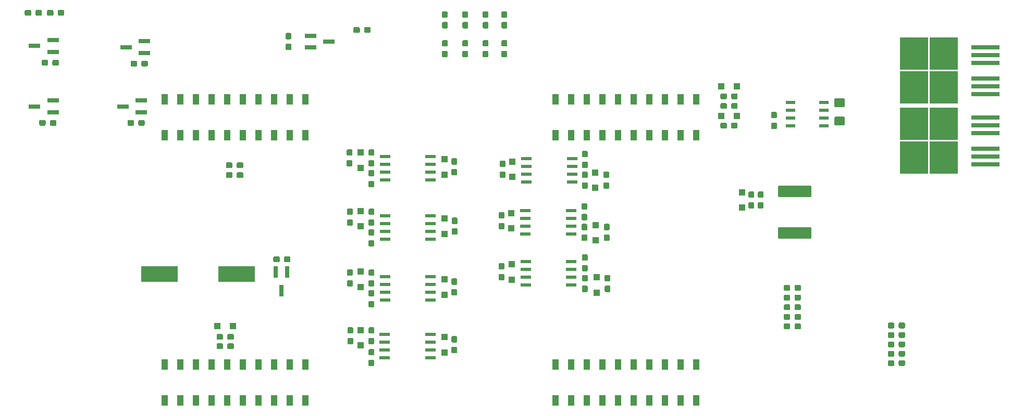
<source format=gbr>
G04 #@! TF.GenerationSoftware,KiCad,Pcbnew,(5.0.0)*
G04 #@! TF.CreationDate,2018-12-16T15:34:37-06:00*
G04 #@! TF.ProjectId,BMS_Hardware,424D535F48617264776172652E6B6963,rev?*
G04 #@! TF.SameCoordinates,Original*
G04 #@! TF.FileFunction,Paste,Top*
G04 #@! TF.FilePolarity,Positive*
%FSLAX46Y46*%
G04 Gerber Fmt 4.6, Leading zero omitted, Abs format (unit mm)*
G04 Created by KiCad (PCBNEW (5.0.0)) date 12/16/18 15:34:37*
%MOMM*%
%LPD*%
G01*
G04 APERTURE LIST*
%ADD10C,0.100000*%
%ADD11C,1.425000*%
%ADD12C,0.950000*%
%ADD13R,1.000000X1.000000*%
%ADD14R,6.000000X2.500000*%
%ADD15R,0.990600X1.778000*%
%ADD16R,1.900000X0.800000*%
%ADD17R,0.800000X1.900000*%
%ADD18R,1.550000X0.600000*%
%ADD19C,1.925000*%
%ADD20R,4.600000X0.800000*%
%ADD21R,4.550000X5.250000*%
%ADD22R,1.750000X0.550000*%
G04 APERTURE END LIST*
D10*
G04 #@! TO.C,C10*
G36*
X185942504Y-78627204D02*
X185966773Y-78630804D01*
X185990571Y-78636765D01*
X186013671Y-78645030D01*
X186035849Y-78655520D01*
X186056893Y-78668133D01*
X186076598Y-78682747D01*
X186094777Y-78699223D01*
X186111253Y-78717402D01*
X186125867Y-78737107D01*
X186138480Y-78758151D01*
X186148970Y-78780329D01*
X186157235Y-78803429D01*
X186163196Y-78827227D01*
X186166796Y-78851496D01*
X186168000Y-78876000D01*
X186168000Y-79801000D01*
X186166796Y-79825504D01*
X186163196Y-79849773D01*
X186157235Y-79873571D01*
X186148970Y-79896671D01*
X186138480Y-79918849D01*
X186125867Y-79939893D01*
X186111253Y-79959598D01*
X186094777Y-79977777D01*
X186076598Y-79994253D01*
X186056893Y-80008867D01*
X186035849Y-80021480D01*
X186013671Y-80031970D01*
X185990571Y-80040235D01*
X185966773Y-80046196D01*
X185942504Y-80049796D01*
X185918000Y-80051000D01*
X184668000Y-80051000D01*
X184643496Y-80049796D01*
X184619227Y-80046196D01*
X184595429Y-80040235D01*
X184572329Y-80031970D01*
X184550151Y-80021480D01*
X184529107Y-80008867D01*
X184509402Y-79994253D01*
X184491223Y-79977777D01*
X184474747Y-79959598D01*
X184460133Y-79939893D01*
X184447520Y-79918849D01*
X184437030Y-79896671D01*
X184428765Y-79873571D01*
X184422804Y-79849773D01*
X184419204Y-79825504D01*
X184418000Y-79801000D01*
X184418000Y-78876000D01*
X184419204Y-78851496D01*
X184422804Y-78827227D01*
X184428765Y-78803429D01*
X184437030Y-78780329D01*
X184447520Y-78758151D01*
X184460133Y-78737107D01*
X184474747Y-78717402D01*
X184491223Y-78699223D01*
X184509402Y-78682747D01*
X184529107Y-78668133D01*
X184550151Y-78655520D01*
X184572329Y-78645030D01*
X184595429Y-78636765D01*
X184619227Y-78630804D01*
X184643496Y-78627204D01*
X184668000Y-78626000D01*
X185918000Y-78626000D01*
X185942504Y-78627204D01*
X185942504Y-78627204D01*
G37*
D11*
X185293000Y-79338500D03*
D10*
G36*
X185942504Y-75652204D02*
X185966773Y-75655804D01*
X185990571Y-75661765D01*
X186013671Y-75670030D01*
X186035849Y-75680520D01*
X186056893Y-75693133D01*
X186076598Y-75707747D01*
X186094777Y-75724223D01*
X186111253Y-75742402D01*
X186125867Y-75762107D01*
X186138480Y-75783151D01*
X186148970Y-75805329D01*
X186157235Y-75828429D01*
X186163196Y-75852227D01*
X186166796Y-75876496D01*
X186168000Y-75901000D01*
X186168000Y-76826000D01*
X186166796Y-76850504D01*
X186163196Y-76874773D01*
X186157235Y-76898571D01*
X186148970Y-76921671D01*
X186138480Y-76943849D01*
X186125867Y-76964893D01*
X186111253Y-76984598D01*
X186094777Y-77002777D01*
X186076598Y-77019253D01*
X186056893Y-77033867D01*
X186035849Y-77046480D01*
X186013671Y-77056970D01*
X185990571Y-77065235D01*
X185966773Y-77071196D01*
X185942504Y-77074796D01*
X185918000Y-77076000D01*
X184668000Y-77076000D01*
X184643496Y-77074796D01*
X184619227Y-77071196D01*
X184595429Y-77065235D01*
X184572329Y-77056970D01*
X184550151Y-77046480D01*
X184529107Y-77033867D01*
X184509402Y-77019253D01*
X184491223Y-77002777D01*
X184474747Y-76984598D01*
X184460133Y-76964893D01*
X184447520Y-76943849D01*
X184437030Y-76921671D01*
X184428765Y-76898571D01*
X184422804Y-76874773D01*
X184419204Y-76850504D01*
X184418000Y-76826000D01*
X184418000Y-75901000D01*
X184419204Y-75876496D01*
X184422804Y-75852227D01*
X184428765Y-75828429D01*
X184437030Y-75805329D01*
X184447520Y-75783151D01*
X184460133Y-75762107D01*
X184474747Y-75742402D01*
X184491223Y-75724223D01*
X184509402Y-75707747D01*
X184529107Y-75693133D01*
X184550151Y-75680520D01*
X184572329Y-75670030D01*
X184595429Y-75661765D01*
X184619227Y-75655804D01*
X184643496Y-75652204D01*
X184668000Y-75651000D01*
X185918000Y-75651000D01*
X185942504Y-75652204D01*
X185942504Y-75652204D01*
G37*
D11*
X185293000Y-76363500D03*
G04 #@! TD*
D10*
G04 #@! TO.C,R8*
G36*
X109480779Y-93597144D02*
X109503834Y-93600563D01*
X109526443Y-93606227D01*
X109548387Y-93614079D01*
X109569457Y-93624044D01*
X109589448Y-93636026D01*
X109608168Y-93649910D01*
X109625438Y-93665562D01*
X109641090Y-93682832D01*
X109654974Y-93701552D01*
X109666956Y-93721543D01*
X109676921Y-93742613D01*
X109684773Y-93764557D01*
X109690437Y-93787166D01*
X109693856Y-93810221D01*
X109695000Y-93833500D01*
X109695000Y-94408500D01*
X109693856Y-94431779D01*
X109690437Y-94454834D01*
X109684773Y-94477443D01*
X109676921Y-94499387D01*
X109666956Y-94520457D01*
X109654974Y-94540448D01*
X109641090Y-94559168D01*
X109625438Y-94576438D01*
X109608168Y-94592090D01*
X109589448Y-94605974D01*
X109569457Y-94617956D01*
X109548387Y-94627921D01*
X109526443Y-94635773D01*
X109503834Y-94641437D01*
X109480779Y-94644856D01*
X109457500Y-94646000D01*
X108982500Y-94646000D01*
X108959221Y-94644856D01*
X108936166Y-94641437D01*
X108913557Y-94635773D01*
X108891613Y-94627921D01*
X108870543Y-94617956D01*
X108850552Y-94605974D01*
X108831832Y-94592090D01*
X108814562Y-94576438D01*
X108798910Y-94559168D01*
X108785026Y-94540448D01*
X108773044Y-94520457D01*
X108763079Y-94499387D01*
X108755227Y-94477443D01*
X108749563Y-94454834D01*
X108746144Y-94431779D01*
X108745000Y-94408500D01*
X108745000Y-93833500D01*
X108746144Y-93810221D01*
X108749563Y-93787166D01*
X108755227Y-93764557D01*
X108763079Y-93742613D01*
X108773044Y-93721543D01*
X108785026Y-93701552D01*
X108798910Y-93682832D01*
X108814562Y-93665562D01*
X108831832Y-93649910D01*
X108850552Y-93636026D01*
X108870543Y-93624044D01*
X108891613Y-93614079D01*
X108913557Y-93606227D01*
X108936166Y-93600563D01*
X108959221Y-93597144D01*
X108982500Y-93596000D01*
X109457500Y-93596000D01*
X109480779Y-93597144D01*
X109480779Y-93597144D01*
G37*
D12*
X109220000Y-94121000D03*
D10*
G36*
X109480779Y-95347144D02*
X109503834Y-95350563D01*
X109526443Y-95356227D01*
X109548387Y-95364079D01*
X109569457Y-95374044D01*
X109589448Y-95386026D01*
X109608168Y-95399910D01*
X109625438Y-95415562D01*
X109641090Y-95432832D01*
X109654974Y-95451552D01*
X109666956Y-95471543D01*
X109676921Y-95492613D01*
X109684773Y-95514557D01*
X109690437Y-95537166D01*
X109693856Y-95560221D01*
X109695000Y-95583500D01*
X109695000Y-96158500D01*
X109693856Y-96181779D01*
X109690437Y-96204834D01*
X109684773Y-96227443D01*
X109676921Y-96249387D01*
X109666956Y-96270457D01*
X109654974Y-96290448D01*
X109641090Y-96309168D01*
X109625438Y-96326438D01*
X109608168Y-96342090D01*
X109589448Y-96355974D01*
X109569457Y-96367956D01*
X109548387Y-96377921D01*
X109526443Y-96385773D01*
X109503834Y-96391437D01*
X109480779Y-96394856D01*
X109457500Y-96396000D01*
X108982500Y-96396000D01*
X108959221Y-96394856D01*
X108936166Y-96391437D01*
X108913557Y-96385773D01*
X108891613Y-96377921D01*
X108870543Y-96367956D01*
X108850552Y-96355974D01*
X108831832Y-96342090D01*
X108814562Y-96326438D01*
X108798910Y-96309168D01*
X108785026Y-96290448D01*
X108773044Y-96270457D01*
X108763079Y-96249387D01*
X108755227Y-96227443D01*
X108749563Y-96204834D01*
X108746144Y-96181779D01*
X108745000Y-96158500D01*
X108745000Y-95583500D01*
X108746144Y-95560221D01*
X108749563Y-95537166D01*
X108755227Y-95514557D01*
X108763079Y-95492613D01*
X108773044Y-95471543D01*
X108785026Y-95451552D01*
X108798910Y-95432832D01*
X108814562Y-95415562D01*
X108831832Y-95399910D01*
X108850552Y-95386026D01*
X108870543Y-95374044D01*
X108891613Y-95364079D01*
X108913557Y-95356227D01*
X108936166Y-95350563D01*
X108959221Y-95347144D01*
X108982500Y-95346000D01*
X109457500Y-95346000D01*
X109480779Y-95347144D01*
X109480779Y-95347144D01*
G37*
D12*
X109220000Y-95871000D03*
G04 #@! TD*
D13*
G04 #@! TO.C,D14*
X107442000Y-84475000D03*
X107442000Y-86975000D03*
G04 #@! TD*
G04 #@! TO.C,D15*
X107505500Y-94000000D03*
X107505500Y-96500000D03*
G04 #@! TD*
G04 #@! TO.C,D16*
X107505500Y-103842500D03*
X107505500Y-106342500D03*
G04 #@! TD*
G04 #@! TO.C,D17*
X107505500Y-113367500D03*
X107505500Y-115867500D03*
G04 #@! TD*
G04 #@! TO.C,D18*
X145796000Y-107295000D03*
X145796000Y-104795000D03*
G04 #@! TD*
G04 #@! TO.C,D19*
X145669000Y-98786000D03*
X145669000Y-96286000D03*
G04 #@! TD*
G04 #@! TO.C,D20*
X145605500Y-90213500D03*
X145605500Y-87713500D03*
G04 #@! TD*
D14*
G04 #@! TO.C,B1*
X74749000Y-104267000D03*
X87349000Y-104267000D03*
G04 #@! TD*
D10*
G04 #@! TO.C,R23*
G36*
X86656779Y-115540644D02*
X86679834Y-115544063D01*
X86702443Y-115549727D01*
X86724387Y-115557579D01*
X86745457Y-115567544D01*
X86765448Y-115579526D01*
X86784168Y-115593410D01*
X86801438Y-115609062D01*
X86817090Y-115626332D01*
X86830974Y-115645052D01*
X86842956Y-115665043D01*
X86852921Y-115686113D01*
X86860773Y-115708057D01*
X86866437Y-115730666D01*
X86869856Y-115753721D01*
X86871000Y-115777000D01*
X86871000Y-116252000D01*
X86869856Y-116275279D01*
X86866437Y-116298334D01*
X86860773Y-116320943D01*
X86852921Y-116342887D01*
X86842956Y-116363957D01*
X86830974Y-116383948D01*
X86817090Y-116402668D01*
X86801438Y-116419938D01*
X86784168Y-116435590D01*
X86765448Y-116449474D01*
X86745457Y-116461456D01*
X86724387Y-116471421D01*
X86702443Y-116479273D01*
X86679834Y-116484937D01*
X86656779Y-116488356D01*
X86633500Y-116489500D01*
X86058500Y-116489500D01*
X86035221Y-116488356D01*
X86012166Y-116484937D01*
X85989557Y-116479273D01*
X85967613Y-116471421D01*
X85946543Y-116461456D01*
X85926552Y-116449474D01*
X85907832Y-116435590D01*
X85890562Y-116419938D01*
X85874910Y-116402668D01*
X85861026Y-116383948D01*
X85849044Y-116363957D01*
X85839079Y-116342887D01*
X85831227Y-116320943D01*
X85825563Y-116298334D01*
X85822144Y-116275279D01*
X85821000Y-116252000D01*
X85821000Y-115777000D01*
X85822144Y-115753721D01*
X85825563Y-115730666D01*
X85831227Y-115708057D01*
X85839079Y-115686113D01*
X85849044Y-115665043D01*
X85861026Y-115645052D01*
X85874910Y-115626332D01*
X85890562Y-115609062D01*
X85907832Y-115593410D01*
X85926552Y-115579526D01*
X85946543Y-115567544D01*
X85967613Y-115557579D01*
X85989557Y-115549727D01*
X86012166Y-115544063D01*
X86035221Y-115540644D01*
X86058500Y-115539500D01*
X86633500Y-115539500D01*
X86656779Y-115540644D01*
X86656779Y-115540644D01*
G37*
D12*
X86346000Y-116014500D03*
D10*
G36*
X84906779Y-115540644D02*
X84929834Y-115544063D01*
X84952443Y-115549727D01*
X84974387Y-115557579D01*
X84995457Y-115567544D01*
X85015448Y-115579526D01*
X85034168Y-115593410D01*
X85051438Y-115609062D01*
X85067090Y-115626332D01*
X85080974Y-115645052D01*
X85092956Y-115665043D01*
X85102921Y-115686113D01*
X85110773Y-115708057D01*
X85116437Y-115730666D01*
X85119856Y-115753721D01*
X85121000Y-115777000D01*
X85121000Y-116252000D01*
X85119856Y-116275279D01*
X85116437Y-116298334D01*
X85110773Y-116320943D01*
X85102921Y-116342887D01*
X85092956Y-116363957D01*
X85080974Y-116383948D01*
X85067090Y-116402668D01*
X85051438Y-116419938D01*
X85034168Y-116435590D01*
X85015448Y-116449474D01*
X84995457Y-116461456D01*
X84974387Y-116471421D01*
X84952443Y-116479273D01*
X84929834Y-116484937D01*
X84906779Y-116488356D01*
X84883500Y-116489500D01*
X84308500Y-116489500D01*
X84285221Y-116488356D01*
X84262166Y-116484937D01*
X84239557Y-116479273D01*
X84217613Y-116471421D01*
X84196543Y-116461456D01*
X84176552Y-116449474D01*
X84157832Y-116435590D01*
X84140562Y-116419938D01*
X84124910Y-116402668D01*
X84111026Y-116383948D01*
X84099044Y-116363957D01*
X84089079Y-116342887D01*
X84081227Y-116320943D01*
X84075563Y-116298334D01*
X84072144Y-116275279D01*
X84071000Y-116252000D01*
X84071000Y-115777000D01*
X84072144Y-115753721D01*
X84075563Y-115730666D01*
X84081227Y-115708057D01*
X84089079Y-115686113D01*
X84099044Y-115665043D01*
X84111026Y-115645052D01*
X84124910Y-115626332D01*
X84140562Y-115609062D01*
X84157832Y-115593410D01*
X84176552Y-115579526D01*
X84196543Y-115567544D01*
X84217613Y-115557579D01*
X84239557Y-115549727D01*
X84262166Y-115544063D01*
X84285221Y-115540644D01*
X84308500Y-115539500D01*
X84883500Y-115539500D01*
X84906779Y-115540644D01*
X84906779Y-115540644D01*
G37*
D12*
X84596000Y-116014500D03*
G04 #@! TD*
D15*
G04 #@! TO.C,U21*
X98501200Y-75793600D03*
X95961200Y-75793600D03*
X93421200Y-75793600D03*
X90881200Y-75793600D03*
X88341200Y-75793600D03*
X85801200Y-75793600D03*
X83261200Y-75793600D03*
X80721200Y-75793600D03*
X78181200Y-75793600D03*
X75641200Y-75793600D03*
X98501200Y-81686400D03*
X95961200Y-81686400D03*
X93421200Y-81686400D03*
X90881200Y-81686400D03*
X88341200Y-81686400D03*
X85801200Y-81686400D03*
X83261200Y-81686400D03*
X80721200Y-81686400D03*
X78181200Y-81686400D03*
X75641200Y-81686400D03*
X98501200Y-124866400D03*
X95961200Y-124866400D03*
X93421200Y-124866400D03*
X90881200Y-124866400D03*
X88341200Y-124866400D03*
X85801200Y-124866400D03*
X83261200Y-124866400D03*
X80721200Y-124866400D03*
X78181200Y-124866400D03*
X75641200Y-124866400D03*
X98501200Y-118973600D03*
X95961200Y-118973600D03*
X93421200Y-118973600D03*
X90881200Y-118973600D03*
X88341200Y-118973600D03*
X85801200Y-118973600D03*
X83261200Y-118973600D03*
X80721200Y-118973600D03*
X78181200Y-118973600D03*
X75641200Y-118973600D03*
X144221200Y-75793600D03*
X141681200Y-75793600D03*
X139141200Y-75793600D03*
X162001200Y-81686400D03*
X159461200Y-81686400D03*
X156921200Y-81686400D03*
X154381200Y-81686400D03*
X151841200Y-81686400D03*
X149301200Y-81686400D03*
X146761200Y-81686400D03*
X144221200Y-81686400D03*
X141681200Y-81686400D03*
X139141200Y-81686400D03*
X162001200Y-124866400D03*
X156921200Y-124866400D03*
X151841200Y-124866400D03*
X149301200Y-124866400D03*
X146761200Y-124866400D03*
X144221200Y-124866400D03*
X141681200Y-124866400D03*
X162001200Y-118973600D03*
X156921200Y-118973600D03*
X146761200Y-118973600D03*
X144221200Y-118973600D03*
X141681200Y-118973600D03*
X139141200Y-118973600D03*
X151841200Y-118973600D03*
X154381200Y-118973600D03*
X159461200Y-124866400D03*
X146761200Y-75793600D03*
X149301200Y-75793600D03*
X159461200Y-118973600D03*
X154381200Y-124866400D03*
X156921200Y-75793600D03*
X154381200Y-75793600D03*
X149301200Y-118973600D03*
X151841200Y-75793600D03*
X159461200Y-75793600D03*
X162001200Y-75793600D03*
X139141200Y-124866400D03*
G04 #@! TD*
D16*
G04 #@! TO.C,Q1*
X54507000Y-67119500D03*
X57507000Y-66169500D03*
X57507000Y-68069500D03*
G04 #@! TD*
G04 #@! TO.C,Q2*
X99328049Y-65446607D03*
X99328049Y-67346607D03*
X102328049Y-66396607D03*
G04 #@! TD*
D17*
G04 #@! TO.C,Q3*
X95565000Y-103935400D03*
X93665000Y-103935400D03*
X94615000Y-106935400D03*
G04 #@! TD*
D16*
G04 #@! TO.C,Q4*
X72366000Y-68260000D03*
X72366000Y-66360000D03*
X69366000Y-67310000D03*
G04 #@! TD*
G04 #@! TO.C,Q5*
X54507000Y-76962000D03*
X57507000Y-76012000D03*
X57507000Y-77912000D03*
G04 #@! TD*
G04 #@! TO.C,Q8*
X68858000Y-76962000D03*
X71858000Y-76012000D03*
X71858000Y-77912000D03*
G04 #@! TD*
D18*
G04 #@! TO.C,U6*
X182697100Y-76314300D03*
X182697100Y-77584300D03*
X182697100Y-78854300D03*
X182697100Y-80124300D03*
X177297100Y-80124300D03*
X177297100Y-78854300D03*
X177297100Y-77584300D03*
X177297100Y-76314300D03*
G04 #@! TD*
D10*
G04 #@! TO.C,C1*
G36*
X166758279Y-79599644D02*
X166781334Y-79603063D01*
X166803943Y-79608727D01*
X166825887Y-79616579D01*
X166846957Y-79626544D01*
X166866948Y-79638526D01*
X166885668Y-79652410D01*
X166902938Y-79668062D01*
X166918590Y-79685332D01*
X166932474Y-79704052D01*
X166944456Y-79724043D01*
X166954421Y-79745113D01*
X166962273Y-79767057D01*
X166967937Y-79789666D01*
X166971356Y-79812721D01*
X166972500Y-79836000D01*
X166972500Y-80311000D01*
X166971356Y-80334279D01*
X166967937Y-80357334D01*
X166962273Y-80379943D01*
X166954421Y-80401887D01*
X166944456Y-80422957D01*
X166932474Y-80442948D01*
X166918590Y-80461668D01*
X166902938Y-80478938D01*
X166885668Y-80494590D01*
X166866948Y-80508474D01*
X166846957Y-80520456D01*
X166825887Y-80530421D01*
X166803943Y-80538273D01*
X166781334Y-80543937D01*
X166758279Y-80547356D01*
X166735000Y-80548500D01*
X166160000Y-80548500D01*
X166136721Y-80547356D01*
X166113666Y-80543937D01*
X166091057Y-80538273D01*
X166069113Y-80530421D01*
X166048043Y-80520456D01*
X166028052Y-80508474D01*
X166009332Y-80494590D01*
X165992062Y-80478938D01*
X165976410Y-80461668D01*
X165962526Y-80442948D01*
X165950544Y-80422957D01*
X165940579Y-80401887D01*
X165932727Y-80379943D01*
X165927063Y-80357334D01*
X165923644Y-80334279D01*
X165922500Y-80311000D01*
X165922500Y-79836000D01*
X165923644Y-79812721D01*
X165927063Y-79789666D01*
X165932727Y-79767057D01*
X165940579Y-79745113D01*
X165950544Y-79724043D01*
X165962526Y-79704052D01*
X165976410Y-79685332D01*
X165992062Y-79668062D01*
X166009332Y-79652410D01*
X166028052Y-79638526D01*
X166048043Y-79626544D01*
X166069113Y-79616579D01*
X166091057Y-79608727D01*
X166113666Y-79603063D01*
X166136721Y-79599644D01*
X166160000Y-79598500D01*
X166735000Y-79598500D01*
X166758279Y-79599644D01*
X166758279Y-79599644D01*
G37*
D12*
X166447500Y-80073500D03*
D10*
G36*
X168508279Y-79599644D02*
X168531334Y-79603063D01*
X168553943Y-79608727D01*
X168575887Y-79616579D01*
X168596957Y-79626544D01*
X168616948Y-79638526D01*
X168635668Y-79652410D01*
X168652938Y-79668062D01*
X168668590Y-79685332D01*
X168682474Y-79704052D01*
X168694456Y-79724043D01*
X168704421Y-79745113D01*
X168712273Y-79767057D01*
X168717937Y-79789666D01*
X168721356Y-79812721D01*
X168722500Y-79836000D01*
X168722500Y-80311000D01*
X168721356Y-80334279D01*
X168717937Y-80357334D01*
X168712273Y-80379943D01*
X168704421Y-80401887D01*
X168694456Y-80422957D01*
X168682474Y-80442948D01*
X168668590Y-80461668D01*
X168652938Y-80478938D01*
X168635668Y-80494590D01*
X168616948Y-80508474D01*
X168596957Y-80520456D01*
X168575887Y-80530421D01*
X168553943Y-80538273D01*
X168531334Y-80543937D01*
X168508279Y-80547356D01*
X168485000Y-80548500D01*
X167910000Y-80548500D01*
X167886721Y-80547356D01*
X167863666Y-80543937D01*
X167841057Y-80538273D01*
X167819113Y-80530421D01*
X167798043Y-80520456D01*
X167778052Y-80508474D01*
X167759332Y-80494590D01*
X167742062Y-80478938D01*
X167726410Y-80461668D01*
X167712526Y-80442948D01*
X167700544Y-80422957D01*
X167690579Y-80401887D01*
X167682727Y-80379943D01*
X167677063Y-80357334D01*
X167673644Y-80334279D01*
X167672500Y-80311000D01*
X167672500Y-79836000D01*
X167673644Y-79812721D01*
X167677063Y-79789666D01*
X167682727Y-79767057D01*
X167690579Y-79745113D01*
X167700544Y-79724043D01*
X167712526Y-79704052D01*
X167726410Y-79685332D01*
X167742062Y-79668062D01*
X167759332Y-79652410D01*
X167778052Y-79638526D01*
X167798043Y-79626544D01*
X167819113Y-79616579D01*
X167841057Y-79608727D01*
X167863666Y-79603063D01*
X167886721Y-79599644D01*
X167910000Y-79598500D01*
X168485000Y-79598500D01*
X168508279Y-79599644D01*
X168508279Y-79599644D01*
G37*
D12*
X168197500Y-80073500D03*
G04 #@! TD*
D10*
G04 #@! TO.C,C2*
G36*
X144151779Y-84199144D02*
X144174834Y-84202563D01*
X144197443Y-84208227D01*
X144219387Y-84216079D01*
X144240457Y-84226044D01*
X144260448Y-84238026D01*
X144279168Y-84251910D01*
X144296438Y-84267562D01*
X144312090Y-84284832D01*
X144325974Y-84303552D01*
X144337956Y-84323543D01*
X144347921Y-84344613D01*
X144355773Y-84366557D01*
X144361437Y-84389166D01*
X144364856Y-84412221D01*
X144366000Y-84435500D01*
X144366000Y-85010500D01*
X144364856Y-85033779D01*
X144361437Y-85056834D01*
X144355773Y-85079443D01*
X144347921Y-85101387D01*
X144337956Y-85122457D01*
X144325974Y-85142448D01*
X144312090Y-85161168D01*
X144296438Y-85178438D01*
X144279168Y-85194090D01*
X144260448Y-85207974D01*
X144240457Y-85219956D01*
X144219387Y-85229921D01*
X144197443Y-85237773D01*
X144174834Y-85243437D01*
X144151779Y-85246856D01*
X144128500Y-85248000D01*
X143653500Y-85248000D01*
X143630221Y-85246856D01*
X143607166Y-85243437D01*
X143584557Y-85237773D01*
X143562613Y-85229921D01*
X143541543Y-85219956D01*
X143521552Y-85207974D01*
X143502832Y-85194090D01*
X143485562Y-85178438D01*
X143469910Y-85161168D01*
X143456026Y-85142448D01*
X143444044Y-85122457D01*
X143434079Y-85101387D01*
X143426227Y-85079443D01*
X143420563Y-85056834D01*
X143417144Y-85033779D01*
X143416000Y-85010500D01*
X143416000Y-84435500D01*
X143417144Y-84412221D01*
X143420563Y-84389166D01*
X143426227Y-84366557D01*
X143434079Y-84344613D01*
X143444044Y-84323543D01*
X143456026Y-84303552D01*
X143469910Y-84284832D01*
X143485562Y-84267562D01*
X143502832Y-84251910D01*
X143521552Y-84238026D01*
X143541543Y-84226044D01*
X143562613Y-84216079D01*
X143584557Y-84208227D01*
X143607166Y-84202563D01*
X143630221Y-84199144D01*
X143653500Y-84198000D01*
X144128500Y-84198000D01*
X144151779Y-84199144D01*
X144151779Y-84199144D01*
G37*
D12*
X143891000Y-84723000D03*
D10*
G36*
X144151779Y-85949144D02*
X144174834Y-85952563D01*
X144197443Y-85958227D01*
X144219387Y-85966079D01*
X144240457Y-85976044D01*
X144260448Y-85988026D01*
X144279168Y-86001910D01*
X144296438Y-86017562D01*
X144312090Y-86034832D01*
X144325974Y-86053552D01*
X144337956Y-86073543D01*
X144347921Y-86094613D01*
X144355773Y-86116557D01*
X144361437Y-86139166D01*
X144364856Y-86162221D01*
X144366000Y-86185500D01*
X144366000Y-86760500D01*
X144364856Y-86783779D01*
X144361437Y-86806834D01*
X144355773Y-86829443D01*
X144347921Y-86851387D01*
X144337956Y-86872457D01*
X144325974Y-86892448D01*
X144312090Y-86911168D01*
X144296438Y-86928438D01*
X144279168Y-86944090D01*
X144260448Y-86957974D01*
X144240457Y-86969956D01*
X144219387Y-86979921D01*
X144197443Y-86987773D01*
X144174834Y-86993437D01*
X144151779Y-86996856D01*
X144128500Y-86998000D01*
X143653500Y-86998000D01*
X143630221Y-86996856D01*
X143607166Y-86993437D01*
X143584557Y-86987773D01*
X143562613Y-86979921D01*
X143541543Y-86969956D01*
X143521552Y-86957974D01*
X143502832Y-86944090D01*
X143485562Y-86928438D01*
X143469910Y-86911168D01*
X143456026Y-86892448D01*
X143444044Y-86872457D01*
X143434079Y-86851387D01*
X143426227Y-86829443D01*
X143420563Y-86806834D01*
X143417144Y-86783779D01*
X143416000Y-86760500D01*
X143416000Y-86185500D01*
X143417144Y-86162221D01*
X143420563Y-86139166D01*
X143426227Y-86116557D01*
X143434079Y-86094613D01*
X143444044Y-86073543D01*
X143456026Y-86053552D01*
X143469910Y-86034832D01*
X143485562Y-86017562D01*
X143502832Y-86001910D01*
X143521552Y-85988026D01*
X143541543Y-85976044D01*
X143562613Y-85966079D01*
X143584557Y-85958227D01*
X143607166Y-85952563D01*
X143630221Y-85949144D01*
X143653500Y-85948000D01*
X144128500Y-85948000D01*
X144151779Y-85949144D01*
X144151779Y-85949144D01*
G37*
D12*
X143891000Y-86473000D03*
G04 #@! TD*
D10*
G04 #@! TO.C,C3*
G36*
X144088279Y-94458144D02*
X144111334Y-94461563D01*
X144133943Y-94467227D01*
X144155887Y-94475079D01*
X144176957Y-94485044D01*
X144196948Y-94497026D01*
X144215668Y-94510910D01*
X144232938Y-94526562D01*
X144248590Y-94543832D01*
X144262474Y-94562552D01*
X144274456Y-94582543D01*
X144284421Y-94603613D01*
X144292273Y-94625557D01*
X144297937Y-94648166D01*
X144301356Y-94671221D01*
X144302500Y-94694500D01*
X144302500Y-95269500D01*
X144301356Y-95292779D01*
X144297937Y-95315834D01*
X144292273Y-95338443D01*
X144284421Y-95360387D01*
X144274456Y-95381457D01*
X144262474Y-95401448D01*
X144248590Y-95420168D01*
X144232938Y-95437438D01*
X144215668Y-95453090D01*
X144196948Y-95466974D01*
X144176957Y-95478956D01*
X144155887Y-95488921D01*
X144133943Y-95496773D01*
X144111334Y-95502437D01*
X144088279Y-95505856D01*
X144065000Y-95507000D01*
X143590000Y-95507000D01*
X143566721Y-95505856D01*
X143543666Y-95502437D01*
X143521057Y-95496773D01*
X143499113Y-95488921D01*
X143478043Y-95478956D01*
X143458052Y-95466974D01*
X143439332Y-95453090D01*
X143422062Y-95437438D01*
X143406410Y-95420168D01*
X143392526Y-95401448D01*
X143380544Y-95381457D01*
X143370579Y-95360387D01*
X143362727Y-95338443D01*
X143357063Y-95315834D01*
X143353644Y-95292779D01*
X143352500Y-95269500D01*
X143352500Y-94694500D01*
X143353644Y-94671221D01*
X143357063Y-94648166D01*
X143362727Y-94625557D01*
X143370579Y-94603613D01*
X143380544Y-94582543D01*
X143392526Y-94562552D01*
X143406410Y-94543832D01*
X143422062Y-94526562D01*
X143439332Y-94510910D01*
X143458052Y-94497026D01*
X143478043Y-94485044D01*
X143499113Y-94475079D01*
X143521057Y-94467227D01*
X143543666Y-94461563D01*
X143566721Y-94458144D01*
X143590000Y-94457000D01*
X144065000Y-94457000D01*
X144088279Y-94458144D01*
X144088279Y-94458144D01*
G37*
D12*
X143827500Y-94982000D03*
D10*
G36*
X144088279Y-92708144D02*
X144111334Y-92711563D01*
X144133943Y-92717227D01*
X144155887Y-92725079D01*
X144176957Y-92735044D01*
X144196948Y-92747026D01*
X144215668Y-92760910D01*
X144232938Y-92776562D01*
X144248590Y-92793832D01*
X144262474Y-92812552D01*
X144274456Y-92832543D01*
X144284421Y-92853613D01*
X144292273Y-92875557D01*
X144297937Y-92898166D01*
X144301356Y-92921221D01*
X144302500Y-92944500D01*
X144302500Y-93519500D01*
X144301356Y-93542779D01*
X144297937Y-93565834D01*
X144292273Y-93588443D01*
X144284421Y-93610387D01*
X144274456Y-93631457D01*
X144262474Y-93651448D01*
X144248590Y-93670168D01*
X144232938Y-93687438D01*
X144215668Y-93703090D01*
X144196948Y-93716974D01*
X144176957Y-93728956D01*
X144155887Y-93738921D01*
X144133943Y-93746773D01*
X144111334Y-93752437D01*
X144088279Y-93755856D01*
X144065000Y-93757000D01*
X143590000Y-93757000D01*
X143566721Y-93755856D01*
X143543666Y-93752437D01*
X143521057Y-93746773D01*
X143499113Y-93738921D01*
X143478043Y-93728956D01*
X143458052Y-93716974D01*
X143439332Y-93703090D01*
X143422062Y-93687438D01*
X143406410Y-93670168D01*
X143392526Y-93651448D01*
X143380544Y-93631457D01*
X143370579Y-93610387D01*
X143362727Y-93588443D01*
X143357063Y-93565834D01*
X143353644Y-93542779D01*
X143352500Y-93519500D01*
X143352500Y-92944500D01*
X143353644Y-92921221D01*
X143357063Y-92898166D01*
X143362727Y-92875557D01*
X143370579Y-92853613D01*
X143380544Y-92832543D01*
X143392526Y-92812552D01*
X143406410Y-92793832D01*
X143422062Y-92776562D01*
X143439332Y-92760910D01*
X143458052Y-92747026D01*
X143478043Y-92735044D01*
X143499113Y-92725079D01*
X143521057Y-92717227D01*
X143543666Y-92711563D01*
X143566721Y-92708144D01*
X143590000Y-92707000D01*
X144065000Y-92707000D01*
X144088279Y-92708144D01*
X144088279Y-92708144D01*
G37*
D12*
X143827500Y-93232000D03*
G04 #@! TD*
D10*
G04 #@! TO.C,C4*
G36*
X144151779Y-101026644D02*
X144174834Y-101030063D01*
X144197443Y-101035727D01*
X144219387Y-101043579D01*
X144240457Y-101053544D01*
X144260448Y-101065526D01*
X144279168Y-101079410D01*
X144296438Y-101095062D01*
X144312090Y-101112332D01*
X144325974Y-101131052D01*
X144337956Y-101151043D01*
X144347921Y-101172113D01*
X144355773Y-101194057D01*
X144361437Y-101216666D01*
X144364856Y-101239721D01*
X144366000Y-101263000D01*
X144366000Y-101838000D01*
X144364856Y-101861279D01*
X144361437Y-101884334D01*
X144355773Y-101906943D01*
X144347921Y-101928887D01*
X144337956Y-101949957D01*
X144325974Y-101969948D01*
X144312090Y-101988668D01*
X144296438Y-102005938D01*
X144279168Y-102021590D01*
X144260448Y-102035474D01*
X144240457Y-102047456D01*
X144219387Y-102057421D01*
X144197443Y-102065273D01*
X144174834Y-102070937D01*
X144151779Y-102074356D01*
X144128500Y-102075500D01*
X143653500Y-102075500D01*
X143630221Y-102074356D01*
X143607166Y-102070937D01*
X143584557Y-102065273D01*
X143562613Y-102057421D01*
X143541543Y-102047456D01*
X143521552Y-102035474D01*
X143502832Y-102021590D01*
X143485562Y-102005938D01*
X143469910Y-101988668D01*
X143456026Y-101969948D01*
X143444044Y-101949957D01*
X143434079Y-101928887D01*
X143426227Y-101906943D01*
X143420563Y-101884334D01*
X143417144Y-101861279D01*
X143416000Y-101838000D01*
X143416000Y-101263000D01*
X143417144Y-101239721D01*
X143420563Y-101216666D01*
X143426227Y-101194057D01*
X143434079Y-101172113D01*
X143444044Y-101151043D01*
X143456026Y-101131052D01*
X143469910Y-101112332D01*
X143485562Y-101095062D01*
X143502832Y-101079410D01*
X143521552Y-101065526D01*
X143541543Y-101053544D01*
X143562613Y-101043579D01*
X143584557Y-101035727D01*
X143607166Y-101030063D01*
X143630221Y-101026644D01*
X143653500Y-101025500D01*
X144128500Y-101025500D01*
X144151779Y-101026644D01*
X144151779Y-101026644D01*
G37*
D12*
X143891000Y-101550500D03*
D10*
G36*
X144151779Y-102776644D02*
X144174834Y-102780063D01*
X144197443Y-102785727D01*
X144219387Y-102793579D01*
X144240457Y-102803544D01*
X144260448Y-102815526D01*
X144279168Y-102829410D01*
X144296438Y-102845062D01*
X144312090Y-102862332D01*
X144325974Y-102881052D01*
X144337956Y-102901043D01*
X144347921Y-102922113D01*
X144355773Y-102944057D01*
X144361437Y-102966666D01*
X144364856Y-102989721D01*
X144366000Y-103013000D01*
X144366000Y-103588000D01*
X144364856Y-103611279D01*
X144361437Y-103634334D01*
X144355773Y-103656943D01*
X144347921Y-103678887D01*
X144337956Y-103699957D01*
X144325974Y-103719948D01*
X144312090Y-103738668D01*
X144296438Y-103755938D01*
X144279168Y-103771590D01*
X144260448Y-103785474D01*
X144240457Y-103797456D01*
X144219387Y-103807421D01*
X144197443Y-103815273D01*
X144174834Y-103820937D01*
X144151779Y-103824356D01*
X144128500Y-103825500D01*
X143653500Y-103825500D01*
X143630221Y-103824356D01*
X143607166Y-103820937D01*
X143584557Y-103815273D01*
X143562613Y-103807421D01*
X143541543Y-103797456D01*
X143521552Y-103785474D01*
X143502832Y-103771590D01*
X143485562Y-103755938D01*
X143469910Y-103738668D01*
X143456026Y-103719948D01*
X143444044Y-103699957D01*
X143434079Y-103678887D01*
X143426227Y-103656943D01*
X143420563Y-103634334D01*
X143417144Y-103611279D01*
X143416000Y-103588000D01*
X143416000Y-103013000D01*
X143417144Y-102989721D01*
X143420563Y-102966666D01*
X143426227Y-102944057D01*
X143434079Y-102922113D01*
X143444044Y-102901043D01*
X143456026Y-102881052D01*
X143469910Y-102862332D01*
X143485562Y-102845062D01*
X143502832Y-102829410D01*
X143521552Y-102815526D01*
X143541543Y-102803544D01*
X143562613Y-102793579D01*
X143584557Y-102785727D01*
X143607166Y-102780063D01*
X143630221Y-102776644D01*
X143653500Y-102775500D01*
X144128500Y-102775500D01*
X144151779Y-102776644D01*
X144151779Y-102776644D01*
G37*
D12*
X143891000Y-103300500D03*
G04 #@! TD*
D10*
G04 #@! TO.C,C5*
G36*
X109480779Y-116457144D02*
X109503834Y-116460563D01*
X109526443Y-116466227D01*
X109548387Y-116474079D01*
X109569457Y-116484044D01*
X109589448Y-116496026D01*
X109608168Y-116509910D01*
X109625438Y-116525562D01*
X109641090Y-116542832D01*
X109654974Y-116561552D01*
X109666956Y-116581543D01*
X109676921Y-116602613D01*
X109684773Y-116624557D01*
X109690437Y-116647166D01*
X109693856Y-116670221D01*
X109695000Y-116693500D01*
X109695000Y-117268500D01*
X109693856Y-117291779D01*
X109690437Y-117314834D01*
X109684773Y-117337443D01*
X109676921Y-117359387D01*
X109666956Y-117380457D01*
X109654974Y-117400448D01*
X109641090Y-117419168D01*
X109625438Y-117436438D01*
X109608168Y-117452090D01*
X109589448Y-117465974D01*
X109569457Y-117477956D01*
X109548387Y-117487921D01*
X109526443Y-117495773D01*
X109503834Y-117501437D01*
X109480779Y-117504856D01*
X109457500Y-117506000D01*
X108982500Y-117506000D01*
X108959221Y-117504856D01*
X108936166Y-117501437D01*
X108913557Y-117495773D01*
X108891613Y-117487921D01*
X108870543Y-117477956D01*
X108850552Y-117465974D01*
X108831832Y-117452090D01*
X108814562Y-117436438D01*
X108798910Y-117419168D01*
X108785026Y-117400448D01*
X108773044Y-117380457D01*
X108763079Y-117359387D01*
X108755227Y-117337443D01*
X108749563Y-117314834D01*
X108746144Y-117291779D01*
X108745000Y-117268500D01*
X108745000Y-116693500D01*
X108746144Y-116670221D01*
X108749563Y-116647166D01*
X108755227Y-116624557D01*
X108763079Y-116602613D01*
X108773044Y-116581543D01*
X108785026Y-116561552D01*
X108798910Y-116542832D01*
X108814562Y-116525562D01*
X108831832Y-116509910D01*
X108850552Y-116496026D01*
X108870543Y-116484044D01*
X108891613Y-116474079D01*
X108913557Y-116466227D01*
X108936166Y-116460563D01*
X108959221Y-116457144D01*
X108982500Y-116456000D01*
X109457500Y-116456000D01*
X109480779Y-116457144D01*
X109480779Y-116457144D01*
G37*
D12*
X109220000Y-116981000D03*
D10*
G36*
X109480779Y-118207144D02*
X109503834Y-118210563D01*
X109526443Y-118216227D01*
X109548387Y-118224079D01*
X109569457Y-118234044D01*
X109589448Y-118246026D01*
X109608168Y-118259910D01*
X109625438Y-118275562D01*
X109641090Y-118292832D01*
X109654974Y-118311552D01*
X109666956Y-118331543D01*
X109676921Y-118352613D01*
X109684773Y-118374557D01*
X109690437Y-118397166D01*
X109693856Y-118420221D01*
X109695000Y-118443500D01*
X109695000Y-119018500D01*
X109693856Y-119041779D01*
X109690437Y-119064834D01*
X109684773Y-119087443D01*
X109676921Y-119109387D01*
X109666956Y-119130457D01*
X109654974Y-119150448D01*
X109641090Y-119169168D01*
X109625438Y-119186438D01*
X109608168Y-119202090D01*
X109589448Y-119215974D01*
X109569457Y-119227956D01*
X109548387Y-119237921D01*
X109526443Y-119245773D01*
X109503834Y-119251437D01*
X109480779Y-119254856D01*
X109457500Y-119256000D01*
X108982500Y-119256000D01*
X108959221Y-119254856D01*
X108936166Y-119251437D01*
X108913557Y-119245773D01*
X108891613Y-119237921D01*
X108870543Y-119227956D01*
X108850552Y-119215974D01*
X108831832Y-119202090D01*
X108814562Y-119186438D01*
X108798910Y-119169168D01*
X108785026Y-119150448D01*
X108773044Y-119130457D01*
X108763079Y-119109387D01*
X108755227Y-119087443D01*
X108749563Y-119064834D01*
X108746144Y-119041779D01*
X108745000Y-119018500D01*
X108745000Y-118443500D01*
X108746144Y-118420221D01*
X108749563Y-118397166D01*
X108755227Y-118374557D01*
X108763079Y-118352613D01*
X108773044Y-118331543D01*
X108785026Y-118311552D01*
X108798910Y-118292832D01*
X108814562Y-118275562D01*
X108831832Y-118259910D01*
X108850552Y-118246026D01*
X108870543Y-118234044D01*
X108891613Y-118224079D01*
X108913557Y-118216227D01*
X108936166Y-118210563D01*
X108959221Y-118207144D01*
X108982500Y-118206000D01*
X109457500Y-118206000D01*
X109480779Y-118207144D01*
X109480779Y-118207144D01*
G37*
D12*
X109220000Y-118731000D03*
G04 #@! TD*
D10*
G04 #@! TO.C,C6*
G36*
X109480779Y-108618644D02*
X109503834Y-108622063D01*
X109526443Y-108627727D01*
X109548387Y-108635579D01*
X109569457Y-108645544D01*
X109589448Y-108657526D01*
X109608168Y-108671410D01*
X109625438Y-108687062D01*
X109641090Y-108704332D01*
X109654974Y-108723052D01*
X109666956Y-108743043D01*
X109676921Y-108764113D01*
X109684773Y-108786057D01*
X109690437Y-108808666D01*
X109693856Y-108831721D01*
X109695000Y-108855000D01*
X109695000Y-109430000D01*
X109693856Y-109453279D01*
X109690437Y-109476334D01*
X109684773Y-109498943D01*
X109676921Y-109520887D01*
X109666956Y-109541957D01*
X109654974Y-109561948D01*
X109641090Y-109580668D01*
X109625438Y-109597938D01*
X109608168Y-109613590D01*
X109589448Y-109627474D01*
X109569457Y-109639456D01*
X109548387Y-109649421D01*
X109526443Y-109657273D01*
X109503834Y-109662937D01*
X109480779Y-109666356D01*
X109457500Y-109667500D01*
X108982500Y-109667500D01*
X108959221Y-109666356D01*
X108936166Y-109662937D01*
X108913557Y-109657273D01*
X108891613Y-109649421D01*
X108870543Y-109639456D01*
X108850552Y-109627474D01*
X108831832Y-109613590D01*
X108814562Y-109597938D01*
X108798910Y-109580668D01*
X108785026Y-109561948D01*
X108773044Y-109541957D01*
X108763079Y-109520887D01*
X108755227Y-109498943D01*
X108749563Y-109476334D01*
X108746144Y-109453279D01*
X108745000Y-109430000D01*
X108745000Y-108855000D01*
X108746144Y-108831721D01*
X108749563Y-108808666D01*
X108755227Y-108786057D01*
X108763079Y-108764113D01*
X108773044Y-108743043D01*
X108785026Y-108723052D01*
X108798910Y-108704332D01*
X108814562Y-108687062D01*
X108831832Y-108671410D01*
X108850552Y-108657526D01*
X108870543Y-108645544D01*
X108891613Y-108635579D01*
X108913557Y-108627727D01*
X108936166Y-108622063D01*
X108959221Y-108618644D01*
X108982500Y-108617500D01*
X109457500Y-108617500D01*
X109480779Y-108618644D01*
X109480779Y-108618644D01*
G37*
D12*
X109220000Y-109142500D03*
D10*
G36*
X109480779Y-106868644D02*
X109503834Y-106872063D01*
X109526443Y-106877727D01*
X109548387Y-106885579D01*
X109569457Y-106895544D01*
X109589448Y-106907526D01*
X109608168Y-106921410D01*
X109625438Y-106937062D01*
X109641090Y-106954332D01*
X109654974Y-106973052D01*
X109666956Y-106993043D01*
X109676921Y-107014113D01*
X109684773Y-107036057D01*
X109690437Y-107058666D01*
X109693856Y-107081721D01*
X109695000Y-107105000D01*
X109695000Y-107680000D01*
X109693856Y-107703279D01*
X109690437Y-107726334D01*
X109684773Y-107748943D01*
X109676921Y-107770887D01*
X109666956Y-107791957D01*
X109654974Y-107811948D01*
X109641090Y-107830668D01*
X109625438Y-107847938D01*
X109608168Y-107863590D01*
X109589448Y-107877474D01*
X109569457Y-107889456D01*
X109548387Y-107899421D01*
X109526443Y-107907273D01*
X109503834Y-107912937D01*
X109480779Y-107916356D01*
X109457500Y-107917500D01*
X108982500Y-107917500D01*
X108959221Y-107916356D01*
X108936166Y-107912937D01*
X108913557Y-107907273D01*
X108891613Y-107899421D01*
X108870543Y-107889456D01*
X108850552Y-107877474D01*
X108831832Y-107863590D01*
X108814562Y-107847938D01*
X108798910Y-107830668D01*
X108785026Y-107811948D01*
X108773044Y-107791957D01*
X108763079Y-107770887D01*
X108755227Y-107748943D01*
X108749563Y-107726334D01*
X108746144Y-107703279D01*
X108745000Y-107680000D01*
X108745000Y-107105000D01*
X108746144Y-107081721D01*
X108749563Y-107058666D01*
X108755227Y-107036057D01*
X108763079Y-107014113D01*
X108773044Y-106993043D01*
X108785026Y-106973052D01*
X108798910Y-106954332D01*
X108814562Y-106937062D01*
X108831832Y-106921410D01*
X108850552Y-106907526D01*
X108870543Y-106895544D01*
X108891613Y-106885579D01*
X108913557Y-106877727D01*
X108936166Y-106872063D01*
X108959221Y-106868644D01*
X108982500Y-106867500D01*
X109457500Y-106867500D01*
X109480779Y-106868644D01*
X109480779Y-106868644D01*
G37*
D12*
X109220000Y-107392500D03*
G04 #@! TD*
D10*
G04 #@! TO.C,C7*
G36*
X109480779Y-96962644D02*
X109503834Y-96966063D01*
X109526443Y-96971727D01*
X109548387Y-96979579D01*
X109569457Y-96989544D01*
X109589448Y-97001526D01*
X109608168Y-97015410D01*
X109625438Y-97031062D01*
X109641090Y-97048332D01*
X109654974Y-97067052D01*
X109666956Y-97087043D01*
X109676921Y-97108113D01*
X109684773Y-97130057D01*
X109690437Y-97152666D01*
X109693856Y-97175721D01*
X109695000Y-97199000D01*
X109695000Y-97774000D01*
X109693856Y-97797279D01*
X109690437Y-97820334D01*
X109684773Y-97842943D01*
X109676921Y-97864887D01*
X109666956Y-97885957D01*
X109654974Y-97905948D01*
X109641090Y-97924668D01*
X109625438Y-97941938D01*
X109608168Y-97957590D01*
X109589448Y-97971474D01*
X109569457Y-97983456D01*
X109548387Y-97993421D01*
X109526443Y-98001273D01*
X109503834Y-98006937D01*
X109480779Y-98010356D01*
X109457500Y-98011500D01*
X108982500Y-98011500D01*
X108959221Y-98010356D01*
X108936166Y-98006937D01*
X108913557Y-98001273D01*
X108891613Y-97993421D01*
X108870543Y-97983456D01*
X108850552Y-97971474D01*
X108831832Y-97957590D01*
X108814562Y-97941938D01*
X108798910Y-97924668D01*
X108785026Y-97905948D01*
X108773044Y-97885957D01*
X108763079Y-97864887D01*
X108755227Y-97842943D01*
X108749563Y-97820334D01*
X108746144Y-97797279D01*
X108745000Y-97774000D01*
X108745000Y-97199000D01*
X108746144Y-97175721D01*
X108749563Y-97152666D01*
X108755227Y-97130057D01*
X108763079Y-97108113D01*
X108773044Y-97087043D01*
X108785026Y-97067052D01*
X108798910Y-97048332D01*
X108814562Y-97031062D01*
X108831832Y-97015410D01*
X108850552Y-97001526D01*
X108870543Y-96989544D01*
X108891613Y-96979579D01*
X108913557Y-96971727D01*
X108936166Y-96966063D01*
X108959221Y-96962644D01*
X108982500Y-96961500D01*
X109457500Y-96961500D01*
X109480779Y-96962644D01*
X109480779Y-96962644D01*
G37*
D12*
X109220000Y-97486500D03*
D10*
G36*
X109480779Y-98712644D02*
X109503834Y-98716063D01*
X109526443Y-98721727D01*
X109548387Y-98729579D01*
X109569457Y-98739544D01*
X109589448Y-98751526D01*
X109608168Y-98765410D01*
X109625438Y-98781062D01*
X109641090Y-98798332D01*
X109654974Y-98817052D01*
X109666956Y-98837043D01*
X109676921Y-98858113D01*
X109684773Y-98880057D01*
X109690437Y-98902666D01*
X109693856Y-98925721D01*
X109695000Y-98949000D01*
X109695000Y-99524000D01*
X109693856Y-99547279D01*
X109690437Y-99570334D01*
X109684773Y-99592943D01*
X109676921Y-99614887D01*
X109666956Y-99635957D01*
X109654974Y-99655948D01*
X109641090Y-99674668D01*
X109625438Y-99691938D01*
X109608168Y-99707590D01*
X109589448Y-99721474D01*
X109569457Y-99733456D01*
X109548387Y-99743421D01*
X109526443Y-99751273D01*
X109503834Y-99756937D01*
X109480779Y-99760356D01*
X109457500Y-99761500D01*
X108982500Y-99761500D01*
X108959221Y-99760356D01*
X108936166Y-99756937D01*
X108913557Y-99751273D01*
X108891613Y-99743421D01*
X108870543Y-99733456D01*
X108850552Y-99721474D01*
X108831832Y-99707590D01*
X108814562Y-99691938D01*
X108798910Y-99674668D01*
X108785026Y-99655948D01*
X108773044Y-99635957D01*
X108763079Y-99614887D01*
X108755227Y-99592943D01*
X108749563Y-99570334D01*
X108746144Y-99547279D01*
X108745000Y-99524000D01*
X108745000Y-98949000D01*
X108746144Y-98925721D01*
X108749563Y-98902666D01*
X108755227Y-98880057D01*
X108763079Y-98858113D01*
X108773044Y-98837043D01*
X108785026Y-98817052D01*
X108798910Y-98798332D01*
X108814562Y-98781062D01*
X108831832Y-98765410D01*
X108850552Y-98751526D01*
X108870543Y-98739544D01*
X108891613Y-98729579D01*
X108913557Y-98721727D01*
X108936166Y-98716063D01*
X108959221Y-98712644D01*
X108982500Y-98711500D01*
X109457500Y-98711500D01*
X109480779Y-98712644D01*
X109480779Y-98712644D01*
G37*
D12*
X109220000Y-99236500D03*
G04 #@! TD*
D10*
G04 #@! TO.C,C8*
G36*
X109480779Y-87310644D02*
X109503834Y-87314063D01*
X109526443Y-87319727D01*
X109548387Y-87327579D01*
X109569457Y-87337544D01*
X109589448Y-87349526D01*
X109608168Y-87363410D01*
X109625438Y-87379062D01*
X109641090Y-87396332D01*
X109654974Y-87415052D01*
X109666956Y-87435043D01*
X109676921Y-87456113D01*
X109684773Y-87478057D01*
X109690437Y-87500666D01*
X109693856Y-87523721D01*
X109695000Y-87547000D01*
X109695000Y-88122000D01*
X109693856Y-88145279D01*
X109690437Y-88168334D01*
X109684773Y-88190943D01*
X109676921Y-88212887D01*
X109666956Y-88233957D01*
X109654974Y-88253948D01*
X109641090Y-88272668D01*
X109625438Y-88289938D01*
X109608168Y-88305590D01*
X109589448Y-88319474D01*
X109569457Y-88331456D01*
X109548387Y-88341421D01*
X109526443Y-88349273D01*
X109503834Y-88354937D01*
X109480779Y-88358356D01*
X109457500Y-88359500D01*
X108982500Y-88359500D01*
X108959221Y-88358356D01*
X108936166Y-88354937D01*
X108913557Y-88349273D01*
X108891613Y-88341421D01*
X108870543Y-88331456D01*
X108850552Y-88319474D01*
X108831832Y-88305590D01*
X108814562Y-88289938D01*
X108798910Y-88272668D01*
X108785026Y-88253948D01*
X108773044Y-88233957D01*
X108763079Y-88212887D01*
X108755227Y-88190943D01*
X108749563Y-88168334D01*
X108746144Y-88145279D01*
X108745000Y-88122000D01*
X108745000Y-87547000D01*
X108746144Y-87523721D01*
X108749563Y-87500666D01*
X108755227Y-87478057D01*
X108763079Y-87456113D01*
X108773044Y-87435043D01*
X108785026Y-87415052D01*
X108798910Y-87396332D01*
X108814562Y-87379062D01*
X108831832Y-87363410D01*
X108850552Y-87349526D01*
X108870543Y-87337544D01*
X108891613Y-87327579D01*
X108913557Y-87319727D01*
X108936166Y-87314063D01*
X108959221Y-87310644D01*
X108982500Y-87309500D01*
X109457500Y-87309500D01*
X109480779Y-87310644D01*
X109480779Y-87310644D01*
G37*
D12*
X109220000Y-87834500D03*
D10*
G36*
X109480779Y-89060644D02*
X109503834Y-89064063D01*
X109526443Y-89069727D01*
X109548387Y-89077579D01*
X109569457Y-89087544D01*
X109589448Y-89099526D01*
X109608168Y-89113410D01*
X109625438Y-89129062D01*
X109641090Y-89146332D01*
X109654974Y-89165052D01*
X109666956Y-89185043D01*
X109676921Y-89206113D01*
X109684773Y-89228057D01*
X109690437Y-89250666D01*
X109693856Y-89273721D01*
X109695000Y-89297000D01*
X109695000Y-89872000D01*
X109693856Y-89895279D01*
X109690437Y-89918334D01*
X109684773Y-89940943D01*
X109676921Y-89962887D01*
X109666956Y-89983957D01*
X109654974Y-90003948D01*
X109641090Y-90022668D01*
X109625438Y-90039938D01*
X109608168Y-90055590D01*
X109589448Y-90069474D01*
X109569457Y-90081456D01*
X109548387Y-90091421D01*
X109526443Y-90099273D01*
X109503834Y-90104937D01*
X109480779Y-90108356D01*
X109457500Y-90109500D01*
X108982500Y-90109500D01*
X108959221Y-90108356D01*
X108936166Y-90104937D01*
X108913557Y-90099273D01*
X108891613Y-90091421D01*
X108870543Y-90081456D01*
X108850552Y-90069474D01*
X108831832Y-90055590D01*
X108814562Y-90039938D01*
X108798910Y-90022668D01*
X108785026Y-90003948D01*
X108773044Y-89983957D01*
X108763079Y-89962887D01*
X108755227Y-89940943D01*
X108749563Y-89918334D01*
X108746144Y-89895279D01*
X108745000Y-89872000D01*
X108745000Y-89297000D01*
X108746144Y-89273721D01*
X108749563Y-89250666D01*
X108755227Y-89228057D01*
X108763079Y-89206113D01*
X108773044Y-89185043D01*
X108785026Y-89165052D01*
X108798910Y-89146332D01*
X108814562Y-89129062D01*
X108831832Y-89113410D01*
X108850552Y-89099526D01*
X108870543Y-89087544D01*
X108891613Y-89077579D01*
X108913557Y-89069727D01*
X108936166Y-89064063D01*
X108959221Y-89060644D01*
X108982500Y-89059500D01*
X109457500Y-89059500D01*
X109480779Y-89060644D01*
X109480779Y-89060644D01*
G37*
D12*
X109220000Y-89584500D03*
G04 #@! TD*
D10*
G04 #@! TO.C,C9*
G36*
X122942779Y-87155644D02*
X122965834Y-87159063D01*
X122988443Y-87164727D01*
X123010387Y-87172579D01*
X123031457Y-87182544D01*
X123051448Y-87194526D01*
X123070168Y-87208410D01*
X123087438Y-87224062D01*
X123103090Y-87241332D01*
X123116974Y-87260052D01*
X123128956Y-87280043D01*
X123138921Y-87301113D01*
X123146773Y-87323057D01*
X123152437Y-87345666D01*
X123155856Y-87368721D01*
X123157000Y-87392000D01*
X123157000Y-87967000D01*
X123155856Y-87990279D01*
X123152437Y-88013334D01*
X123146773Y-88035943D01*
X123138921Y-88057887D01*
X123128956Y-88078957D01*
X123116974Y-88098948D01*
X123103090Y-88117668D01*
X123087438Y-88134938D01*
X123070168Y-88150590D01*
X123051448Y-88164474D01*
X123031457Y-88176456D01*
X123010387Y-88186421D01*
X122988443Y-88194273D01*
X122965834Y-88199937D01*
X122942779Y-88203356D01*
X122919500Y-88204500D01*
X122444500Y-88204500D01*
X122421221Y-88203356D01*
X122398166Y-88199937D01*
X122375557Y-88194273D01*
X122353613Y-88186421D01*
X122332543Y-88176456D01*
X122312552Y-88164474D01*
X122293832Y-88150590D01*
X122276562Y-88134938D01*
X122260910Y-88117668D01*
X122247026Y-88098948D01*
X122235044Y-88078957D01*
X122225079Y-88057887D01*
X122217227Y-88035943D01*
X122211563Y-88013334D01*
X122208144Y-87990279D01*
X122207000Y-87967000D01*
X122207000Y-87392000D01*
X122208144Y-87368721D01*
X122211563Y-87345666D01*
X122217227Y-87323057D01*
X122225079Y-87301113D01*
X122235044Y-87280043D01*
X122247026Y-87260052D01*
X122260910Y-87241332D01*
X122276562Y-87224062D01*
X122293832Y-87208410D01*
X122312552Y-87194526D01*
X122332543Y-87182544D01*
X122353613Y-87172579D01*
X122375557Y-87164727D01*
X122398166Y-87159063D01*
X122421221Y-87155644D01*
X122444500Y-87154500D01*
X122919500Y-87154500D01*
X122942779Y-87155644D01*
X122942779Y-87155644D01*
G37*
D12*
X122682000Y-87679500D03*
D10*
G36*
X122942779Y-85405644D02*
X122965834Y-85409063D01*
X122988443Y-85414727D01*
X123010387Y-85422579D01*
X123031457Y-85432544D01*
X123051448Y-85444526D01*
X123070168Y-85458410D01*
X123087438Y-85474062D01*
X123103090Y-85491332D01*
X123116974Y-85510052D01*
X123128956Y-85530043D01*
X123138921Y-85551113D01*
X123146773Y-85573057D01*
X123152437Y-85595666D01*
X123155856Y-85618721D01*
X123157000Y-85642000D01*
X123157000Y-86217000D01*
X123155856Y-86240279D01*
X123152437Y-86263334D01*
X123146773Y-86285943D01*
X123138921Y-86307887D01*
X123128956Y-86328957D01*
X123116974Y-86348948D01*
X123103090Y-86367668D01*
X123087438Y-86384938D01*
X123070168Y-86400590D01*
X123051448Y-86414474D01*
X123031457Y-86426456D01*
X123010387Y-86436421D01*
X122988443Y-86444273D01*
X122965834Y-86449937D01*
X122942779Y-86453356D01*
X122919500Y-86454500D01*
X122444500Y-86454500D01*
X122421221Y-86453356D01*
X122398166Y-86449937D01*
X122375557Y-86444273D01*
X122353613Y-86436421D01*
X122332543Y-86426456D01*
X122312552Y-86414474D01*
X122293832Y-86400590D01*
X122276562Y-86384938D01*
X122260910Y-86367668D01*
X122247026Y-86348948D01*
X122235044Y-86328957D01*
X122225079Y-86307887D01*
X122217227Y-86285943D01*
X122211563Y-86263334D01*
X122208144Y-86240279D01*
X122207000Y-86217000D01*
X122207000Y-85642000D01*
X122208144Y-85618721D01*
X122211563Y-85595666D01*
X122217227Y-85573057D01*
X122225079Y-85551113D01*
X122235044Y-85530043D01*
X122247026Y-85510052D01*
X122260910Y-85491332D01*
X122276562Y-85474062D01*
X122293832Y-85458410D01*
X122312552Y-85444526D01*
X122332543Y-85432544D01*
X122353613Y-85422579D01*
X122375557Y-85414727D01*
X122398166Y-85409063D01*
X122421221Y-85405644D01*
X122444500Y-85404500D01*
X122919500Y-85404500D01*
X122942779Y-85405644D01*
X122942779Y-85405644D01*
G37*
D12*
X122682000Y-85929500D03*
G04 #@! TD*
D10*
G04 #@! TO.C,C11*
G36*
X123006279Y-96807644D02*
X123029334Y-96811063D01*
X123051943Y-96816727D01*
X123073887Y-96824579D01*
X123094957Y-96834544D01*
X123114948Y-96846526D01*
X123133668Y-96860410D01*
X123150938Y-96876062D01*
X123166590Y-96893332D01*
X123180474Y-96912052D01*
X123192456Y-96932043D01*
X123202421Y-96953113D01*
X123210273Y-96975057D01*
X123215937Y-96997666D01*
X123219356Y-97020721D01*
X123220500Y-97044000D01*
X123220500Y-97619000D01*
X123219356Y-97642279D01*
X123215937Y-97665334D01*
X123210273Y-97687943D01*
X123202421Y-97709887D01*
X123192456Y-97730957D01*
X123180474Y-97750948D01*
X123166590Y-97769668D01*
X123150938Y-97786938D01*
X123133668Y-97802590D01*
X123114948Y-97816474D01*
X123094957Y-97828456D01*
X123073887Y-97838421D01*
X123051943Y-97846273D01*
X123029334Y-97851937D01*
X123006279Y-97855356D01*
X122983000Y-97856500D01*
X122508000Y-97856500D01*
X122484721Y-97855356D01*
X122461666Y-97851937D01*
X122439057Y-97846273D01*
X122417113Y-97838421D01*
X122396043Y-97828456D01*
X122376052Y-97816474D01*
X122357332Y-97802590D01*
X122340062Y-97786938D01*
X122324410Y-97769668D01*
X122310526Y-97750948D01*
X122298544Y-97730957D01*
X122288579Y-97709887D01*
X122280727Y-97687943D01*
X122275063Y-97665334D01*
X122271644Y-97642279D01*
X122270500Y-97619000D01*
X122270500Y-97044000D01*
X122271644Y-97020721D01*
X122275063Y-96997666D01*
X122280727Y-96975057D01*
X122288579Y-96953113D01*
X122298544Y-96932043D01*
X122310526Y-96912052D01*
X122324410Y-96893332D01*
X122340062Y-96876062D01*
X122357332Y-96860410D01*
X122376052Y-96846526D01*
X122396043Y-96834544D01*
X122417113Y-96824579D01*
X122439057Y-96816727D01*
X122461666Y-96811063D01*
X122484721Y-96807644D01*
X122508000Y-96806500D01*
X122983000Y-96806500D01*
X123006279Y-96807644D01*
X123006279Y-96807644D01*
G37*
D12*
X122745500Y-97331500D03*
D10*
G36*
X123006279Y-95057644D02*
X123029334Y-95061063D01*
X123051943Y-95066727D01*
X123073887Y-95074579D01*
X123094957Y-95084544D01*
X123114948Y-95096526D01*
X123133668Y-95110410D01*
X123150938Y-95126062D01*
X123166590Y-95143332D01*
X123180474Y-95162052D01*
X123192456Y-95182043D01*
X123202421Y-95203113D01*
X123210273Y-95225057D01*
X123215937Y-95247666D01*
X123219356Y-95270721D01*
X123220500Y-95294000D01*
X123220500Y-95869000D01*
X123219356Y-95892279D01*
X123215937Y-95915334D01*
X123210273Y-95937943D01*
X123202421Y-95959887D01*
X123192456Y-95980957D01*
X123180474Y-96000948D01*
X123166590Y-96019668D01*
X123150938Y-96036938D01*
X123133668Y-96052590D01*
X123114948Y-96066474D01*
X123094957Y-96078456D01*
X123073887Y-96088421D01*
X123051943Y-96096273D01*
X123029334Y-96101937D01*
X123006279Y-96105356D01*
X122983000Y-96106500D01*
X122508000Y-96106500D01*
X122484721Y-96105356D01*
X122461666Y-96101937D01*
X122439057Y-96096273D01*
X122417113Y-96088421D01*
X122396043Y-96078456D01*
X122376052Y-96066474D01*
X122357332Y-96052590D01*
X122340062Y-96036938D01*
X122324410Y-96019668D01*
X122310526Y-96000948D01*
X122298544Y-95980957D01*
X122288579Y-95959887D01*
X122280727Y-95937943D01*
X122275063Y-95915334D01*
X122271644Y-95892279D01*
X122270500Y-95869000D01*
X122270500Y-95294000D01*
X122271644Y-95270721D01*
X122275063Y-95247666D01*
X122280727Y-95225057D01*
X122288579Y-95203113D01*
X122298544Y-95182043D01*
X122310526Y-95162052D01*
X122324410Y-95143332D01*
X122340062Y-95126062D01*
X122357332Y-95110410D01*
X122376052Y-95096526D01*
X122396043Y-95084544D01*
X122417113Y-95074579D01*
X122439057Y-95066727D01*
X122461666Y-95061063D01*
X122484721Y-95057644D01*
X122508000Y-95056500D01*
X122983000Y-95056500D01*
X123006279Y-95057644D01*
X123006279Y-95057644D01*
G37*
D12*
X122745500Y-95581500D03*
G04 #@! TD*
D10*
G04 #@! TO.C,C12*
G36*
X122942779Y-104963644D02*
X122965834Y-104967063D01*
X122988443Y-104972727D01*
X123010387Y-104980579D01*
X123031457Y-104990544D01*
X123051448Y-105002526D01*
X123070168Y-105016410D01*
X123087438Y-105032062D01*
X123103090Y-105049332D01*
X123116974Y-105068052D01*
X123128956Y-105088043D01*
X123138921Y-105109113D01*
X123146773Y-105131057D01*
X123152437Y-105153666D01*
X123155856Y-105176721D01*
X123157000Y-105200000D01*
X123157000Y-105775000D01*
X123155856Y-105798279D01*
X123152437Y-105821334D01*
X123146773Y-105843943D01*
X123138921Y-105865887D01*
X123128956Y-105886957D01*
X123116974Y-105906948D01*
X123103090Y-105925668D01*
X123087438Y-105942938D01*
X123070168Y-105958590D01*
X123051448Y-105972474D01*
X123031457Y-105984456D01*
X123010387Y-105994421D01*
X122988443Y-106002273D01*
X122965834Y-106007937D01*
X122942779Y-106011356D01*
X122919500Y-106012500D01*
X122444500Y-106012500D01*
X122421221Y-106011356D01*
X122398166Y-106007937D01*
X122375557Y-106002273D01*
X122353613Y-105994421D01*
X122332543Y-105984456D01*
X122312552Y-105972474D01*
X122293832Y-105958590D01*
X122276562Y-105942938D01*
X122260910Y-105925668D01*
X122247026Y-105906948D01*
X122235044Y-105886957D01*
X122225079Y-105865887D01*
X122217227Y-105843943D01*
X122211563Y-105821334D01*
X122208144Y-105798279D01*
X122207000Y-105775000D01*
X122207000Y-105200000D01*
X122208144Y-105176721D01*
X122211563Y-105153666D01*
X122217227Y-105131057D01*
X122225079Y-105109113D01*
X122235044Y-105088043D01*
X122247026Y-105068052D01*
X122260910Y-105049332D01*
X122276562Y-105032062D01*
X122293832Y-105016410D01*
X122312552Y-105002526D01*
X122332543Y-104990544D01*
X122353613Y-104980579D01*
X122375557Y-104972727D01*
X122398166Y-104967063D01*
X122421221Y-104963644D01*
X122444500Y-104962500D01*
X122919500Y-104962500D01*
X122942779Y-104963644D01*
X122942779Y-104963644D01*
G37*
D12*
X122682000Y-105487500D03*
D10*
G36*
X122942779Y-106713644D02*
X122965834Y-106717063D01*
X122988443Y-106722727D01*
X123010387Y-106730579D01*
X123031457Y-106740544D01*
X123051448Y-106752526D01*
X123070168Y-106766410D01*
X123087438Y-106782062D01*
X123103090Y-106799332D01*
X123116974Y-106818052D01*
X123128956Y-106838043D01*
X123138921Y-106859113D01*
X123146773Y-106881057D01*
X123152437Y-106903666D01*
X123155856Y-106926721D01*
X123157000Y-106950000D01*
X123157000Y-107525000D01*
X123155856Y-107548279D01*
X123152437Y-107571334D01*
X123146773Y-107593943D01*
X123138921Y-107615887D01*
X123128956Y-107636957D01*
X123116974Y-107656948D01*
X123103090Y-107675668D01*
X123087438Y-107692938D01*
X123070168Y-107708590D01*
X123051448Y-107722474D01*
X123031457Y-107734456D01*
X123010387Y-107744421D01*
X122988443Y-107752273D01*
X122965834Y-107757937D01*
X122942779Y-107761356D01*
X122919500Y-107762500D01*
X122444500Y-107762500D01*
X122421221Y-107761356D01*
X122398166Y-107757937D01*
X122375557Y-107752273D01*
X122353613Y-107744421D01*
X122332543Y-107734456D01*
X122312552Y-107722474D01*
X122293832Y-107708590D01*
X122276562Y-107692938D01*
X122260910Y-107675668D01*
X122247026Y-107656948D01*
X122235044Y-107636957D01*
X122225079Y-107615887D01*
X122217227Y-107593943D01*
X122211563Y-107571334D01*
X122208144Y-107548279D01*
X122207000Y-107525000D01*
X122207000Y-106950000D01*
X122208144Y-106926721D01*
X122211563Y-106903666D01*
X122217227Y-106881057D01*
X122225079Y-106859113D01*
X122235044Y-106838043D01*
X122247026Y-106818052D01*
X122260910Y-106799332D01*
X122276562Y-106782062D01*
X122293832Y-106766410D01*
X122312552Y-106752526D01*
X122332543Y-106740544D01*
X122353613Y-106730579D01*
X122375557Y-106722727D01*
X122398166Y-106717063D01*
X122421221Y-106713644D01*
X122444500Y-106712500D01*
X122919500Y-106712500D01*
X122942779Y-106713644D01*
X122942779Y-106713644D01*
G37*
D12*
X122682000Y-107237500D03*
G04 #@! TD*
D10*
G04 #@! TO.C,C13*
G36*
X122942779Y-116111644D02*
X122965834Y-116115063D01*
X122988443Y-116120727D01*
X123010387Y-116128579D01*
X123031457Y-116138544D01*
X123051448Y-116150526D01*
X123070168Y-116164410D01*
X123087438Y-116180062D01*
X123103090Y-116197332D01*
X123116974Y-116216052D01*
X123128956Y-116236043D01*
X123138921Y-116257113D01*
X123146773Y-116279057D01*
X123152437Y-116301666D01*
X123155856Y-116324721D01*
X123157000Y-116348000D01*
X123157000Y-116923000D01*
X123155856Y-116946279D01*
X123152437Y-116969334D01*
X123146773Y-116991943D01*
X123138921Y-117013887D01*
X123128956Y-117034957D01*
X123116974Y-117054948D01*
X123103090Y-117073668D01*
X123087438Y-117090938D01*
X123070168Y-117106590D01*
X123051448Y-117120474D01*
X123031457Y-117132456D01*
X123010387Y-117142421D01*
X122988443Y-117150273D01*
X122965834Y-117155937D01*
X122942779Y-117159356D01*
X122919500Y-117160500D01*
X122444500Y-117160500D01*
X122421221Y-117159356D01*
X122398166Y-117155937D01*
X122375557Y-117150273D01*
X122353613Y-117142421D01*
X122332543Y-117132456D01*
X122312552Y-117120474D01*
X122293832Y-117106590D01*
X122276562Y-117090938D01*
X122260910Y-117073668D01*
X122247026Y-117054948D01*
X122235044Y-117034957D01*
X122225079Y-117013887D01*
X122217227Y-116991943D01*
X122211563Y-116969334D01*
X122208144Y-116946279D01*
X122207000Y-116923000D01*
X122207000Y-116348000D01*
X122208144Y-116324721D01*
X122211563Y-116301666D01*
X122217227Y-116279057D01*
X122225079Y-116257113D01*
X122235044Y-116236043D01*
X122247026Y-116216052D01*
X122260910Y-116197332D01*
X122276562Y-116180062D01*
X122293832Y-116164410D01*
X122312552Y-116150526D01*
X122332543Y-116138544D01*
X122353613Y-116128579D01*
X122375557Y-116120727D01*
X122398166Y-116115063D01*
X122421221Y-116111644D01*
X122444500Y-116110500D01*
X122919500Y-116110500D01*
X122942779Y-116111644D01*
X122942779Y-116111644D01*
G37*
D12*
X122682000Y-116635500D03*
D10*
G36*
X122942779Y-114361644D02*
X122965834Y-114365063D01*
X122988443Y-114370727D01*
X123010387Y-114378579D01*
X123031457Y-114388544D01*
X123051448Y-114400526D01*
X123070168Y-114414410D01*
X123087438Y-114430062D01*
X123103090Y-114447332D01*
X123116974Y-114466052D01*
X123128956Y-114486043D01*
X123138921Y-114507113D01*
X123146773Y-114529057D01*
X123152437Y-114551666D01*
X123155856Y-114574721D01*
X123157000Y-114598000D01*
X123157000Y-115173000D01*
X123155856Y-115196279D01*
X123152437Y-115219334D01*
X123146773Y-115241943D01*
X123138921Y-115263887D01*
X123128956Y-115284957D01*
X123116974Y-115304948D01*
X123103090Y-115323668D01*
X123087438Y-115340938D01*
X123070168Y-115356590D01*
X123051448Y-115370474D01*
X123031457Y-115382456D01*
X123010387Y-115392421D01*
X122988443Y-115400273D01*
X122965834Y-115405937D01*
X122942779Y-115409356D01*
X122919500Y-115410500D01*
X122444500Y-115410500D01*
X122421221Y-115409356D01*
X122398166Y-115405937D01*
X122375557Y-115400273D01*
X122353613Y-115392421D01*
X122332543Y-115382456D01*
X122312552Y-115370474D01*
X122293832Y-115356590D01*
X122276562Y-115340938D01*
X122260910Y-115323668D01*
X122247026Y-115304948D01*
X122235044Y-115284957D01*
X122225079Y-115263887D01*
X122217227Y-115241943D01*
X122211563Y-115219334D01*
X122208144Y-115196279D01*
X122207000Y-115173000D01*
X122207000Y-114598000D01*
X122208144Y-114574721D01*
X122211563Y-114551666D01*
X122217227Y-114529057D01*
X122225079Y-114507113D01*
X122235044Y-114486043D01*
X122247026Y-114466052D01*
X122260910Y-114447332D01*
X122276562Y-114430062D01*
X122293832Y-114414410D01*
X122312552Y-114400526D01*
X122332543Y-114388544D01*
X122353613Y-114378579D01*
X122375557Y-114370727D01*
X122398166Y-114365063D01*
X122421221Y-114361644D01*
X122444500Y-114360500D01*
X122919500Y-114360500D01*
X122942779Y-114361644D01*
X122942779Y-114361644D01*
G37*
D12*
X122682000Y-114885500D03*
G04 #@! TD*
D10*
G04 #@! TO.C,C14*
G36*
X130626279Y-104237144D02*
X130649334Y-104240563D01*
X130671943Y-104246227D01*
X130693887Y-104254079D01*
X130714957Y-104264044D01*
X130734948Y-104276026D01*
X130753668Y-104289910D01*
X130770938Y-104305562D01*
X130786590Y-104322832D01*
X130800474Y-104341552D01*
X130812456Y-104361543D01*
X130822421Y-104382613D01*
X130830273Y-104404557D01*
X130835937Y-104427166D01*
X130839356Y-104450221D01*
X130840500Y-104473500D01*
X130840500Y-105048500D01*
X130839356Y-105071779D01*
X130835937Y-105094834D01*
X130830273Y-105117443D01*
X130822421Y-105139387D01*
X130812456Y-105160457D01*
X130800474Y-105180448D01*
X130786590Y-105199168D01*
X130770938Y-105216438D01*
X130753668Y-105232090D01*
X130734948Y-105245974D01*
X130714957Y-105257956D01*
X130693887Y-105267921D01*
X130671943Y-105275773D01*
X130649334Y-105281437D01*
X130626279Y-105284856D01*
X130603000Y-105286000D01*
X130128000Y-105286000D01*
X130104721Y-105284856D01*
X130081666Y-105281437D01*
X130059057Y-105275773D01*
X130037113Y-105267921D01*
X130016043Y-105257956D01*
X129996052Y-105245974D01*
X129977332Y-105232090D01*
X129960062Y-105216438D01*
X129944410Y-105199168D01*
X129930526Y-105180448D01*
X129918544Y-105160457D01*
X129908579Y-105139387D01*
X129900727Y-105117443D01*
X129895063Y-105094834D01*
X129891644Y-105071779D01*
X129890500Y-105048500D01*
X129890500Y-104473500D01*
X129891644Y-104450221D01*
X129895063Y-104427166D01*
X129900727Y-104404557D01*
X129908579Y-104382613D01*
X129918544Y-104361543D01*
X129930526Y-104341552D01*
X129944410Y-104322832D01*
X129960062Y-104305562D01*
X129977332Y-104289910D01*
X129996052Y-104276026D01*
X130016043Y-104264044D01*
X130037113Y-104254079D01*
X130059057Y-104246227D01*
X130081666Y-104240563D01*
X130104721Y-104237144D01*
X130128000Y-104236000D01*
X130603000Y-104236000D01*
X130626279Y-104237144D01*
X130626279Y-104237144D01*
G37*
D12*
X130365500Y-104761000D03*
D10*
G36*
X130626279Y-102487144D02*
X130649334Y-102490563D01*
X130671943Y-102496227D01*
X130693887Y-102504079D01*
X130714957Y-102514044D01*
X130734948Y-102526026D01*
X130753668Y-102539910D01*
X130770938Y-102555562D01*
X130786590Y-102572832D01*
X130800474Y-102591552D01*
X130812456Y-102611543D01*
X130822421Y-102632613D01*
X130830273Y-102654557D01*
X130835937Y-102677166D01*
X130839356Y-102700221D01*
X130840500Y-102723500D01*
X130840500Y-103298500D01*
X130839356Y-103321779D01*
X130835937Y-103344834D01*
X130830273Y-103367443D01*
X130822421Y-103389387D01*
X130812456Y-103410457D01*
X130800474Y-103430448D01*
X130786590Y-103449168D01*
X130770938Y-103466438D01*
X130753668Y-103482090D01*
X130734948Y-103495974D01*
X130714957Y-103507956D01*
X130693887Y-103517921D01*
X130671943Y-103525773D01*
X130649334Y-103531437D01*
X130626279Y-103534856D01*
X130603000Y-103536000D01*
X130128000Y-103536000D01*
X130104721Y-103534856D01*
X130081666Y-103531437D01*
X130059057Y-103525773D01*
X130037113Y-103517921D01*
X130016043Y-103507956D01*
X129996052Y-103495974D01*
X129977332Y-103482090D01*
X129960062Y-103466438D01*
X129944410Y-103449168D01*
X129930526Y-103430448D01*
X129918544Y-103410457D01*
X129908579Y-103389387D01*
X129900727Y-103367443D01*
X129895063Y-103344834D01*
X129891644Y-103321779D01*
X129890500Y-103298500D01*
X129890500Y-102723500D01*
X129891644Y-102700221D01*
X129895063Y-102677166D01*
X129900727Y-102654557D01*
X129908579Y-102632613D01*
X129918544Y-102611543D01*
X129930526Y-102591552D01*
X129944410Y-102572832D01*
X129960062Y-102555562D01*
X129977332Y-102539910D01*
X129996052Y-102526026D01*
X130016043Y-102514044D01*
X130037113Y-102504079D01*
X130059057Y-102496227D01*
X130081666Y-102490563D01*
X130104721Y-102487144D01*
X130128000Y-102486000D01*
X130603000Y-102486000D01*
X130626279Y-102487144D01*
X130626279Y-102487144D01*
G37*
D12*
X130365500Y-103011000D03*
G04 #@! TD*
D10*
G04 #@! TO.C,C15*
G36*
X130626279Y-94168644D02*
X130649334Y-94172063D01*
X130671943Y-94177727D01*
X130693887Y-94185579D01*
X130714957Y-94195544D01*
X130734948Y-94207526D01*
X130753668Y-94221410D01*
X130770938Y-94237062D01*
X130786590Y-94254332D01*
X130800474Y-94273052D01*
X130812456Y-94293043D01*
X130822421Y-94314113D01*
X130830273Y-94336057D01*
X130835937Y-94358666D01*
X130839356Y-94381721D01*
X130840500Y-94405000D01*
X130840500Y-94980000D01*
X130839356Y-95003279D01*
X130835937Y-95026334D01*
X130830273Y-95048943D01*
X130822421Y-95070887D01*
X130812456Y-95091957D01*
X130800474Y-95111948D01*
X130786590Y-95130668D01*
X130770938Y-95147938D01*
X130753668Y-95163590D01*
X130734948Y-95177474D01*
X130714957Y-95189456D01*
X130693887Y-95199421D01*
X130671943Y-95207273D01*
X130649334Y-95212937D01*
X130626279Y-95216356D01*
X130603000Y-95217500D01*
X130128000Y-95217500D01*
X130104721Y-95216356D01*
X130081666Y-95212937D01*
X130059057Y-95207273D01*
X130037113Y-95199421D01*
X130016043Y-95189456D01*
X129996052Y-95177474D01*
X129977332Y-95163590D01*
X129960062Y-95147938D01*
X129944410Y-95130668D01*
X129930526Y-95111948D01*
X129918544Y-95091957D01*
X129908579Y-95070887D01*
X129900727Y-95048943D01*
X129895063Y-95026334D01*
X129891644Y-95003279D01*
X129890500Y-94980000D01*
X129890500Y-94405000D01*
X129891644Y-94381721D01*
X129895063Y-94358666D01*
X129900727Y-94336057D01*
X129908579Y-94314113D01*
X129918544Y-94293043D01*
X129930526Y-94273052D01*
X129944410Y-94254332D01*
X129960062Y-94237062D01*
X129977332Y-94221410D01*
X129996052Y-94207526D01*
X130016043Y-94195544D01*
X130037113Y-94185579D01*
X130059057Y-94177727D01*
X130081666Y-94172063D01*
X130104721Y-94168644D01*
X130128000Y-94167500D01*
X130603000Y-94167500D01*
X130626279Y-94168644D01*
X130626279Y-94168644D01*
G37*
D12*
X130365500Y-94692500D03*
D10*
G36*
X130626279Y-95918644D02*
X130649334Y-95922063D01*
X130671943Y-95927727D01*
X130693887Y-95935579D01*
X130714957Y-95945544D01*
X130734948Y-95957526D01*
X130753668Y-95971410D01*
X130770938Y-95987062D01*
X130786590Y-96004332D01*
X130800474Y-96023052D01*
X130812456Y-96043043D01*
X130822421Y-96064113D01*
X130830273Y-96086057D01*
X130835937Y-96108666D01*
X130839356Y-96131721D01*
X130840500Y-96155000D01*
X130840500Y-96730000D01*
X130839356Y-96753279D01*
X130835937Y-96776334D01*
X130830273Y-96798943D01*
X130822421Y-96820887D01*
X130812456Y-96841957D01*
X130800474Y-96861948D01*
X130786590Y-96880668D01*
X130770938Y-96897938D01*
X130753668Y-96913590D01*
X130734948Y-96927474D01*
X130714957Y-96939456D01*
X130693887Y-96949421D01*
X130671943Y-96957273D01*
X130649334Y-96962937D01*
X130626279Y-96966356D01*
X130603000Y-96967500D01*
X130128000Y-96967500D01*
X130104721Y-96966356D01*
X130081666Y-96962937D01*
X130059057Y-96957273D01*
X130037113Y-96949421D01*
X130016043Y-96939456D01*
X129996052Y-96927474D01*
X129977332Y-96913590D01*
X129960062Y-96897938D01*
X129944410Y-96880668D01*
X129930526Y-96861948D01*
X129918544Y-96841957D01*
X129908579Y-96820887D01*
X129900727Y-96798943D01*
X129895063Y-96776334D01*
X129891644Y-96753279D01*
X129890500Y-96730000D01*
X129890500Y-96155000D01*
X129891644Y-96131721D01*
X129895063Y-96108666D01*
X129900727Y-96086057D01*
X129908579Y-96064113D01*
X129918544Y-96043043D01*
X129930526Y-96023052D01*
X129944410Y-96004332D01*
X129960062Y-95987062D01*
X129977332Y-95971410D01*
X129996052Y-95957526D01*
X130016043Y-95945544D01*
X130037113Y-95935579D01*
X130059057Y-95927727D01*
X130081666Y-95922063D01*
X130104721Y-95918644D01*
X130128000Y-95917500D01*
X130603000Y-95917500D01*
X130626279Y-95918644D01*
X130626279Y-95918644D01*
G37*
D12*
X130365500Y-96442500D03*
G04 #@! TD*
D10*
G04 #@! TO.C,C16*
G36*
X130816779Y-85786644D02*
X130839834Y-85790063D01*
X130862443Y-85795727D01*
X130884387Y-85803579D01*
X130905457Y-85813544D01*
X130925448Y-85825526D01*
X130944168Y-85839410D01*
X130961438Y-85855062D01*
X130977090Y-85872332D01*
X130990974Y-85891052D01*
X131002956Y-85911043D01*
X131012921Y-85932113D01*
X131020773Y-85954057D01*
X131026437Y-85976666D01*
X131029856Y-85999721D01*
X131031000Y-86023000D01*
X131031000Y-86598000D01*
X131029856Y-86621279D01*
X131026437Y-86644334D01*
X131020773Y-86666943D01*
X131012921Y-86688887D01*
X131002956Y-86709957D01*
X130990974Y-86729948D01*
X130977090Y-86748668D01*
X130961438Y-86765938D01*
X130944168Y-86781590D01*
X130925448Y-86795474D01*
X130905457Y-86807456D01*
X130884387Y-86817421D01*
X130862443Y-86825273D01*
X130839834Y-86830937D01*
X130816779Y-86834356D01*
X130793500Y-86835500D01*
X130318500Y-86835500D01*
X130295221Y-86834356D01*
X130272166Y-86830937D01*
X130249557Y-86825273D01*
X130227613Y-86817421D01*
X130206543Y-86807456D01*
X130186552Y-86795474D01*
X130167832Y-86781590D01*
X130150562Y-86765938D01*
X130134910Y-86748668D01*
X130121026Y-86729948D01*
X130109044Y-86709957D01*
X130099079Y-86688887D01*
X130091227Y-86666943D01*
X130085563Y-86644334D01*
X130082144Y-86621279D01*
X130081000Y-86598000D01*
X130081000Y-86023000D01*
X130082144Y-85999721D01*
X130085563Y-85976666D01*
X130091227Y-85954057D01*
X130099079Y-85932113D01*
X130109044Y-85911043D01*
X130121026Y-85891052D01*
X130134910Y-85872332D01*
X130150562Y-85855062D01*
X130167832Y-85839410D01*
X130186552Y-85825526D01*
X130206543Y-85813544D01*
X130227613Y-85803579D01*
X130249557Y-85795727D01*
X130272166Y-85790063D01*
X130295221Y-85786644D01*
X130318500Y-85785500D01*
X130793500Y-85785500D01*
X130816779Y-85786644D01*
X130816779Y-85786644D01*
G37*
D12*
X130556000Y-86310500D03*
D10*
G36*
X130816779Y-87536644D02*
X130839834Y-87540063D01*
X130862443Y-87545727D01*
X130884387Y-87553579D01*
X130905457Y-87563544D01*
X130925448Y-87575526D01*
X130944168Y-87589410D01*
X130961438Y-87605062D01*
X130977090Y-87622332D01*
X130990974Y-87641052D01*
X131002956Y-87661043D01*
X131012921Y-87682113D01*
X131020773Y-87704057D01*
X131026437Y-87726666D01*
X131029856Y-87749721D01*
X131031000Y-87773000D01*
X131031000Y-88348000D01*
X131029856Y-88371279D01*
X131026437Y-88394334D01*
X131020773Y-88416943D01*
X131012921Y-88438887D01*
X131002956Y-88459957D01*
X130990974Y-88479948D01*
X130977090Y-88498668D01*
X130961438Y-88515938D01*
X130944168Y-88531590D01*
X130925448Y-88545474D01*
X130905457Y-88557456D01*
X130884387Y-88567421D01*
X130862443Y-88575273D01*
X130839834Y-88580937D01*
X130816779Y-88584356D01*
X130793500Y-88585500D01*
X130318500Y-88585500D01*
X130295221Y-88584356D01*
X130272166Y-88580937D01*
X130249557Y-88575273D01*
X130227613Y-88567421D01*
X130206543Y-88557456D01*
X130186552Y-88545474D01*
X130167832Y-88531590D01*
X130150562Y-88515938D01*
X130134910Y-88498668D01*
X130121026Y-88479948D01*
X130109044Y-88459957D01*
X130099079Y-88438887D01*
X130091227Y-88416943D01*
X130085563Y-88394334D01*
X130082144Y-88371279D01*
X130081000Y-88348000D01*
X130081000Y-87773000D01*
X130082144Y-87749721D01*
X130085563Y-87726666D01*
X130091227Y-87704057D01*
X130099079Y-87682113D01*
X130109044Y-87661043D01*
X130121026Y-87641052D01*
X130134910Y-87622332D01*
X130150562Y-87605062D01*
X130167832Y-87589410D01*
X130186552Y-87575526D01*
X130206543Y-87563544D01*
X130227613Y-87553579D01*
X130249557Y-87545727D01*
X130272166Y-87540063D01*
X130295221Y-87536644D01*
X130318500Y-87535500D01*
X130793500Y-87535500D01*
X130816779Y-87536644D01*
X130816779Y-87536644D01*
G37*
D12*
X130556000Y-88060500D03*
G04 #@! TD*
D10*
G04 #@! TO.C,C27*
G36*
X177045279Y-112302144D02*
X177068334Y-112305563D01*
X177090943Y-112311227D01*
X177112887Y-112319079D01*
X177133957Y-112329044D01*
X177153948Y-112341026D01*
X177172668Y-112354910D01*
X177189938Y-112370562D01*
X177205590Y-112387832D01*
X177219474Y-112406552D01*
X177231456Y-112426543D01*
X177241421Y-112447613D01*
X177249273Y-112469557D01*
X177254937Y-112492166D01*
X177258356Y-112515221D01*
X177259500Y-112538500D01*
X177259500Y-113013500D01*
X177258356Y-113036779D01*
X177254937Y-113059834D01*
X177249273Y-113082443D01*
X177241421Y-113104387D01*
X177231456Y-113125457D01*
X177219474Y-113145448D01*
X177205590Y-113164168D01*
X177189938Y-113181438D01*
X177172668Y-113197090D01*
X177153948Y-113210974D01*
X177133957Y-113222956D01*
X177112887Y-113232921D01*
X177090943Y-113240773D01*
X177068334Y-113246437D01*
X177045279Y-113249856D01*
X177022000Y-113251000D01*
X176447000Y-113251000D01*
X176423721Y-113249856D01*
X176400666Y-113246437D01*
X176378057Y-113240773D01*
X176356113Y-113232921D01*
X176335043Y-113222956D01*
X176315052Y-113210974D01*
X176296332Y-113197090D01*
X176279062Y-113181438D01*
X176263410Y-113164168D01*
X176249526Y-113145448D01*
X176237544Y-113125457D01*
X176227579Y-113104387D01*
X176219727Y-113082443D01*
X176214063Y-113059834D01*
X176210644Y-113036779D01*
X176209500Y-113013500D01*
X176209500Y-112538500D01*
X176210644Y-112515221D01*
X176214063Y-112492166D01*
X176219727Y-112469557D01*
X176227579Y-112447613D01*
X176237544Y-112426543D01*
X176249526Y-112406552D01*
X176263410Y-112387832D01*
X176279062Y-112370562D01*
X176296332Y-112354910D01*
X176315052Y-112341026D01*
X176335043Y-112329044D01*
X176356113Y-112319079D01*
X176378057Y-112311227D01*
X176400666Y-112305563D01*
X176423721Y-112302144D01*
X176447000Y-112301000D01*
X177022000Y-112301000D01*
X177045279Y-112302144D01*
X177045279Y-112302144D01*
G37*
D12*
X176734500Y-112776000D03*
D10*
G36*
X178795279Y-112302144D02*
X178818334Y-112305563D01*
X178840943Y-112311227D01*
X178862887Y-112319079D01*
X178883957Y-112329044D01*
X178903948Y-112341026D01*
X178922668Y-112354910D01*
X178939938Y-112370562D01*
X178955590Y-112387832D01*
X178969474Y-112406552D01*
X178981456Y-112426543D01*
X178991421Y-112447613D01*
X178999273Y-112469557D01*
X179004937Y-112492166D01*
X179008356Y-112515221D01*
X179009500Y-112538500D01*
X179009500Y-113013500D01*
X179008356Y-113036779D01*
X179004937Y-113059834D01*
X178999273Y-113082443D01*
X178991421Y-113104387D01*
X178981456Y-113125457D01*
X178969474Y-113145448D01*
X178955590Y-113164168D01*
X178939938Y-113181438D01*
X178922668Y-113197090D01*
X178903948Y-113210974D01*
X178883957Y-113222956D01*
X178862887Y-113232921D01*
X178840943Y-113240773D01*
X178818334Y-113246437D01*
X178795279Y-113249856D01*
X178772000Y-113251000D01*
X178197000Y-113251000D01*
X178173721Y-113249856D01*
X178150666Y-113246437D01*
X178128057Y-113240773D01*
X178106113Y-113232921D01*
X178085043Y-113222956D01*
X178065052Y-113210974D01*
X178046332Y-113197090D01*
X178029062Y-113181438D01*
X178013410Y-113164168D01*
X177999526Y-113145448D01*
X177987544Y-113125457D01*
X177977579Y-113104387D01*
X177969727Y-113082443D01*
X177964063Y-113059834D01*
X177960644Y-113036779D01*
X177959500Y-113013500D01*
X177959500Y-112538500D01*
X177960644Y-112515221D01*
X177964063Y-112492166D01*
X177969727Y-112469557D01*
X177977579Y-112447613D01*
X177987544Y-112426543D01*
X177999526Y-112406552D01*
X178013410Y-112387832D01*
X178029062Y-112370562D01*
X178046332Y-112354910D01*
X178065052Y-112341026D01*
X178085043Y-112329044D01*
X178106113Y-112319079D01*
X178128057Y-112311227D01*
X178150666Y-112305563D01*
X178173721Y-112302144D01*
X178197000Y-112301000D01*
X178772000Y-112301000D01*
X178795279Y-112302144D01*
X178795279Y-112302144D01*
G37*
D12*
X178484500Y-112776000D03*
G04 #@! TD*
D10*
G04 #@! TO.C,C28*
G36*
X178795279Y-110752744D02*
X178818334Y-110756163D01*
X178840943Y-110761827D01*
X178862887Y-110769679D01*
X178883957Y-110779644D01*
X178903948Y-110791626D01*
X178922668Y-110805510D01*
X178939938Y-110821162D01*
X178955590Y-110838432D01*
X178969474Y-110857152D01*
X178981456Y-110877143D01*
X178991421Y-110898213D01*
X178999273Y-110920157D01*
X179004937Y-110942766D01*
X179008356Y-110965821D01*
X179009500Y-110989100D01*
X179009500Y-111464100D01*
X179008356Y-111487379D01*
X179004937Y-111510434D01*
X178999273Y-111533043D01*
X178991421Y-111554987D01*
X178981456Y-111576057D01*
X178969474Y-111596048D01*
X178955590Y-111614768D01*
X178939938Y-111632038D01*
X178922668Y-111647690D01*
X178903948Y-111661574D01*
X178883957Y-111673556D01*
X178862887Y-111683521D01*
X178840943Y-111691373D01*
X178818334Y-111697037D01*
X178795279Y-111700456D01*
X178772000Y-111701600D01*
X178197000Y-111701600D01*
X178173721Y-111700456D01*
X178150666Y-111697037D01*
X178128057Y-111691373D01*
X178106113Y-111683521D01*
X178085043Y-111673556D01*
X178065052Y-111661574D01*
X178046332Y-111647690D01*
X178029062Y-111632038D01*
X178013410Y-111614768D01*
X177999526Y-111596048D01*
X177987544Y-111576057D01*
X177977579Y-111554987D01*
X177969727Y-111533043D01*
X177964063Y-111510434D01*
X177960644Y-111487379D01*
X177959500Y-111464100D01*
X177959500Y-110989100D01*
X177960644Y-110965821D01*
X177964063Y-110942766D01*
X177969727Y-110920157D01*
X177977579Y-110898213D01*
X177987544Y-110877143D01*
X177999526Y-110857152D01*
X178013410Y-110838432D01*
X178029062Y-110821162D01*
X178046332Y-110805510D01*
X178065052Y-110791626D01*
X178085043Y-110779644D01*
X178106113Y-110769679D01*
X178128057Y-110761827D01*
X178150666Y-110756163D01*
X178173721Y-110752744D01*
X178197000Y-110751600D01*
X178772000Y-110751600D01*
X178795279Y-110752744D01*
X178795279Y-110752744D01*
G37*
D12*
X178484500Y-111226600D03*
D10*
G36*
X177045279Y-110752744D02*
X177068334Y-110756163D01*
X177090943Y-110761827D01*
X177112887Y-110769679D01*
X177133957Y-110779644D01*
X177153948Y-110791626D01*
X177172668Y-110805510D01*
X177189938Y-110821162D01*
X177205590Y-110838432D01*
X177219474Y-110857152D01*
X177231456Y-110877143D01*
X177241421Y-110898213D01*
X177249273Y-110920157D01*
X177254937Y-110942766D01*
X177258356Y-110965821D01*
X177259500Y-110989100D01*
X177259500Y-111464100D01*
X177258356Y-111487379D01*
X177254937Y-111510434D01*
X177249273Y-111533043D01*
X177241421Y-111554987D01*
X177231456Y-111576057D01*
X177219474Y-111596048D01*
X177205590Y-111614768D01*
X177189938Y-111632038D01*
X177172668Y-111647690D01*
X177153948Y-111661574D01*
X177133957Y-111673556D01*
X177112887Y-111683521D01*
X177090943Y-111691373D01*
X177068334Y-111697037D01*
X177045279Y-111700456D01*
X177022000Y-111701600D01*
X176447000Y-111701600D01*
X176423721Y-111700456D01*
X176400666Y-111697037D01*
X176378057Y-111691373D01*
X176356113Y-111683521D01*
X176335043Y-111673556D01*
X176315052Y-111661574D01*
X176296332Y-111647690D01*
X176279062Y-111632038D01*
X176263410Y-111614768D01*
X176249526Y-111596048D01*
X176237544Y-111576057D01*
X176227579Y-111554987D01*
X176219727Y-111533043D01*
X176214063Y-111510434D01*
X176210644Y-111487379D01*
X176209500Y-111464100D01*
X176209500Y-110989100D01*
X176210644Y-110965821D01*
X176214063Y-110942766D01*
X176219727Y-110920157D01*
X176227579Y-110898213D01*
X176237544Y-110877143D01*
X176249526Y-110857152D01*
X176263410Y-110838432D01*
X176279062Y-110821162D01*
X176296332Y-110805510D01*
X176315052Y-110791626D01*
X176335043Y-110779644D01*
X176356113Y-110769679D01*
X176378057Y-110761827D01*
X176400666Y-110756163D01*
X176423721Y-110752744D01*
X176447000Y-110751600D01*
X177022000Y-110751600D01*
X177045279Y-110752744D01*
X177045279Y-110752744D01*
G37*
D12*
X176734500Y-111226600D03*
G04 #@! TD*
D10*
G04 #@! TO.C,C29*
G36*
X177045279Y-109190644D02*
X177068334Y-109194063D01*
X177090943Y-109199727D01*
X177112887Y-109207579D01*
X177133957Y-109217544D01*
X177153948Y-109229526D01*
X177172668Y-109243410D01*
X177189938Y-109259062D01*
X177205590Y-109276332D01*
X177219474Y-109295052D01*
X177231456Y-109315043D01*
X177241421Y-109336113D01*
X177249273Y-109358057D01*
X177254937Y-109380666D01*
X177258356Y-109403721D01*
X177259500Y-109427000D01*
X177259500Y-109902000D01*
X177258356Y-109925279D01*
X177254937Y-109948334D01*
X177249273Y-109970943D01*
X177241421Y-109992887D01*
X177231456Y-110013957D01*
X177219474Y-110033948D01*
X177205590Y-110052668D01*
X177189938Y-110069938D01*
X177172668Y-110085590D01*
X177153948Y-110099474D01*
X177133957Y-110111456D01*
X177112887Y-110121421D01*
X177090943Y-110129273D01*
X177068334Y-110134937D01*
X177045279Y-110138356D01*
X177022000Y-110139500D01*
X176447000Y-110139500D01*
X176423721Y-110138356D01*
X176400666Y-110134937D01*
X176378057Y-110129273D01*
X176356113Y-110121421D01*
X176335043Y-110111456D01*
X176315052Y-110099474D01*
X176296332Y-110085590D01*
X176279062Y-110069938D01*
X176263410Y-110052668D01*
X176249526Y-110033948D01*
X176237544Y-110013957D01*
X176227579Y-109992887D01*
X176219727Y-109970943D01*
X176214063Y-109948334D01*
X176210644Y-109925279D01*
X176209500Y-109902000D01*
X176209500Y-109427000D01*
X176210644Y-109403721D01*
X176214063Y-109380666D01*
X176219727Y-109358057D01*
X176227579Y-109336113D01*
X176237544Y-109315043D01*
X176249526Y-109295052D01*
X176263410Y-109276332D01*
X176279062Y-109259062D01*
X176296332Y-109243410D01*
X176315052Y-109229526D01*
X176335043Y-109217544D01*
X176356113Y-109207579D01*
X176378057Y-109199727D01*
X176400666Y-109194063D01*
X176423721Y-109190644D01*
X176447000Y-109189500D01*
X177022000Y-109189500D01*
X177045279Y-109190644D01*
X177045279Y-109190644D01*
G37*
D12*
X176734500Y-109664500D03*
D10*
G36*
X178795279Y-109190644D02*
X178818334Y-109194063D01*
X178840943Y-109199727D01*
X178862887Y-109207579D01*
X178883957Y-109217544D01*
X178903948Y-109229526D01*
X178922668Y-109243410D01*
X178939938Y-109259062D01*
X178955590Y-109276332D01*
X178969474Y-109295052D01*
X178981456Y-109315043D01*
X178991421Y-109336113D01*
X178999273Y-109358057D01*
X179004937Y-109380666D01*
X179008356Y-109403721D01*
X179009500Y-109427000D01*
X179009500Y-109902000D01*
X179008356Y-109925279D01*
X179004937Y-109948334D01*
X178999273Y-109970943D01*
X178991421Y-109992887D01*
X178981456Y-110013957D01*
X178969474Y-110033948D01*
X178955590Y-110052668D01*
X178939938Y-110069938D01*
X178922668Y-110085590D01*
X178903948Y-110099474D01*
X178883957Y-110111456D01*
X178862887Y-110121421D01*
X178840943Y-110129273D01*
X178818334Y-110134937D01*
X178795279Y-110138356D01*
X178772000Y-110139500D01*
X178197000Y-110139500D01*
X178173721Y-110138356D01*
X178150666Y-110134937D01*
X178128057Y-110129273D01*
X178106113Y-110121421D01*
X178085043Y-110111456D01*
X178065052Y-110099474D01*
X178046332Y-110085590D01*
X178029062Y-110069938D01*
X178013410Y-110052668D01*
X177999526Y-110033948D01*
X177987544Y-110013957D01*
X177977579Y-109992887D01*
X177969727Y-109970943D01*
X177964063Y-109948334D01*
X177960644Y-109925279D01*
X177959500Y-109902000D01*
X177959500Y-109427000D01*
X177960644Y-109403721D01*
X177964063Y-109380666D01*
X177969727Y-109358057D01*
X177977579Y-109336113D01*
X177987544Y-109315043D01*
X177999526Y-109295052D01*
X178013410Y-109276332D01*
X178029062Y-109259062D01*
X178046332Y-109243410D01*
X178065052Y-109229526D01*
X178085043Y-109217544D01*
X178106113Y-109207579D01*
X178128057Y-109199727D01*
X178150666Y-109194063D01*
X178173721Y-109190644D01*
X178197000Y-109189500D01*
X178772000Y-109189500D01*
X178795279Y-109190644D01*
X178795279Y-109190644D01*
G37*
D12*
X178484500Y-109664500D03*
G04 #@! TD*
D10*
G04 #@! TO.C,C30*
G36*
X178795279Y-107603144D02*
X178818334Y-107606563D01*
X178840943Y-107612227D01*
X178862887Y-107620079D01*
X178883957Y-107630044D01*
X178903948Y-107642026D01*
X178922668Y-107655910D01*
X178939938Y-107671562D01*
X178955590Y-107688832D01*
X178969474Y-107707552D01*
X178981456Y-107727543D01*
X178991421Y-107748613D01*
X178999273Y-107770557D01*
X179004937Y-107793166D01*
X179008356Y-107816221D01*
X179009500Y-107839500D01*
X179009500Y-108314500D01*
X179008356Y-108337779D01*
X179004937Y-108360834D01*
X178999273Y-108383443D01*
X178991421Y-108405387D01*
X178981456Y-108426457D01*
X178969474Y-108446448D01*
X178955590Y-108465168D01*
X178939938Y-108482438D01*
X178922668Y-108498090D01*
X178903948Y-108511974D01*
X178883957Y-108523956D01*
X178862887Y-108533921D01*
X178840943Y-108541773D01*
X178818334Y-108547437D01*
X178795279Y-108550856D01*
X178772000Y-108552000D01*
X178197000Y-108552000D01*
X178173721Y-108550856D01*
X178150666Y-108547437D01*
X178128057Y-108541773D01*
X178106113Y-108533921D01*
X178085043Y-108523956D01*
X178065052Y-108511974D01*
X178046332Y-108498090D01*
X178029062Y-108482438D01*
X178013410Y-108465168D01*
X177999526Y-108446448D01*
X177987544Y-108426457D01*
X177977579Y-108405387D01*
X177969727Y-108383443D01*
X177964063Y-108360834D01*
X177960644Y-108337779D01*
X177959500Y-108314500D01*
X177959500Y-107839500D01*
X177960644Y-107816221D01*
X177964063Y-107793166D01*
X177969727Y-107770557D01*
X177977579Y-107748613D01*
X177987544Y-107727543D01*
X177999526Y-107707552D01*
X178013410Y-107688832D01*
X178029062Y-107671562D01*
X178046332Y-107655910D01*
X178065052Y-107642026D01*
X178085043Y-107630044D01*
X178106113Y-107620079D01*
X178128057Y-107612227D01*
X178150666Y-107606563D01*
X178173721Y-107603144D01*
X178197000Y-107602000D01*
X178772000Y-107602000D01*
X178795279Y-107603144D01*
X178795279Y-107603144D01*
G37*
D12*
X178484500Y-108077000D03*
D10*
G36*
X177045279Y-107603144D02*
X177068334Y-107606563D01*
X177090943Y-107612227D01*
X177112887Y-107620079D01*
X177133957Y-107630044D01*
X177153948Y-107642026D01*
X177172668Y-107655910D01*
X177189938Y-107671562D01*
X177205590Y-107688832D01*
X177219474Y-107707552D01*
X177231456Y-107727543D01*
X177241421Y-107748613D01*
X177249273Y-107770557D01*
X177254937Y-107793166D01*
X177258356Y-107816221D01*
X177259500Y-107839500D01*
X177259500Y-108314500D01*
X177258356Y-108337779D01*
X177254937Y-108360834D01*
X177249273Y-108383443D01*
X177241421Y-108405387D01*
X177231456Y-108426457D01*
X177219474Y-108446448D01*
X177205590Y-108465168D01*
X177189938Y-108482438D01*
X177172668Y-108498090D01*
X177153948Y-108511974D01*
X177133957Y-108523956D01*
X177112887Y-108533921D01*
X177090943Y-108541773D01*
X177068334Y-108547437D01*
X177045279Y-108550856D01*
X177022000Y-108552000D01*
X176447000Y-108552000D01*
X176423721Y-108550856D01*
X176400666Y-108547437D01*
X176378057Y-108541773D01*
X176356113Y-108533921D01*
X176335043Y-108523956D01*
X176315052Y-108511974D01*
X176296332Y-108498090D01*
X176279062Y-108482438D01*
X176263410Y-108465168D01*
X176249526Y-108446448D01*
X176237544Y-108426457D01*
X176227579Y-108405387D01*
X176219727Y-108383443D01*
X176214063Y-108360834D01*
X176210644Y-108337779D01*
X176209500Y-108314500D01*
X176209500Y-107839500D01*
X176210644Y-107816221D01*
X176214063Y-107793166D01*
X176219727Y-107770557D01*
X176227579Y-107748613D01*
X176237544Y-107727543D01*
X176249526Y-107707552D01*
X176263410Y-107688832D01*
X176279062Y-107671562D01*
X176296332Y-107655910D01*
X176315052Y-107642026D01*
X176335043Y-107630044D01*
X176356113Y-107620079D01*
X176378057Y-107612227D01*
X176400666Y-107606563D01*
X176423721Y-107603144D01*
X176447000Y-107602000D01*
X177022000Y-107602000D01*
X177045279Y-107603144D01*
X177045279Y-107603144D01*
G37*
D12*
X176734500Y-108077000D03*
G04 #@! TD*
D10*
G04 #@! TO.C,C31*
G36*
X177045279Y-106015644D02*
X177068334Y-106019063D01*
X177090943Y-106024727D01*
X177112887Y-106032579D01*
X177133957Y-106042544D01*
X177153948Y-106054526D01*
X177172668Y-106068410D01*
X177189938Y-106084062D01*
X177205590Y-106101332D01*
X177219474Y-106120052D01*
X177231456Y-106140043D01*
X177241421Y-106161113D01*
X177249273Y-106183057D01*
X177254937Y-106205666D01*
X177258356Y-106228721D01*
X177259500Y-106252000D01*
X177259500Y-106727000D01*
X177258356Y-106750279D01*
X177254937Y-106773334D01*
X177249273Y-106795943D01*
X177241421Y-106817887D01*
X177231456Y-106838957D01*
X177219474Y-106858948D01*
X177205590Y-106877668D01*
X177189938Y-106894938D01*
X177172668Y-106910590D01*
X177153948Y-106924474D01*
X177133957Y-106936456D01*
X177112887Y-106946421D01*
X177090943Y-106954273D01*
X177068334Y-106959937D01*
X177045279Y-106963356D01*
X177022000Y-106964500D01*
X176447000Y-106964500D01*
X176423721Y-106963356D01*
X176400666Y-106959937D01*
X176378057Y-106954273D01*
X176356113Y-106946421D01*
X176335043Y-106936456D01*
X176315052Y-106924474D01*
X176296332Y-106910590D01*
X176279062Y-106894938D01*
X176263410Y-106877668D01*
X176249526Y-106858948D01*
X176237544Y-106838957D01*
X176227579Y-106817887D01*
X176219727Y-106795943D01*
X176214063Y-106773334D01*
X176210644Y-106750279D01*
X176209500Y-106727000D01*
X176209500Y-106252000D01*
X176210644Y-106228721D01*
X176214063Y-106205666D01*
X176219727Y-106183057D01*
X176227579Y-106161113D01*
X176237544Y-106140043D01*
X176249526Y-106120052D01*
X176263410Y-106101332D01*
X176279062Y-106084062D01*
X176296332Y-106068410D01*
X176315052Y-106054526D01*
X176335043Y-106042544D01*
X176356113Y-106032579D01*
X176378057Y-106024727D01*
X176400666Y-106019063D01*
X176423721Y-106015644D01*
X176447000Y-106014500D01*
X177022000Y-106014500D01*
X177045279Y-106015644D01*
X177045279Y-106015644D01*
G37*
D12*
X176734500Y-106489500D03*
D10*
G36*
X178795279Y-106015644D02*
X178818334Y-106019063D01*
X178840943Y-106024727D01*
X178862887Y-106032579D01*
X178883957Y-106042544D01*
X178903948Y-106054526D01*
X178922668Y-106068410D01*
X178939938Y-106084062D01*
X178955590Y-106101332D01*
X178969474Y-106120052D01*
X178981456Y-106140043D01*
X178991421Y-106161113D01*
X178999273Y-106183057D01*
X179004937Y-106205666D01*
X179008356Y-106228721D01*
X179009500Y-106252000D01*
X179009500Y-106727000D01*
X179008356Y-106750279D01*
X179004937Y-106773334D01*
X178999273Y-106795943D01*
X178991421Y-106817887D01*
X178981456Y-106838957D01*
X178969474Y-106858948D01*
X178955590Y-106877668D01*
X178939938Y-106894938D01*
X178922668Y-106910590D01*
X178903948Y-106924474D01*
X178883957Y-106936456D01*
X178862887Y-106946421D01*
X178840943Y-106954273D01*
X178818334Y-106959937D01*
X178795279Y-106963356D01*
X178772000Y-106964500D01*
X178197000Y-106964500D01*
X178173721Y-106963356D01*
X178150666Y-106959937D01*
X178128057Y-106954273D01*
X178106113Y-106946421D01*
X178085043Y-106936456D01*
X178065052Y-106924474D01*
X178046332Y-106910590D01*
X178029062Y-106894938D01*
X178013410Y-106877668D01*
X177999526Y-106858948D01*
X177987544Y-106838957D01*
X177977579Y-106817887D01*
X177969727Y-106795943D01*
X177964063Y-106773334D01*
X177960644Y-106750279D01*
X177959500Y-106727000D01*
X177959500Y-106252000D01*
X177960644Y-106228721D01*
X177964063Y-106205666D01*
X177969727Y-106183057D01*
X177977579Y-106161113D01*
X177987544Y-106140043D01*
X177999526Y-106120052D01*
X178013410Y-106101332D01*
X178029062Y-106084062D01*
X178046332Y-106068410D01*
X178065052Y-106054526D01*
X178085043Y-106042544D01*
X178106113Y-106032579D01*
X178128057Y-106024727D01*
X178150666Y-106019063D01*
X178173721Y-106015644D01*
X178197000Y-106014500D01*
X178772000Y-106014500D01*
X178795279Y-106015644D01*
X178795279Y-106015644D01*
G37*
D12*
X178484500Y-106489500D03*
G04 #@! TD*
D10*
G04 #@! TO.C,D9*
G36*
X131070779Y-61466144D02*
X131093834Y-61469563D01*
X131116443Y-61475227D01*
X131138387Y-61483079D01*
X131159457Y-61493044D01*
X131179448Y-61505026D01*
X131198168Y-61518910D01*
X131215438Y-61534562D01*
X131231090Y-61551832D01*
X131244974Y-61570552D01*
X131256956Y-61590543D01*
X131266921Y-61611613D01*
X131274773Y-61633557D01*
X131280437Y-61656166D01*
X131283856Y-61679221D01*
X131285000Y-61702500D01*
X131285000Y-62277500D01*
X131283856Y-62300779D01*
X131280437Y-62323834D01*
X131274773Y-62346443D01*
X131266921Y-62368387D01*
X131256956Y-62389457D01*
X131244974Y-62409448D01*
X131231090Y-62428168D01*
X131215438Y-62445438D01*
X131198168Y-62461090D01*
X131179448Y-62474974D01*
X131159457Y-62486956D01*
X131138387Y-62496921D01*
X131116443Y-62504773D01*
X131093834Y-62510437D01*
X131070779Y-62513856D01*
X131047500Y-62515000D01*
X130572500Y-62515000D01*
X130549221Y-62513856D01*
X130526166Y-62510437D01*
X130503557Y-62504773D01*
X130481613Y-62496921D01*
X130460543Y-62486956D01*
X130440552Y-62474974D01*
X130421832Y-62461090D01*
X130404562Y-62445438D01*
X130388910Y-62428168D01*
X130375026Y-62409448D01*
X130363044Y-62389457D01*
X130353079Y-62368387D01*
X130345227Y-62346443D01*
X130339563Y-62323834D01*
X130336144Y-62300779D01*
X130335000Y-62277500D01*
X130335000Y-61702500D01*
X130336144Y-61679221D01*
X130339563Y-61656166D01*
X130345227Y-61633557D01*
X130353079Y-61611613D01*
X130363044Y-61590543D01*
X130375026Y-61570552D01*
X130388910Y-61551832D01*
X130404562Y-61534562D01*
X130421832Y-61518910D01*
X130440552Y-61505026D01*
X130460543Y-61493044D01*
X130481613Y-61483079D01*
X130503557Y-61475227D01*
X130526166Y-61469563D01*
X130549221Y-61466144D01*
X130572500Y-61465000D01*
X131047500Y-61465000D01*
X131070779Y-61466144D01*
X131070779Y-61466144D01*
G37*
D12*
X130810000Y-61990000D03*
D10*
G36*
X131070779Y-63216144D02*
X131093834Y-63219563D01*
X131116443Y-63225227D01*
X131138387Y-63233079D01*
X131159457Y-63243044D01*
X131179448Y-63255026D01*
X131198168Y-63268910D01*
X131215438Y-63284562D01*
X131231090Y-63301832D01*
X131244974Y-63320552D01*
X131256956Y-63340543D01*
X131266921Y-63361613D01*
X131274773Y-63383557D01*
X131280437Y-63406166D01*
X131283856Y-63429221D01*
X131285000Y-63452500D01*
X131285000Y-64027500D01*
X131283856Y-64050779D01*
X131280437Y-64073834D01*
X131274773Y-64096443D01*
X131266921Y-64118387D01*
X131256956Y-64139457D01*
X131244974Y-64159448D01*
X131231090Y-64178168D01*
X131215438Y-64195438D01*
X131198168Y-64211090D01*
X131179448Y-64224974D01*
X131159457Y-64236956D01*
X131138387Y-64246921D01*
X131116443Y-64254773D01*
X131093834Y-64260437D01*
X131070779Y-64263856D01*
X131047500Y-64265000D01*
X130572500Y-64265000D01*
X130549221Y-64263856D01*
X130526166Y-64260437D01*
X130503557Y-64254773D01*
X130481613Y-64246921D01*
X130460543Y-64236956D01*
X130440552Y-64224974D01*
X130421832Y-64211090D01*
X130404562Y-64195438D01*
X130388910Y-64178168D01*
X130375026Y-64159448D01*
X130363044Y-64139457D01*
X130353079Y-64118387D01*
X130345227Y-64096443D01*
X130339563Y-64073834D01*
X130336144Y-64050779D01*
X130335000Y-64027500D01*
X130335000Y-63452500D01*
X130336144Y-63429221D01*
X130339563Y-63406166D01*
X130345227Y-63383557D01*
X130353079Y-63361613D01*
X130363044Y-63340543D01*
X130375026Y-63320552D01*
X130388910Y-63301832D01*
X130404562Y-63284562D01*
X130421832Y-63268910D01*
X130440552Y-63255026D01*
X130460543Y-63243044D01*
X130481613Y-63233079D01*
X130503557Y-63225227D01*
X130526166Y-63219563D01*
X130549221Y-63216144D01*
X130572500Y-63215000D01*
X131047500Y-63215000D01*
X131070779Y-63216144D01*
X131070779Y-63216144D01*
G37*
D12*
X130810000Y-63740000D03*
G04 #@! TD*
D10*
G04 #@! TO.C,D10*
G36*
X128022779Y-63216144D02*
X128045834Y-63219563D01*
X128068443Y-63225227D01*
X128090387Y-63233079D01*
X128111457Y-63243044D01*
X128131448Y-63255026D01*
X128150168Y-63268910D01*
X128167438Y-63284562D01*
X128183090Y-63301832D01*
X128196974Y-63320552D01*
X128208956Y-63340543D01*
X128218921Y-63361613D01*
X128226773Y-63383557D01*
X128232437Y-63406166D01*
X128235856Y-63429221D01*
X128237000Y-63452500D01*
X128237000Y-64027500D01*
X128235856Y-64050779D01*
X128232437Y-64073834D01*
X128226773Y-64096443D01*
X128218921Y-64118387D01*
X128208956Y-64139457D01*
X128196974Y-64159448D01*
X128183090Y-64178168D01*
X128167438Y-64195438D01*
X128150168Y-64211090D01*
X128131448Y-64224974D01*
X128111457Y-64236956D01*
X128090387Y-64246921D01*
X128068443Y-64254773D01*
X128045834Y-64260437D01*
X128022779Y-64263856D01*
X127999500Y-64265000D01*
X127524500Y-64265000D01*
X127501221Y-64263856D01*
X127478166Y-64260437D01*
X127455557Y-64254773D01*
X127433613Y-64246921D01*
X127412543Y-64236956D01*
X127392552Y-64224974D01*
X127373832Y-64211090D01*
X127356562Y-64195438D01*
X127340910Y-64178168D01*
X127327026Y-64159448D01*
X127315044Y-64139457D01*
X127305079Y-64118387D01*
X127297227Y-64096443D01*
X127291563Y-64073834D01*
X127288144Y-64050779D01*
X127287000Y-64027500D01*
X127287000Y-63452500D01*
X127288144Y-63429221D01*
X127291563Y-63406166D01*
X127297227Y-63383557D01*
X127305079Y-63361613D01*
X127315044Y-63340543D01*
X127327026Y-63320552D01*
X127340910Y-63301832D01*
X127356562Y-63284562D01*
X127373832Y-63268910D01*
X127392552Y-63255026D01*
X127412543Y-63243044D01*
X127433613Y-63233079D01*
X127455557Y-63225227D01*
X127478166Y-63219563D01*
X127501221Y-63216144D01*
X127524500Y-63215000D01*
X127999500Y-63215000D01*
X128022779Y-63216144D01*
X128022779Y-63216144D01*
G37*
D12*
X127762000Y-63740000D03*
D10*
G36*
X128022779Y-61466144D02*
X128045834Y-61469563D01*
X128068443Y-61475227D01*
X128090387Y-61483079D01*
X128111457Y-61493044D01*
X128131448Y-61505026D01*
X128150168Y-61518910D01*
X128167438Y-61534562D01*
X128183090Y-61551832D01*
X128196974Y-61570552D01*
X128208956Y-61590543D01*
X128218921Y-61611613D01*
X128226773Y-61633557D01*
X128232437Y-61656166D01*
X128235856Y-61679221D01*
X128237000Y-61702500D01*
X128237000Y-62277500D01*
X128235856Y-62300779D01*
X128232437Y-62323834D01*
X128226773Y-62346443D01*
X128218921Y-62368387D01*
X128208956Y-62389457D01*
X128196974Y-62409448D01*
X128183090Y-62428168D01*
X128167438Y-62445438D01*
X128150168Y-62461090D01*
X128131448Y-62474974D01*
X128111457Y-62486956D01*
X128090387Y-62496921D01*
X128068443Y-62504773D01*
X128045834Y-62510437D01*
X128022779Y-62513856D01*
X127999500Y-62515000D01*
X127524500Y-62515000D01*
X127501221Y-62513856D01*
X127478166Y-62510437D01*
X127455557Y-62504773D01*
X127433613Y-62496921D01*
X127412543Y-62486956D01*
X127392552Y-62474974D01*
X127373832Y-62461090D01*
X127356562Y-62445438D01*
X127340910Y-62428168D01*
X127327026Y-62409448D01*
X127315044Y-62389457D01*
X127305079Y-62368387D01*
X127297227Y-62346443D01*
X127291563Y-62323834D01*
X127288144Y-62300779D01*
X127287000Y-62277500D01*
X127287000Y-61702500D01*
X127288144Y-61679221D01*
X127291563Y-61656166D01*
X127297227Y-61633557D01*
X127305079Y-61611613D01*
X127315044Y-61590543D01*
X127327026Y-61570552D01*
X127340910Y-61551832D01*
X127356562Y-61534562D01*
X127373832Y-61518910D01*
X127392552Y-61505026D01*
X127412543Y-61493044D01*
X127433613Y-61483079D01*
X127455557Y-61475227D01*
X127478166Y-61469563D01*
X127501221Y-61466144D01*
X127524500Y-61465000D01*
X127999500Y-61465000D01*
X128022779Y-61466144D01*
X128022779Y-61466144D01*
G37*
D12*
X127762000Y-61990000D03*
G04 #@! TD*
D10*
G04 #@! TO.C,F1*
G36*
X180490005Y-96596704D02*
X180514273Y-96600304D01*
X180538072Y-96606265D01*
X180561171Y-96614530D01*
X180583350Y-96625020D01*
X180604393Y-96637632D01*
X180624099Y-96652247D01*
X180642277Y-96668723D01*
X180658753Y-96686901D01*
X180673368Y-96706607D01*
X180685980Y-96727650D01*
X180696470Y-96749829D01*
X180704735Y-96772928D01*
X180710696Y-96796727D01*
X180714296Y-96820995D01*
X180715500Y-96845499D01*
X180715500Y-98270501D01*
X180714296Y-98295005D01*
X180710696Y-98319273D01*
X180704735Y-98343072D01*
X180696470Y-98366171D01*
X180685980Y-98388350D01*
X180673368Y-98409393D01*
X180658753Y-98429099D01*
X180642277Y-98447277D01*
X180624099Y-98463753D01*
X180604393Y-98478368D01*
X180583350Y-98490980D01*
X180561171Y-98501470D01*
X180538072Y-98509735D01*
X180514273Y-98515696D01*
X180490005Y-98519296D01*
X180465501Y-98520500D01*
X175515499Y-98520500D01*
X175490995Y-98519296D01*
X175466727Y-98515696D01*
X175442928Y-98509735D01*
X175419829Y-98501470D01*
X175397650Y-98490980D01*
X175376607Y-98478368D01*
X175356901Y-98463753D01*
X175338723Y-98447277D01*
X175322247Y-98429099D01*
X175307632Y-98409393D01*
X175295020Y-98388350D01*
X175284530Y-98366171D01*
X175276265Y-98343072D01*
X175270304Y-98319273D01*
X175266704Y-98295005D01*
X175265500Y-98270501D01*
X175265500Y-96845499D01*
X175266704Y-96820995D01*
X175270304Y-96796727D01*
X175276265Y-96772928D01*
X175284530Y-96749829D01*
X175295020Y-96727650D01*
X175307632Y-96706607D01*
X175322247Y-96686901D01*
X175338723Y-96668723D01*
X175356901Y-96652247D01*
X175376607Y-96637632D01*
X175397650Y-96625020D01*
X175419829Y-96614530D01*
X175442928Y-96606265D01*
X175466727Y-96600304D01*
X175490995Y-96596704D01*
X175515499Y-96595500D01*
X180465501Y-96595500D01*
X180490005Y-96596704D01*
X180490005Y-96596704D01*
G37*
D19*
X177990500Y-97558000D03*
D10*
G36*
X180490005Y-89821704D02*
X180514273Y-89825304D01*
X180538072Y-89831265D01*
X180561171Y-89839530D01*
X180583350Y-89850020D01*
X180604393Y-89862632D01*
X180624099Y-89877247D01*
X180642277Y-89893723D01*
X180658753Y-89911901D01*
X180673368Y-89931607D01*
X180685980Y-89952650D01*
X180696470Y-89974829D01*
X180704735Y-89997928D01*
X180710696Y-90021727D01*
X180714296Y-90045995D01*
X180715500Y-90070499D01*
X180715500Y-91495501D01*
X180714296Y-91520005D01*
X180710696Y-91544273D01*
X180704735Y-91568072D01*
X180696470Y-91591171D01*
X180685980Y-91613350D01*
X180673368Y-91634393D01*
X180658753Y-91654099D01*
X180642277Y-91672277D01*
X180624099Y-91688753D01*
X180604393Y-91703368D01*
X180583350Y-91715980D01*
X180561171Y-91726470D01*
X180538072Y-91734735D01*
X180514273Y-91740696D01*
X180490005Y-91744296D01*
X180465501Y-91745500D01*
X175515499Y-91745500D01*
X175490995Y-91744296D01*
X175466727Y-91740696D01*
X175442928Y-91734735D01*
X175419829Y-91726470D01*
X175397650Y-91715980D01*
X175376607Y-91703368D01*
X175356901Y-91688753D01*
X175338723Y-91672277D01*
X175322247Y-91654099D01*
X175307632Y-91634393D01*
X175295020Y-91613350D01*
X175284530Y-91591171D01*
X175276265Y-91568072D01*
X175270304Y-91544273D01*
X175266704Y-91520005D01*
X175265500Y-91495501D01*
X175265500Y-90070499D01*
X175266704Y-90045995D01*
X175270304Y-90021727D01*
X175276265Y-89997928D01*
X175284530Y-89974829D01*
X175295020Y-89952650D01*
X175307632Y-89931607D01*
X175322247Y-89911901D01*
X175338723Y-89893723D01*
X175356901Y-89877247D01*
X175376607Y-89862632D01*
X175397650Y-89850020D01*
X175419829Y-89839530D01*
X175442928Y-89831265D01*
X175466727Y-89825304D01*
X175490995Y-89821704D01*
X175515499Y-89820500D01*
X180465501Y-89820500D01*
X180490005Y-89821704D01*
X180490005Y-89821704D01*
G37*
D19*
X177990500Y-90783000D03*
G04 #@! TD*
D20*
G04 #@! TO.C,Q6*
X208975000Y-74930000D03*
X208975000Y-73660000D03*
X208975000Y-72390000D03*
X208975000Y-69850000D03*
X208975000Y-68580000D03*
X208975000Y-67310000D03*
D21*
X197400000Y-68345000D03*
X202250000Y-73895000D03*
X197400000Y-73895000D03*
X202250000Y-68345000D03*
G04 #@! TD*
G04 #@! TO.C,Q7*
X202250000Y-79775000D03*
X197400000Y-85325000D03*
X202250000Y-85325000D03*
X197400000Y-79775000D03*
D20*
X208975000Y-78740000D03*
X208975000Y-80010000D03*
X208975000Y-81280000D03*
X208975000Y-83820000D03*
X208975000Y-85090000D03*
X208975000Y-86360000D03*
G04 #@! TD*
D10*
G04 #@! TO.C,R1*
G36*
X168508279Y-76424644D02*
X168531334Y-76428063D01*
X168553943Y-76433727D01*
X168575887Y-76441579D01*
X168596957Y-76451544D01*
X168616948Y-76463526D01*
X168635668Y-76477410D01*
X168652938Y-76493062D01*
X168668590Y-76510332D01*
X168682474Y-76529052D01*
X168694456Y-76549043D01*
X168704421Y-76570113D01*
X168712273Y-76592057D01*
X168717937Y-76614666D01*
X168721356Y-76637721D01*
X168722500Y-76661000D01*
X168722500Y-77136000D01*
X168721356Y-77159279D01*
X168717937Y-77182334D01*
X168712273Y-77204943D01*
X168704421Y-77226887D01*
X168694456Y-77247957D01*
X168682474Y-77267948D01*
X168668590Y-77286668D01*
X168652938Y-77303938D01*
X168635668Y-77319590D01*
X168616948Y-77333474D01*
X168596957Y-77345456D01*
X168575887Y-77355421D01*
X168553943Y-77363273D01*
X168531334Y-77368937D01*
X168508279Y-77372356D01*
X168485000Y-77373500D01*
X167910000Y-77373500D01*
X167886721Y-77372356D01*
X167863666Y-77368937D01*
X167841057Y-77363273D01*
X167819113Y-77355421D01*
X167798043Y-77345456D01*
X167778052Y-77333474D01*
X167759332Y-77319590D01*
X167742062Y-77303938D01*
X167726410Y-77286668D01*
X167712526Y-77267948D01*
X167700544Y-77247957D01*
X167690579Y-77226887D01*
X167682727Y-77204943D01*
X167677063Y-77182334D01*
X167673644Y-77159279D01*
X167672500Y-77136000D01*
X167672500Y-76661000D01*
X167673644Y-76637721D01*
X167677063Y-76614666D01*
X167682727Y-76592057D01*
X167690579Y-76570113D01*
X167700544Y-76549043D01*
X167712526Y-76529052D01*
X167726410Y-76510332D01*
X167742062Y-76493062D01*
X167759332Y-76477410D01*
X167778052Y-76463526D01*
X167798043Y-76451544D01*
X167819113Y-76441579D01*
X167841057Y-76433727D01*
X167863666Y-76428063D01*
X167886721Y-76424644D01*
X167910000Y-76423500D01*
X168485000Y-76423500D01*
X168508279Y-76424644D01*
X168508279Y-76424644D01*
G37*
D12*
X168197500Y-76898500D03*
D10*
G36*
X166758279Y-76424644D02*
X166781334Y-76428063D01*
X166803943Y-76433727D01*
X166825887Y-76441579D01*
X166846957Y-76451544D01*
X166866948Y-76463526D01*
X166885668Y-76477410D01*
X166902938Y-76493062D01*
X166918590Y-76510332D01*
X166932474Y-76529052D01*
X166944456Y-76549043D01*
X166954421Y-76570113D01*
X166962273Y-76592057D01*
X166967937Y-76614666D01*
X166971356Y-76637721D01*
X166972500Y-76661000D01*
X166972500Y-77136000D01*
X166971356Y-77159279D01*
X166967937Y-77182334D01*
X166962273Y-77204943D01*
X166954421Y-77226887D01*
X166944456Y-77247957D01*
X166932474Y-77267948D01*
X166918590Y-77286668D01*
X166902938Y-77303938D01*
X166885668Y-77319590D01*
X166866948Y-77333474D01*
X166846957Y-77345456D01*
X166825887Y-77355421D01*
X166803943Y-77363273D01*
X166781334Y-77368937D01*
X166758279Y-77372356D01*
X166735000Y-77373500D01*
X166160000Y-77373500D01*
X166136721Y-77372356D01*
X166113666Y-77368937D01*
X166091057Y-77363273D01*
X166069113Y-77355421D01*
X166048043Y-77345456D01*
X166028052Y-77333474D01*
X166009332Y-77319590D01*
X165992062Y-77303938D01*
X165976410Y-77286668D01*
X165962526Y-77267948D01*
X165950544Y-77247957D01*
X165940579Y-77226887D01*
X165932727Y-77204943D01*
X165927063Y-77182334D01*
X165923644Y-77159279D01*
X165922500Y-77136000D01*
X165922500Y-76661000D01*
X165923644Y-76637721D01*
X165927063Y-76614666D01*
X165932727Y-76592057D01*
X165940579Y-76570113D01*
X165950544Y-76549043D01*
X165962526Y-76529052D01*
X165976410Y-76510332D01*
X165992062Y-76493062D01*
X166009332Y-76477410D01*
X166028052Y-76463526D01*
X166048043Y-76451544D01*
X166069113Y-76441579D01*
X166091057Y-76433727D01*
X166113666Y-76428063D01*
X166136721Y-76424644D01*
X166160000Y-76423500D01*
X166735000Y-76423500D01*
X166758279Y-76424644D01*
X166758279Y-76424644D01*
G37*
D12*
X166447500Y-76898500D03*
G04 #@! TD*
D10*
G04 #@! TO.C,R2*
G36*
X166758279Y-74837144D02*
X166781334Y-74840563D01*
X166803943Y-74846227D01*
X166825887Y-74854079D01*
X166846957Y-74864044D01*
X166866948Y-74876026D01*
X166885668Y-74889910D01*
X166902938Y-74905562D01*
X166918590Y-74922832D01*
X166932474Y-74941552D01*
X166944456Y-74961543D01*
X166954421Y-74982613D01*
X166962273Y-75004557D01*
X166967937Y-75027166D01*
X166971356Y-75050221D01*
X166972500Y-75073500D01*
X166972500Y-75548500D01*
X166971356Y-75571779D01*
X166967937Y-75594834D01*
X166962273Y-75617443D01*
X166954421Y-75639387D01*
X166944456Y-75660457D01*
X166932474Y-75680448D01*
X166918590Y-75699168D01*
X166902938Y-75716438D01*
X166885668Y-75732090D01*
X166866948Y-75745974D01*
X166846957Y-75757956D01*
X166825887Y-75767921D01*
X166803943Y-75775773D01*
X166781334Y-75781437D01*
X166758279Y-75784856D01*
X166735000Y-75786000D01*
X166160000Y-75786000D01*
X166136721Y-75784856D01*
X166113666Y-75781437D01*
X166091057Y-75775773D01*
X166069113Y-75767921D01*
X166048043Y-75757956D01*
X166028052Y-75745974D01*
X166009332Y-75732090D01*
X165992062Y-75716438D01*
X165976410Y-75699168D01*
X165962526Y-75680448D01*
X165950544Y-75660457D01*
X165940579Y-75639387D01*
X165932727Y-75617443D01*
X165927063Y-75594834D01*
X165923644Y-75571779D01*
X165922500Y-75548500D01*
X165922500Y-75073500D01*
X165923644Y-75050221D01*
X165927063Y-75027166D01*
X165932727Y-75004557D01*
X165940579Y-74982613D01*
X165950544Y-74961543D01*
X165962526Y-74941552D01*
X165976410Y-74922832D01*
X165992062Y-74905562D01*
X166009332Y-74889910D01*
X166028052Y-74876026D01*
X166048043Y-74864044D01*
X166069113Y-74854079D01*
X166091057Y-74846227D01*
X166113666Y-74840563D01*
X166136721Y-74837144D01*
X166160000Y-74836000D01*
X166735000Y-74836000D01*
X166758279Y-74837144D01*
X166758279Y-74837144D01*
G37*
D12*
X166447500Y-75311000D03*
D10*
G36*
X168508279Y-74837144D02*
X168531334Y-74840563D01*
X168553943Y-74846227D01*
X168575887Y-74854079D01*
X168596957Y-74864044D01*
X168616948Y-74876026D01*
X168635668Y-74889910D01*
X168652938Y-74905562D01*
X168668590Y-74922832D01*
X168682474Y-74941552D01*
X168694456Y-74961543D01*
X168704421Y-74982613D01*
X168712273Y-75004557D01*
X168717937Y-75027166D01*
X168721356Y-75050221D01*
X168722500Y-75073500D01*
X168722500Y-75548500D01*
X168721356Y-75571779D01*
X168717937Y-75594834D01*
X168712273Y-75617443D01*
X168704421Y-75639387D01*
X168694456Y-75660457D01*
X168682474Y-75680448D01*
X168668590Y-75699168D01*
X168652938Y-75716438D01*
X168635668Y-75732090D01*
X168616948Y-75745974D01*
X168596957Y-75757956D01*
X168575887Y-75767921D01*
X168553943Y-75775773D01*
X168531334Y-75781437D01*
X168508279Y-75784856D01*
X168485000Y-75786000D01*
X167910000Y-75786000D01*
X167886721Y-75784856D01*
X167863666Y-75781437D01*
X167841057Y-75775773D01*
X167819113Y-75767921D01*
X167798043Y-75757956D01*
X167778052Y-75745974D01*
X167759332Y-75732090D01*
X167742062Y-75716438D01*
X167726410Y-75699168D01*
X167712526Y-75680448D01*
X167700544Y-75660457D01*
X167690579Y-75639387D01*
X167682727Y-75617443D01*
X167677063Y-75594834D01*
X167673644Y-75571779D01*
X167672500Y-75548500D01*
X167672500Y-75073500D01*
X167673644Y-75050221D01*
X167677063Y-75027166D01*
X167682727Y-75004557D01*
X167690579Y-74982613D01*
X167700544Y-74961543D01*
X167712526Y-74941552D01*
X167726410Y-74922832D01*
X167742062Y-74905562D01*
X167759332Y-74889910D01*
X167778052Y-74876026D01*
X167798043Y-74864044D01*
X167819113Y-74854079D01*
X167841057Y-74846227D01*
X167863666Y-74840563D01*
X167886721Y-74837144D01*
X167910000Y-74836000D01*
X168485000Y-74836000D01*
X168508279Y-74837144D01*
X168508279Y-74837144D01*
G37*
D12*
X168197500Y-75311000D03*
G04 #@! TD*
D10*
G04 #@! TO.C,R3*
G36*
X144151779Y-89314644D02*
X144174834Y-89318063D01*
X144197443Y-89323727D01*
X144219387Y-89331579D01*
X144240457Y-89341544D01*
X144260448Y-89353526D01*
X144279168Y-89367410D01*
X144296438Y-89383062D01*
X144312090Y-89400332D01*
X144325974Y-89419052D01*
X144337956Y-89439043D01*
X144347921Y-89460113D01*
X144355773Y-89482057D01*
X144361437Y-89504666D01*
X144364856Y-89527721D01*
X144366000Y-89551000D01*
X144366000Y-90126000D01*
X144364856Y-90149279D01*
X144361437Y-90172334D01*
X144355773Y-90194943D01*
X144347921Y-90216887D01*
X144337956Y-90237957D01*
X144325974Y-90257948D01*
X144312090Y-90276668D01*
X144296438Y-90293938D01*
X144279168Y-90309590D01*
X144260448Y-90323474D01*
X144240457Y-90335456D01*
X144219387Y-90345421D01*
X144197443Y-90353273D01*
X144174834Y-90358937D01*
X144151779Y-90362356D01*
X144128500Y-90363500D01*
X143653500Y-90363500D01*
X143630221Y-90362356D01*
X143607166Y-90358937D01*
X143584557Y-90353273D01*
X143562613Y-90345421D01*
X143541543Y-90335456D01*
X143521552Y-90323474D01*
X143502832Y-90309590D01*
X143485562Y-90293938D01*
X143469910Y-90276668D01*
X143456026Y-90257948D01*
X143444044Y-90237957D01*
X143434079Y-90216887D01*
X143426227Y-90194943D01*
X143420563Y-90172334D01*
X143417144Y-90149279D01*
X143416000Y-90126000D01*
X143416000Y-89551000D01*
X143417144Y-89527721D01*
X143420563Y-89504666D01*
X143426227Y-89482057D01*
X143434079Y-89460113D01*
X143444044Y-89439043D01*
X143456026Y-89419052D01*
X143469910Y-89400332D01*
X143485562Y-89383062D01*
X143502832Y-89367410D01*
X143521552Y-89353526D01*
X143541543Y-89341544D01*
X143562613Y-89331579D01*
X143584557Y-89323727D01*
X143607166Y-89318063D01*
X143630221Y-89314644D01*
X143653500Y-89313500D01*
X144128500Y-89313500D01*
X144151779Y-89314644D01*
X144151779Y-89314644D01*
G37*
D12*
X143891000Y-89838500D03*
D10*
G36*
X144151779Y-87564644D02*
X144174834Y-87568063D01*
X144197443Y-87573727D01*
X144219387Y-87581579D01*
X144240457Y-87591544D01*
X144260448Y-87603526D01*
X144279168Y-87617410D01*
X144296438Y-87633062D01*
X144312090Y-87650332D01*
X144325974Y-87669052D01*
X144337956Y-87689043D01*
X144347921Y-87710113D01*
X144355773Y-87732057D01*
X144361437Y-87754666D01*
X144364856Y-87777721D01*
X144366000Y-87801000D01*
X144366000Y-88376000D01*
X144364856Y-88399279D01*
X144361437Y-88422334D01*
X144355773Y-88444943D01*
X144347921Y-88466887D01*
X144337956Y-88487957D01*
X144325974Y-88507948D01*
X144312090Y-88526668D01*
X144296438Y-88543938D01*
X144279168Y-88559590D01*
X144260448Y-88573474D01*
X144240457Y-88585456D01*
X144219387Y-88595421D01*
X144197443Y-88603273D01*
X144174834Y-88608937D01*
X144151779Y-88612356D01*
X144128500Y-88613500D01*
X143653500Y-88613500D01*
X143630221Y-88612356D01*
X143607166Y-88608937D01*
X143584557Y-88603273D01*
X143562613Y-88595421D01*
X143541543Y-88585456D01*
X143521552Y-88573474D01*
X143502832Y-88559590D01*
X143485562Y-88543938D01*
X143469910Y-88526668D01*
X143456026Y-88507948D01*
X143444044Y-88487957D01*
X143434079Y-88466887D01*
X143426227Y-88444943D01*
X143420563Y-88422334D01*
X143417144Y-88399279D01*
X143416000Y-88376000D01*
X143416000Y-87801000D01*
X143417144Y-87777721D01*
X143420563Y-87754666D01*
X143426227Y-87732057D01*
X143434079Y-87710113D01*
X143444044Y-87689043D01*
X143456026Y-87669052D01*
X143469910Y-87650332D01*
X143485562Y-87633062D01*
X143502832Y-87617410D01*
X143521552Y-87603526D01*
X143541543Y-87591544D01*
X143562613Y-87581579D01*
X143584557Y-87573727D01*
X143607166Y-87568063D01*
X143630221Y-87564644D01*
X143653500Y-87563500D01*
X144128500Y-87563500D01*
X144151779Y-87564644D01*
X144151779Y-87564644D01*
G37*
D12*
X143891000Y-88088500D03*
G04 #@! TD*
D10*
G04 #@! TO.C,R4*
G36*
X144088279Y-97823644D02*
X144111334Y-97827063D01*
X144133943Y-97832727D01*
X144155887Y-97840579D01*
X144176957Y-97850544D01*
X144196948Y-97862526D01*
X144215668Y-97876410D01*
X144232938Y-97892062D01*
X144248590Y-97909332D01*
X144262474Y-97928052D01*
X144274456Y-97948043D01*
X144284421Y-97969113D01*
X144292273Y-97991057D01*
X144297937Y-98013666D01*
X144301356Y-98036721D01*
X144302500Y-98060000D01*
X144302500Y-98635000D01*
X144301356Y-98658279D01*
X144297937Y-98681334D01*
X144292273Y-98703943D01*
X144284421Y-98725887D01*
X144274456Y-98746957D01*
X144262474Y-98766948D01*
X144248590Y-98785668D01*
X144232938Y-98802938D01*
X144215668Y-98818590D01*
X144196948Y-98832474D01*
X144176957Y-98844456D01*
X144155887Y-98854421D01*
X144133943Y-98862273D01*
X144111334Y-98867937D01*
X144088279Y-98871356D01*
X144065000Y-98872500D01*
X143590000Y-98872500D01*
X143566721Y-98871356D01*
X143543666Y-98867937D01*
X143521057Y-98862273D01*
X143499113Y-98854421D01*
X143478043Y-98844456D01*
X143458052Y-98832474D01*
X143439332Y-98818590D01*
X143422062Y-98802938D01*
X143406410Y-98785668D01*
X143392526Y-98766948D01*
X143380544Y-98746957D01*
X143370579Y-98725887D01*
X143362727Y-98703943D01*
X143357063Y-98681334D01*
X143353644Y-98658279D01*
X143352500Y-98635000D01*
X143352500Y-98060000D01*
X143353644Y-98036721D01*
X143357063Y-98013666D01*
X143362727Y-97991057D01*
X143370579Y-97969113D01*
X143380544Y-97948043D01*
X143392526Y-97928052D01*
X143406410Y-97909332D01*
X143422062Y-97892062D01*
X143439332Y-97876410D01*
X143458052Y-97862526D01*
X143478043Y-97850544D01*
X143499113Y-97840579D01*
X143521057Y-97832727D01*
X143543666Y-97827063D01*
X143566721Y-97823644D01*
X143590000Y-97822500D01*
X144065000Y-97822500D01*
X144088279Y-97823644D01*
X144088279Y-97823644D01*
G37*
D12*
X143827500Y-98347500D03*
D10*
G36*
X144088279Y-96073644D02*
X144111334Y-96077063D01*
X144133943Y-96082727D01*
X144155887Y-96090579D01*
X144176957Y-96100544D01*
X144196948Y-96112526D01*
X144215668Y-96126410D01*
X144232938Y-96142062D01*
X144248590Y-96159332D01*
X144262474Y-96178052D01*
X144274456Y-96198043D01*
X144284421Y-96219113D01*
X144292273Y-96241057D01*
X144297937Y-96263666D01*
X144301356Y-96286721D01*
X144302500Y-96310000D01*
X144302500Y-96885000D01*
X144301356Y-96908279D01*
X144297937Y-96931334D01*
X144292273Y-96953943D01*
X144284421Y-96975887D01*
X144274456Y-96996957D01*
X144262474Y-97016948D01*
X144248590Y-97035668D01*
X144232938Y-97052938D01*
X144215668Y-97068590D01*
X144196948Y-97082474D01*
X144176957Y-97094456D01*
X144155887Y-97104421D01*
X144133943Y-97112273D01*
X144111334Y-97117937D01*
X144088279Y-97121356D01*
X144065000Y-97122500D01*
X143590000Y-97122500D01*
X143566721Y-97121356D01*
X143543666Y-97117937D01*
X143521057Y-97112273D01*
X143499113Y-97104421D01*
X143478043Y-97094456D01*
X143458052Y-97082474D01*
X143439332Y-97068590D01*
X143422062Y-97052938D01*
X143406410Y-97035668D01*
X143392526Y-97016948D01*
X143380544Y-96996957D01*
X143370579Y-96975887D01*
X143362727Y-96953943D01*
X143357063Y-96931334D01*
X143353644Y-96908279D01*
X143352500Y-96885000D01*
X143352500Y-96310000D01*
X143353644Y-96286721D01*
X143357063Y-96263666D01*
X143362727Y-96241057D01*
X143370579Y-96219113D01*
X143380544Y-96198043D01*
X143392526Y-96178052D01*
X143406410Y-96159332D01*
X143422062Y-96142062D01*
X143439332Y-96126410D01*
X143458052Y-96112526D01*
X143478043Y-96100544D01*
X143499113Y-96090579D01*
X143521057Y-96082727D01*
X143543666Y-96077063D01*
X143566721Y-96073644D01*
X143590000Y-96072500D01*
X144065000Y-96072500D01*
X144088279Y-96073644D01*
X144088279Y-96073644D01*
G37*
D12*
X143827500Y-96597500D03*
G04 #@! TD*
D10*
G04 #@! TO.C,R5*
G36*
X144151779Y-104392144D02*
X144174834Y-104395563D01*
X144197443Y-104401227D01*
X144219387Y-104409079D01*
X144240457Y-104419044D01*
X144260448Y-104431026D01*
X144279168Y-104444910D01*
X144296438Y-104460562D01*
X144312090Y-104477832D01*
X144325974Y-104496552D01*
X144337956Y-104516543D01*
X144347921Y-104537613D01*
X144355773Y-104559557D01*
X144361437Y-104582166D01*
X144364856Y-104605221D01*
X144366000Y-104628500D01*
X144366000Y-105203500D01*
X144364856Y-105226779D01*
X144361437Y-105249834D01*
X144355773Y-105272443D01*
X144347921Y-105294387D01*
X144337956Y-105315457D01*
X144325974Y-105335448D01*
X144312090Y-105354168D01*
X144296438Y-105371438D01*
X144279168Y-105387090D01*
X144260448Y-105400974D01*
X144240457Y-105412956D01*
X144219387Y-105422921D01*
X144197443Y-105430773D01*
X144174834Y-105436437D01*
X144151779Y-105439856D01*
X144128500Y-105441000D01*
X143653500Y-105441000D01*
X143630221Y-105439856D01*
X143607166Y-105436437D01*
X143584557Y-105430773D01*
X143562613Y-105422921D01*
X143541543Y-105412956D01*
X143521552Y-105400974D01*
X143502832Y-105387090D01*
X143485562Y-105371438D01*
X143469910Y-105354168D01*
X143456026Y-105335448D01*
X143444044Y-105315457D01*
X143434079Y-105294387D01*
X143426227Y-105272443D01*
X143420563Y-105249834D01*
X143417144Y-105226779D01*
X143416000Y-105203500D01*
X143416000Y-104628500D01*
X143417144Y-104605221D01*
X143420563Y-104582166D01*
X143426227Y-104559557D01*
X143434079Y-104537613D01*
X143444044Y-104516543D01*
X143456026Y-104496552D01*
X143469910Y-104477832D01*
X143485562Y-104460562D01*
X143502832Y-104444910D01*
X143521552Y-104431026D01*
X143541543Y-104419044D01*
X143562613Y-104409079D01*
X143584557Y-104401227D01*
X143607166Y-104395563D01*
X143630221Y-104392144D01*
X143653500Y-104391000D01*
X144128500Y-104391000D01*
X144151779Y-104392144D01*
X144151779Y-104392144D01*
G37*
D12*
X143891000Y-104916000D03*
D10*
G36*
X144151779Y-106142144D02*
X144174834Y-106145563D01*
X144197443Y-106151227D01*
X144219387Y-106159079D01*
X144240457Y-106169044D01*
X144260448Y-106181026D01*
X144279168Y-106194910D01*
X144296438Y-106210562D01*
X144312090Y-106227832D01*
X144325974Y-106246552D01*
X144337956Y-106266543D01*
X144347921Y-106287613D01*
X144355773Y-106309557D01*
X144361437Y-106332166D01*
X144364856Y-106355221D01*
X144366000Y-106378500D01*
X144366000Y-106953500D01*
X144364856Y-106976779D01*
X144361437Y-106999834D01*
X144355773Y-107022443D01*
X144347921Y-107044387D01*
X144337956Y-107065457D01*
X144325974Y-107085448D01*
X144312090Y-107104168D01*
X144296438Y-107121438D01*
X144279168Y-107137090D01*
X144260448Y-107150974D01*
X144240457Y-107162956D01*
X144219387Y-107172921D01*
X144197443Y-107180773D01*
X144174834Y-107186437D01*
X144151779Y-107189856D01*
X144128500Y-107191000D01*
X143653500Y-107191000D01*
X143630221Y-107189856D01*
X143607166Y-107186437D01*
X143584557Y-107180773D01*
X143562613Y-107172921D01*
X143541543Y-107162956D01*
X143521552Y-107150974D01*
X143502832Y-107137090D01*
X143485562Y-107121438D01*
X143469910Y-107104168D01*
X143456026Y-107085448D01*
X143444044Y-107065457D01*
X143434079Y-107044387D01*
X143426227Y-107022443D01*
X143420563Y-106999834D01*
X143417144Y-106976779D01*
X143416000Y-106953500D01*
X143416000Y-106378500D01*
X143417144Y-106355221D01*
X143420563Y-106332166D01*
X143426227Y-106309557D01*
X143434079Y-106287613D01*
X143444044Y-106266543D01*
X143456026Y-106246552D01*
X143469910Y-106227832D01*
X143485562Y-106210562D01*
X143502832Y-106194910D01*
X143521552Y-106181026D01*
X143541543Y-106169044D01*
X143562613Y-106159079D01*
X143584557Y-106151227D01*
X143607166Y-106145563D01*
X143630221Y-106142144D01*
X143653500Y-106141000D01*
X144128500Y-106141000D01*
X144151779Y-106142144D01*
X144151779Y-106142144D01*
G37*
D12*
X143891000Y-106666000D03*
G04 #@! TD*
D10*
G04 #@! TO.C,R6*
G36*
X109480779Y-112901144D02*
X109503834Y-112904563D01*
X109526443Y-112910227D01*
X109548387Y-112918079D01*
X109569457Y-112928044D01*
X109589448Y-112940026D01*
X109608168Y-112953910D01*
X109625438Y-112969562D01*
X109641090Y-112986832D01*
X109654974Y-113005552D01*
X109666956Y-113025543D01*
X109676921Y-113046613D01*
X109684773Y-113068557D01*
X109690437Y-113091166D01*
X109693856Y-113114221D01*
X109695000Y-113137500D01*
X109695000Y-113712500D01*
X109693856Y-113735779D01*
X109690437Y-113758834D01*
X109684773Y-113781443D01*
X109676921Y-113803387D01*
X109666956Y-113824457D01*
X109654974Y-113844448D01*
X109641090Y-113863168D01*
X109625438Y-113880438D01*
X109608168Y-113896090D01*
X109589448Y-113909974D01*
X109569457Y-113921956D01*
X109548387Y-113931921D01*
X109526443Y-113939773D01*
X109503834Y-113945437D01*
X109480779Y-113948856D01*
X109457500Y-113950000D01*
X108982500Y-113950000D01*
X108959221Y-113948856D01*
X108936166Y-113945437D01*
X108913557Y-113939773D01*
X108891613Y-113931921D01*
X108870543Y-113921956D01*
X108850552Y-113909974D01*
X108831832Y-113896090D01*
X108814562Y-113880438D01*
X108798910Y-113863168D01*
X108785026Y-113844448D01*
X108773044Y-113824457D01*
X108763079Y-113803387D01*
X108755227Y-113781443D01*
X108749563Y-113758834D01*
X108746144Y-113735779D01*
X108745000Y-113712500D01*
X108745000Y-113137500D01*
X108746144Y-113114221D01*
X108749563Y-113091166D01*
X108755227Y-113068557D01*
X108763079Y-113046613D01*
X108773044Y-113025543D01*
X108785026Y-113005552D01*
X108798910Y-112986832D01*
X108814562Y-112969562D01*
X108831832Y-112953910D01*
X108850552Y-112940026D01*
X108870543Y-112928044D01*
X108891613Y-112918079D01*
X108913557Y-112910227D01*
X108936166Y-112904563D01*
X108959221Y-112901144D01*
X108982500Y-112900000D01*
X109457500Y-112900000D01*
X109480779Y-112901144D01*
X109480779Y-112901144D01*
G37*
D12*
X109220000Y-113425000D03*
D10*
G36*
X109480779Y-114651144D02*
X109503834Y-114654563D01*
X109526443Y-114660227D01*
X109548387Y-114668079D01*
X109569457Y-114678044D01*
X109589448Y-114690026D01*
X109608168Y-114703910D01*
X109625438Y-114719562D01*
X109641090Y-114736832D01*
X109654974Y-114755552D01*
X109666956Y-114775543D01*
X109676921Y-114796613D01*
X109684773Y-114818557D01*
X109690437Y-114841166D01*
X109693856Y-114864221D01*
X109695000Y-114887500D01*
X109695000Y-115462500D01*
X109693856Y-115485779D01*
X109690437Y-115508834D01*
X109684773Y-115531443D01*
X109676921Y-115553387D01*
X109666956Y-115574457D01*
X109654974Y-115594448D01*
X109641090Y-115613168D01*
X109625438Y-115630438D01*
X109608168Y-115646090D01*
X109589448Y-115659974D01*
X109569457Y-115671956D01*
X109548387Y-115681921D01*
X109526443Y-115689773D01*
X109503834Y-115695437D01*
X109480779Y-115698856D01*
X109457500Y-115700000D01*
X108982500Y-115700000D01*
X108959221Y-115698856D01*
X108936166Y-115695437D01*
X108913557Y-115689773D01*
X108891613Y-115681921D01*
X108870543Y-115671956D01*
X108850552Y-115659974D01*
X108831832Y-115646090D01*
X108814562Y-115630438D01*
X108798910Y-115613168D01*
X108785026Y-115594448D01*
X108773044Y-115574457D01*
X108763079Y-115553387D01*
X108755227Y-115531443D01*
X108749563Y-115508834D01*
X108746144Y-115485779D01*
X108745000Y-115462500D01*
X108745000Y-114887500D01*
X108746144Y-114864221D01*
X108749563Y-114841166D01*
X108755227Y-114818557D01*
X108763079Y-114796613D01*
X108773044Y-114775543D01*
X108785026Y-114755552D01*
X108798910Y-114736832D01*
X108814562Y-114719562D01*
X108831832Y-114703910D01*
X108850552Y-114690026D01*
X108870543Y-114678044D01*
X108891613Y-114668079D01*
X108913557Y-114660227D01*
X108936166Y-114654563D01*
X108959221Y-114651144D01*
X108982500Y-114650000D01*
X109457500Y-114650000D01*
X109480779Y-114651144D01*
X109480779Y-114651144D01*
G37*
D12*
X109220000Y-115175000D03*
G04 #@! TD*
D10*
G04 #@! TO.C,R7*
G36*
X109480779Y-103503144D02*
X109503834Y-103506563D01*
X109526443Y-103512227D01*
X109548387Y-103520079D01*
X109569457Y-103530044D01*
X109589448Y-103542026D01*
X109608168Y-103555910D01*
X109625438Y-103571562D01*
X109641090Y-103588832D01*
X109654974Y-103607552D01*
X109666956Y-103627543D01*
X109676921Y-103648613D01*
X109684773Y-103670557D01*
X109690437Y-103693166D01*
X109693856Y-103716221D01*
X109695000Y-103739500D01*
X109695000Y-104314500D01*
X109693856Y-104337779D01*
X109690437Y-104360834D01*
X109684773Y-104383443D01*
X109676921Y-104405387D01*
X109666956Y-104426457D01*
X109654974Y-104446448D01*
X109641090Y-104465168D01*
X109625438Y-104482438D01*
X109608168Y-104498090D01*
X109589448Y-104511974D01*
X109569457Y-104523956D01*
X109548387Y-104533921D01*
X109526443Y-104541773D01*
X109503834Y-104547437D01*
X109480779Y-104550856D01*
X109457500Y-104552000D01*
X108982500Y-104552000D01*
X108959221Y-104550856D01*
X108936166Y-104547437D01*
X108913557Y-104541773D01*
X108891613Y-104533921D01*
X108870543Y-104523956D01*
X108850552Y-104511974D01*
X108831832Y-104498090D01*
X108814562Y-104482438D01*
X108798910Y-104465168D01*
X108785026Y-104446448D01*
X108773044Y-104426457D01*
X108763079Y-104405387D01*
X108755227Y-104383443D01*
X108749563Y-104360834D01*
X108746144Y-104337779D01*
X108745000Y-104314500D01*
X108745000Y-103739500D01*
X108746144Y-103716221D01*
X108749563Y-103693166D01*
X108755227Y-103670557D01*
X108763079Y-103648613D01*
X108773044Y-103627543D01*
X108785026Y-103607552D01*
X108798910Y-103588832D01*
X108814562Y-103571562D01*
X108831832Y-103555910D01*
X108850552Y-103542026D01*
X108870543Y-103530044D01*
X108891613Y-103520079D01*
X108913557Y-103512227D01*
X108936166Y-103506563D01*
X108959221Y-103503144D01*
X108982500Y-103502000D01*
X109457500Y-103502000D01*
X109480779Y-103503144D01*
X109480779Y-103503144D01*
G37*
D12*
X109220000Y-104027000D03*
D10*
G36*
X109480779Y-105253144D02*
X109503834Y-105256563D01*
X109526443Y-105262227D01*
X109548387Y-105270079D01*
X109569457Y-105280044D01*
X109589448Y-105292026D01*
X109608168Y-105305910D01*
X109625438Y-105321562D01*
X109641090Y-105338832D01*
X109654974Y-105357552D01*
X109666956Y-105377543D01*
X109676921Y-105398613D01*
X109684773Y-105420557D01*
X109690437Y-105443166D01*
X109693856Y-105466221D01*
X109695000Y-105489500D01*
X109695000Y-106064500D01*
X109693856Y-106087779D01*
X109690437Y-106110834D01*
X109684773Y-106133443D01*
X109676921Y-106155387D01*
X109666956Y-106176457D01*
X109654974Y-106196448D01*
X109641090Y-106215168D01*
X109625438Y-106232438D01*
X109608168Y-106248090D01*
X109589448Y-106261974D01*
X109569457Y-106273956D01*
X109548387Y-106283921D01*
X109526443Y-106291773D01*
X109503834Y-106297437D01*
X109480779Y-106300856D01*
X109457500Y-106302000D01*
X108982500Y-106302000D01*
X108959221Y-106300856D01*
X108936166Y-106297437D01*
X108913557Y-106291773D01*
X108891613Y-106283921D01*
X108870543Y-106273956D01*
X108850552Y-106261974D01*
X108831832Y-106248090D01*
X108814562Y-106232438D01*
X108798910Y-106215168D01*
X108785026Y-106196448D01*
X108773044Y-106176457D01*
X108763079Y-106155387D01*
X108755227Y-106133443D01*
X108749563Y-106110834D01*
X108746144Y-106087779D01*
X108745000Y-106064500D01*
X108745000Y-105489500D01*
X108746144Y-105466221D01*
X108749563Y-105443166D01*
X108755227Y-105420557D01*
X108763079Y-105398613D01*
X108773044Y-105377543D01*
X108785026Y-105357552D01*
X108798910Y-105338832D01*
X108814562Y-105321562D01*
X108831832Y-105305910D01*
X108850552Y-105292026D01*
X108870543Y-105280044D01*
X108891613Y-105270079D01*
X108913557Y-105262227D01*
X108936166Y-105256563D01*
X108959221Y-105253144D01*
X108982500Y-105252000D01*
X109457500Y-105252000D01*
X109480779Y-105253144D01*
X109480779Y-105253144D01*
G37*
D12*
X109220000Y-105777000D03*
G04 #@! TD*
D10*
G04 #@! TO.C,R9*
G36*
X96008828Y-66747751D02*
X96031883Y-66751170D01*
X96054492Y-66756834D01*
X96076436Y-66764686D01*
X96097506Y-66774651D01*
X96117497Y-66786633D01*
X96136217Y-66800517D01*
X96153487Y-66816169D01*
X96169139Y-66833439D01*
X96183023Y-66852159D01*
X96195005Y-66872150D01*
X96204970Y-66893220D01*
X96212822Y-66915164D01*
X96218486Y-66937773D01*
X96221905Y-66960828D01*
X96223049Y-66984107D01*
X96223049Y-67559107D01*
X96221905Y-67582386D01*
X96218486Y-67605441D01*
X96212822Y-67628050D01*
X96204970Y-67649994D01*
X96195005Y-67671064D01*
X96183023Y-67691055D01*
X96169139Y-67709775D01*
X96153487Y-67727045D01*
X96136217Y-67742697D01*
X96117497Y-67756581D01*
X96097506Y-67768563D01*
X96076436Y-67778528D01*
X96054492Y-67786380D01*
X96031883Y-67792044D01*
X96008828Y-67795463D01*
X95985549Y-67796607D01*
X95510549Y-67796607D01*
X95487270Y-67795463D01*
X95464215Y-67792044D01*
X95441606Y-67786380D01*
X95419662Y-67778528D01*
X95398592Y-67768563D01*
X95378601Y-67756581D01*
X95359881Y-67742697D01*
X95342611Y-67727045D01*
X95326959Y-67709775D01*
X95313075Y-67691055D01*
X95301093Y-67671064D01*
X95291128Y-67649994D01*
X95283276Y-67628050D01*
X95277612Y-67605441D01*
X95274193Y-67582386D01*
X95273049Y-67559107D01*
X95273049Y-66984107D01*
X95274193Y-66960828D01*
X95277612Y-66937773D01*
X95283276Y-66915164D01*
X95291128Y-66893220D01*
X95301093Y-66872150D01*
X95313075Y-66852159D01*
X95326959Y-66833439D01*
X95342611Y-66816169D01*
X95359881Y-66800517D01*
X95378601Y-66786633D01*
X95398592Y-66774651D01*
X95419662Y-66764686D01*
X95441606Y-66756834D01*
X95464215Y-66751170D01*
X95487270Y-66747751D01*
X95510549Y-66746607D01*
X95985549Y-66746607D01*
X96008828Y-66747751D01*
X96008828Y-66747751D01*
G37*
D12*
X95748049Y-67271607D03*
D10*
G36*
X96008828Y-64997751D02*
X96031883Y-65001170D01*
X96054492Y-65006834D01*
X96076436Y-65014686D01*
X96097506Y-65024651D01*
X96117497Y-65036633D01*
X96136217Y-65050517D01*
X96153487Y-65066169D01*
X96169139Y-65083439D01*
X96183023Y-65102159D01*
X96195005Y-65122150D01*
X96204970Y-65143220D01*
X96212822Y-65165164D01*
X96218486Y-65187773D01*
X96221905Y-65210828D01*
X96223049Y-65234107D01*
X96223049Y-65809107D01*
X96221905Y-65832386D01*
X96218486Y-65855441D01*
X96212822Y-65878050D01*
X96204970Y-65899994D01*
X96195005Y-65921064D01*
X96183023Y-65941055D01*
X96169139Y-65959775D01*
X96153487Y-65977045D01*
X96136217Y-65992697D01*
X96117497Y-66006581D01*
X96097506Y-66018563D01*
X96076436Y-66028528D01*
X96054492Y-66036380D01*
X96031883Y-66042044D01*
X96008828Y-66045463D01*
X95985549Y-66046607D01*
X95510549Y-66046607D01*
X95487270Y-66045463D01*
X95464215Y-66042044D01*
X95441606Y-66036380D01*
X95419662Y-66028528D01*
X95398592Y-66018563D01*
X95378601Y-66006581D01*
X95359881Y-65992697D01*
X95342611Y-65977045D01*
X95326959Y-65959775D01*
X95313075Y-65941055D01*
X95301093Y-65921064D01*
X95291128Y-65899994D01*
X95283276Y-65878050D01*
X95277612Y-65855441D01*
X95274193Y-65832386D01*
X95273049Y-65809107D01*
X95273049Y-65234107D01*
X95274193Y-65210828D01*
X95277612Y-65187773D01*
X95283276Y-65165164D01*
X95291128Y-65143220D01*
X95301093Y-65122150D01*
X95313075Y-65102159D01*
X95326959Y-65083439D01*
X95342611Y-65066169D01*
X95359881Y-65050517D01*
X95378601Y-65036633D01*
X95398592Y-65024651D01*
X95419662Y-65014686D01*
X95441606Y-65006834D01*
X95464215Y-65001170D01*
X95487270Y-64997751D01*
X95510549Y-64996607D01*
X95985549Y-64996607D01*
X96008828Y-64997751D01*
X96008828Y-64997751D01*
G37*
D12*
X95748049Y-65521607D03*
G04 #@! TD*
D10*
G04 #@! TO.C,R10*
G36*
X58222779Y-69376144D02*
X58245834Y-69379563D01*
X58268443Y-69385227D01*
X58290387Y-69393079D01*
X58311457Y-69403044D01*
X58331448Y-69415026D01*
X58350168Y-69428910D01*
X58367438Y-69444562D01*
X58383090Y-69461832D01*
X58396974Y-69480552D01*
X58408956Y-69500543D01*
X58418921Y-69521613D01*
X58426773Y-69543557D01*
X58432437Y-69566166D01*
X58435856Y-69589221D01*
X58437000Y-69612500D01*
X58437000Y-70087500D01*
X58435856Y-70110779D01*
X58432437Y-70133834D01*
X58426773Y-70156443D01*
X58418921Y-70178387D01*
X58408956Y-70199457D01*
X58396974Y-70219448D01*
X58383090Y-70238168D01*
X58367438Y-70255438D01*
X58350168Y-70271090D01*
X58331448Y-70284974D01*
X58311457Y-70296956D01*
X58290387Y-70306921D01*
X58268443Y-70314773D01*
X58245834Y-70320437D01*
X58222779Y-70323856D01*
X58199500Y-70325000D01*
X57624500Y-70325000D01*
X57601221Y-70323856D01*
X57578166Y-70320437D01*
X57555557Y-70314773D01*
X57533613Y-70306921D01*
X57512543Y-70296956D01*
X57492552Y-70284974D01*
X57473832Y-70271090D01*
X57456562Y-70255438D01*
X57440910Y-70238168D01*
X57427026Y-70219448D01*
X57415044Y-70199457D01*
X57405079Y-70178387D01*
X57397227Y-70156443D01*
X57391563Y-70133834D01*
X57388144Y-70110779D01*
X57387000Y-70087500D01*
X57387000Y-69612500D01*
X57388144Y-69589221D01*
X57391563Y-69566166D01*
X57397227Y-69543557D01*
X57405079Y-69521613D01*
X57415044Y-69500543D01*
X57427026Y-69480552D01*
X57440910Y-69461832D01*
X57456562Y-69444562D01*
X57473832Y-69428910D01*
X57492552Y-69415026D01*
X57512543Y-69403044D01*
X57533613Y-69393079D01*
X57555557Y-69385227D01*
X57578166Y-69379563D01*
X57601221Y-69376144D01*
X57624500Y-69375000D01*
X58199500Y-69375000D01*
X58222779Y-69376144D01*
X58222779Y-69376144D01*
G37*
D12*
X57912000Y-69850000D03*
D10*
G36*
X56472779Y-69376144D02*
X56495834Y-69379563D01*
X56518443Y-69385227D01*
X56540387Y-69393079D01*
X56561457Y-69403044D01*
X56581448Y-69415026D01*
X56600168Y-69428910D01*
X56617438Y-69444562D01*
X56633090Y-69461832D01*
X56646974Y-69480552D01*
X56658956Y-69500543D01*
X56668921Y-69521613D01*
X56676773Y-69543557D01*
X56682437Y-69566166D01*
X56685856Y-69589221D01*
X56687000Y-69612500D01*
X56687000Y-70087500D01*
X56685856Y-70110779D01*
X56682437Y-70133834D01*
X56676773Y-70156443D01*
X56668921Y-70178387D01*
X56658956Y-70199457D01*
X56646974Y-70219448D01*
X56633090Y-70238168D01*
X56617438Y-70255438D01*
X56600168Y-70271090D01*
X56581448Y-70284974D01*
X56561457Y-70296956D01*
X56540387Y-70306921D01*
X56518443Y-70314773D01*
X56495834Y-70320437D01*
X56472779Y-70323856D01*
X56449500Y-70325000D01*
X55874500Y-70325000D01*
X55851221Y-70323856D01*
X55828166Y-70320437D01*
X55805557Y-70314773D01*
X55783613Y-70306921D01*
X55762543Y-70296956D01*
X55742552Y-70284974D01*
X55723832Y-70271090D01*
X55706562Y-70255438D01*
X55690910Y-70238168D01*
X55677026Y-70219448D01*
X55665044Y-70199457D01*
X55655079Y-70178387D01*
X55647227Y-70156443D01*
X55641563Y-70133834D01*
X55638144Y-70110779D01*
X55637000Y-70087500D01*
X55637000Y-69612500D01*
X55638144Y-69589221D01*
X55641563Y-69566166D01*
X55647227Y-69543557D01*
X55655079Y-69521613D01*
X55665044Y-69500543D01*
X55677026Y-69480552D01*
X55690910Y-69461832D01*
X55706562Y-69444562D01*
X55723832Y-69428910D01*
X55742552Y-69415026D01*
X55762543Y-69403044D01*
X55783613Y-69393079D01*
X55805557Y-69385227D01*
X55828166Y-69379563D01*
X55851221Y-69376144D01*
X55874500Y-69375000D01*
X56449500Y-69375000D01*
X56472779Y-69376144D01*
X56472779Y-69376144D01*
G37*
D12*
X56162000Y-69850000D03*
G04 #@! TD*
D10*
G04 #@! TO.C,R11*
G36*
X95864279Y-101380144D02*
X95887334Y-101383563D01*
X95909943Y-101389227D01*
X95931887Y-101397079D01*
X95952957Y-101407044D01*
X95972948Y-101419026D01*
X95991668Y-101432910D01*
X96008938Y-101448562D01*
X96024590Y-101465832D01*
X96038474Y-101484552D01*
X96050456Y-101504543D01*
X96060421Y-101525613D01*
X96068273Y-101547557D01*
X96073937Y-101570166D01*
X96077356Y-101593221D01*
X96078500Y-101616500D01*
X96078500Y-102091500D01*
X96077356Y-102114779D01*
X96073937Y-102137834D01*
X96068273Y-102160443D01*
X96060421Y-102182387D01*
X96050456Y-102203457D01*
X96038474Y-102223448D01*
X96024590Y-102242168D01*
X96008938Y-102259438D01*
X95991668Y-102275090D01*
X95972948Y-102288974D01*
X95952957Y-102300956D01*
X95931887Y-102310921D01*
X95909943Y-102318773D01*
X95887334Y-102324437D01*
X95864279Y-102327856D01*
X95841000Y-102329000D01*
X95266000Y-102329000D01*
X95242721Y-102327856D01*
X95219666Y-102324437D01*
X95197057Y-102318773D01*
X95175113Y-102310921D01*
X95154043Y-102300956D01*
X95134052Y-102288974D01*
X95115332Y-102275090D01*
X95098062Y-102259438D01*
X95082410Y-102242168D01*
X95068526Y-102223448D01*
X95056544Y-102203457D01*
X95046579Y-102182387D01*
X95038727Y-102160443D01*
X95033063Y-102137834D01*
X95029644Y-102114779D01*
X95028500Y-102091500D01*
X95028500Y-101616500D01*
X95029644Y-101593221D01*
X95033063Y-101570166D01*
X95038727Y-101547557D01*
X95046579Y-101525613D01*
X95056544Y-101504543D01*
X95068526Y-101484552D01*
X95082410Y-101465832D01*
X95098062Y-101448562D01*
X95115332Y-101432910D01*
X95134052Y-101419026D01*
X95154043Y-101407044D01*
X95175113Y-101397079D01*
X95197057Y-101389227D01*
X95219666Y-101383563D01*
X95242721Y-101380144D01*
X95266000Y-101379000D01*
X95841000Y-101379000D01*
X95864279Y-101380144D01*
X95864279Y-101380144D01*
G37*
D12*
X95553500Y-101854000D03*
D10*
G36*
X94114279Y-101380144D02*
X94137334Y-101383563D01*
X94159943Y-101389227D01*
X94181887Y-101397079D01*
X94202957Y-101407044D01*
X94222948Y-101419026D01*
X94241668Y-101432910D01*
X94258938Y-101448562D01*
X94274590Y-101465832D01*
X94288474Y-101484552D01*
X94300456Y-101504543D01*
X94310421Y-101525613D01*
X94318273Y-101547557D01*
X94323937Y-101570166D01*
X94327356Y-101593221D01*
X94328500Y-101616500D01*
X94328500Y-102091500D01*
X94327356Y-102114779D01*
X94323937Y-102137834D01*
X94318273Y-102160443D01*
X94310421Y-102182387D01*
X94300456Y-102203457D01*
X94288474Y-102223448D01*
X94274590Y-102242168D01*
X94258938Y-102259438D01*
X94241668Y-102275090D01*
X94222948Y-102288974D01*
X94202957Y-102300956D01*
X94181887Y-102310921D01*
X94159943Y-102318773D01*
X94137334Y-102324437D01*
X94114279Y-102327856D01*
X94091000Y-102329000D01*
X93516000Y-102329000D01*
X93492721Y-102327856D01*
X93469666Y-102324437D01*
X93447057Y-102318773D01*
X93425113Y-102310921D01*
X93404043Y-102300956D01*
X93384052Y-102288974D01*
X93365332Y-102275090D01*
X93348062Y-102259438D01*
X93332410Y-102242168D01*
X93318526Y-102223448D01*
X93306544Y-102203457D01*
X93296579Y-102182387D01*
X93288727Y-102160443D01*
X93283063Y-102137834D01*
X93279644Y-102114779D01*
X93278500Y-102091500D01*
X93278500Y-101616500D01*
X93279644Y-101593221D01*
X93283063Y-101570166D01*
X93288727Y-101547557D01*
X93296579Y-101525613D01*
X93306544Y-101504543D01*
X93318526Y-101484552D01*
X93332410Y-101465832D01*
X93348062Y-101448562D01*
X93365332Y-101432910D01*
X93384052Y-101419026D01*
X93404043Y-101407044D01*
X93425113Y-101397079D01*
X93447057Y-101389227D01*
X93469666Y-101383563D01*
X93492721Y-101380144D01*
X93516000Y-101379000D01*
X94091000Y-101379000D01*
X94114279Y-101380144D01*
X94114279Y-101380144D01*
G37*
D12*
X93803500Y-101854000D03*
G04 #@! TD*
D10*
G04 #@! TO.C,R12*
G36*
X70936779Y-69503144D02*
X70959834Y-69506563D01*
X70982443Y-69512227D01*
X71004387Y-69520079D01*
X71025457Y-69530044D01*
X71045448Y-69542026D01*
X71064168Y-69555910D01*
X71081438Y-69571562D01*
X71097090Y-69588832D01*
X71110974Y-69607552D01*
X71122956Y-69627543D01*
X71132921Y-69648613D01*
X71140773Y-69670557D01*
X71146437Y-69693166D01*
X71149856Y-69716221D01*
X71151000Y-69739500D01*
X71151000Y-70214500D01*
X71149856Y-70237779D01*
X71146437Y-70260834D01*
X71140773Y-70283443D01*
X71132921Y-70305387D01*
X71122956Y-70326457D01*
X71110974Y-70346448D01*
X71097090Y-70365168D01*
X71081438Y-70382438D01*
X71064168Y-70398090D01*
X71045448Y-70411974D01*
X71025457Y-70423956D01*
X71004387Y-70433921D01*
X70982443Y-70441773D01*
X70959834Y-70447437D01*
X70936779Y-70450856D01*
X70913500Y-70452000D01*
X70338500Y-70452000D01*
X70315221Y-70450856D01*
X70292166Y-70447437D01*
X70269557Y-70441773D01*
X70247613Y-70433921D01*
X70226543Y-70423956D01*
X70206552Y-70411974D01*
X70187832Y-70398090D01*
X70170562Y-70382438D01*
X70154910Y-70365168D01*
X70141026Y-70346448D01*
X70129044Y-70326457D01*
X70119079Y-70305387D01*
X70111227Y-70283443D01*
X70105563Y-70260834D01*
X70102144Y-70237779D01*
X70101000Y-70214500D01*
X70101000Y-69739500D01*
X70102144Y-69716221D01*
X70105563Y-69693166D01*
X70111227Y-69670557D01*
X70119079Y-69648613D01*
X70129044Y-69627543D01*
X70141026Y-69607552D01*
X70154910Y-69588832D01*
X70170562Y-69571562D01*
X70187832Y-69555910D01*
X70206552Y-69542026D01*
X70226543Y-69530044D01*
X70247613Y-69520079D01*
X70269557Y-69512227D01*
X70292166Y-69506563D01*
X70315221Y-69503144D01*
X70338500Y-69502000D01*
X70913500Y-69502000D01*
X70936779Y-69503144D01*
X70936779Y-69503144D01*
G37*
D12*
X70626000Y-69977000D03*
D10*
G36*
X72686779Y-69503144D02*
X72709834Y-69506563D01*
X72732443Y-69512227D01*
X72754387Y-69520079D01*
X72775457Y-69530044D01*
X72795448Y-69542026D01*
X72814168Y-69555910D01*
X72831438Y-69571562D01*
X72847090Y-69588832D01*
X72860974Y-69607552D01*
X72872956Y-69627543D01*
X72882921Y-69648613D01*
X72890773Y-69670557D01*
X72896437Y-69693166D01*
X72899856Y-69716221D01*
X72901000Y-69739500D01*
X72901000Y-70214500D01*
X72899856Y-70237779D01*
X72896437Y-70260834D01*
X72890773Y-70283443D01*
X72882921Y-70305387D01*
X72872956Y-70326457D01*
X72860974Y-70346448D01*
X72847090Y-70365168D01*
X72831438Y-70382438D01*
X72814168Y-70398090D01*
X72795448Y-70411974D01*
X72775457Y-70423956D01*
X72754387Y-70433921D01*
X72732443Y-70441773D01*
X72709834Y-70447437D01*
X72686779Y-70450856D01*
X72663500Y-70452000D01*
X72088500Y-70452000D01*
X72065221Y-70450856D01*
X72042166Y-70447437D01*
X72019557Y-70441773D01*
X71997613Y-70433921D01*
X71976543Y-70423956D01*
X71956552Y-70411974D01*
X71937832Y-70398090D01*
X71920562Y-70382438D01*
X71904910Y-70365168D01*
X71891026Y-70346448D01*
X71879044Y-70326457D01*
X71869079Y-70305387D01*
X71861227Y-70283443D01*
X71855563Y-70260834D01*
X71852144Y-70237779D01*
X71851000Y-70214500D01*
X71851000Y-69739500D01*
X71852144Y-69716221D01*
X71855563Y-69693166D01*
X71861227Y-69670557D01*
X71869079Y-69648613D01*
X71879044Y-69627543D01*
X71891026Y-69607552D01*
X71904910Y-69588832D01*
X71920562Y-69571562D01*
X71937832Y-69555910D01*
X71956552Y-69542026D01*
X71976543Y-69530044D01*
X71997613Y-69520079D01*
X72019557Y-69512227D01*
X72042166Y-69506563D01*
X72065221Y-69503144D01*
X72088500Y-69502000D01*
X72663500Y-69502000D01*
X72686779Y-69503144D01*
X72686779Y-69503144D01*
G37*
D12*
X72376000Y-69977000D03*
G04 #@! TD*
D10*
G04 #@! TO.C,R13*
G36*
X174885779Y-79599144D02*
X174908834Y-79602563D01*
X174931443Y-79608227D01*
X174953387Y-79616079D01*
X174974457Y-79626044D01*
X174994448Y-79638026D01*
X175013168Y-79651910D01*
X175030438Y-79667562D01*
X175046090Y-79684832D01*
X175059974Y-79703552D01*
X175071956Y-79723543D01*
X175081921Y-79744613D01*
X175089773Y-79766557D01*
X175095437Y-79789166D01*
X175098856Y-79812221D01*
X175100000Y-79835500D01*
X175100000Y-80410500D01*
X175098856Y-80433779D01*
X175095437Y-80456834D01*
X175089773Y-80479443D01*
X175081921Y-80501387D01*
X175071956Y-80522457D01*
X175059974Y-80542448D01*
X175046090Y-80561168D01*
X175030438Y-80578438D01*
X175013168Y-80594090D01*
X174994448Y-80607974D01*
X174974457Y-80619956D01*
X174953387Y-80629921D01*
X174931443Y-80637773D01*
X174908834Y-80643437D01*
X174885779Y-80646856D01*
X174862500Y-80648000D01*
X174387500Y-80648000D01*
X174364221Y-80646856D01*
X174341166Y-80643437D01*
X174318557Y-80637773D01*
X174296613Y-80629921D01*
X174275543Y-80619956D01*
X174255552Y-80607974D01*
X174236832Y-80594090D01*
X174219562Y-80578438D01*
X174203910Y-80561168D01*
X174190026Y-80542448D01*
X174178044Y-80522457D01*
X174168079Y-80501387D01*
X174160227Y-80479443D01*
X174154563Y-80456834D01*
X174151144Y-80433779D01*
X174150000Y-80410500D01*
X174150000Y-79835500D01*
X174151144Y-79812221D01*
X174154563Y-79789166D01*
X174160227Y-79766557D01*
X174168079Y-79744613D01*
X174178044Y-79723543D01*
X174190026Y-79703552D01*
X174203910Y-79684832D01*
X174219562Y-79667562D01*
X174236832Y-79651910D01*
X174255552Y-79638026D01*
X174275543Y-79626044D01*
X174296613Y-79616079D01*
X174318557Y-79608227D01*
X174341166Y-79602563D01*
X174364221Y-79599144D01*
X174387500Y-79598000D01*
X174862500Y-79598000D01*
X174885779Y-79599144D01*
X174885779Y-79599144D01*
G37*
D12*
X174625000Y-80123000D03*
D10*
G36*
X174885779Y-77849144D02*
X174908834Y-77852563D01*
X174931443Y-77858227D01*
X174953387Y-77866079D01*
X174974457Y-77876044D01*
X174994448Y-77888026D01*
X175013168Y-77901910D01*
X175030438Y-77917562D01*
X175046090Y-77934832D01*
X175059974Y-77953552D01*
X175071956Y-77973543D01*
X175081921Y-77994613D01*
X175089773Y-78016557D01*
X175095437Y-78039166D01*
X175098856Y-78062221D01*
X175100000Y-78085500D01*
X175100000Y-78660500D01*
X175098856Y-78683779D01*
X175095437Y-78706834D01*
X175089773Y-78729443D01*
X175081921Y-78751387D01*
X175071956Y-78772457D01*
X175059974Y-78792448D01*
X175046090Y-78811168D01*
X175030438Y-78828438D01*
X175013168Y-78844090D01*
X174994448Y-78857974D01*
X174974457Y-78869956D01*
X174953387Y-78879921D01*
X174931443Y-78887773D01*
X174908834Y-78893437D01*
X174885779Y-78896856D01*
X174862500Y-78898000D01*
X174387500Y-78898000D01*
X174364221Y-78896856D01*
X174341166Y-78893437D01*
X174318557Y-78887773D01*
X174296613Y-78879921D01*
X174275543Y-78869956D01*
X174255552Y-78857974D01*
X174236832Y-78844090D01*
X174219562Y-78828438D01*
X174203910Y-78811168D01*
X174190026Y-78792448D01*
X174178044Y-78772457D01*
X174168079Y-78751387D01*
X174160227Y-78729443D01*
X174154563Y-78706834D01*
X174151144Y-78683779D01*
X174150000Y-78660500D01*
X174150000Y-78085500D01*
X174151144Y-78062221D01*
X174154563Y-78039166D01*
X174160227Y-78016557D01*
X174168079Y-77994613D01*
X174178044Y-77973543D01*
X174190026Y-77953552D01*
X174203910Y-77934832D01*
X174219562Y-77917562D01*
X174236832Y-77901910D01*
X174255552Y-77888026D01*
X174275543Y-77876044D01*
X174296613Y-77866079D01*
X174318557Y-77858227D01*
X174341166Y-77852563D01*
X174364221Y-77849144D01*
X174387500Y-77848000D01*
X174862500Y-77848000D01*
X174885779Y-77849144D01*
X174885779Y-77849144D01*
G37*
D12*
X174625000Y-78373000D03*
G04 #@! TD*
D10*
G04 #@! TO.C,R14*
G36*
X171202779Y-90803144D02*
X171225834Y-90806563D01*
X171248443Y-90812227D01*
X171270387Y-90820079D01*
X171291457Y-90830044D01*
X171311448Y-90842026D01*
X171330168Y-90855910D01*
X171347438Y-90871562D01*
X171363090Y-90888832D01*
X171376974Y-90907552D01*
X171388956Y-90927543D01*
X171398921Y-90948613D01*
X171406773Y-90970557D01*
X171412437Y-90993166D01*
X171415856Y-91016221D01*
X171417000Y-91039500D01*
X171417000Y-91614500D01*
X171415856Y-91637779D01*
X171412437Y-91660834D01*
X171406773Y-91683443D01*
X171398921Y-91705387D01*
X171388956Y-91726457D01*
X171376974Y-91746448D01*
X171363090Y-91765168D01*
X171347438Y-91782438D01*
X171330168Y-91798090D01*
X171311448Y-91811974D01*
X171291457Y-91823956D01*
X171270387Y-91833921D01*
X171248443Y-91841773D01*
X171225834Y-91847437D01*
X171202779Y-91850856D01*
X171179500Y-91852000D01*
X170704500Y-91852000D01*
X170681221Y-91850856D01*
X170658166Y-91847437D01*
X170635557Y-91841773D01*
X170613613Y-91833921D01*
X170592543Y-91823956D01*
X170572552Y-91811974D01*
X170553832Y-91798090D01*
X170536562Y-91782438D01*
X170520910Y-91765168D01*
X170507026Y-91746448D01*
X170495044Y-91726457D01*
X170485079Y-91705387D01*
X170477227Y-91683443D01*
X170471563Y-91660834D01*
X170468144Y-91637779D01*
X170467000Y-91614500D01*
X170467000Y-91039500D01*
X170468144Y-91016221D01*
X170471563Y-90993166D01*
X170477227Y-90970557D01*
X170485079Y-90948613D01*
X170495044Y-90927543D01*
X170507026Y-90907552D01*
X170520910Y-90888832D01*
X170536562Y-90871562D01*
X170553832Y-90855910D01*
X170572552Y-90842026D01*
X170592543Y-90830044D01*
X170613613Y-90820079D01*
X170635557Y-90812227D01*
X170658166Y-90806563D01*
X170681221Y-90803144D01*
X170704500Y-90802000D01*
X171179500Y-90802000D01*
X171202779Y-90803144D01*
X171202779Y-90803144D01*
G37*
D12*
X170942000Y-91327000D03*
D10*
G36*
X171202779Y-92553144D02*
X171225834Y-92556563D01*
X171248443Y-92562227D01*
X171270387Y-92570079D01*
X171291457Y-92580044D01*
X171311448Y-92592026D01*
X171330168Y-92605910D01*
X171347438Y-92621562D01*
X171363090Y-92638832D01*
X171376974Y-92657552D01*
X171388956Y-92677543D01*
X171398921Y-92698613D01*
X171406773Y-92720557D01*
X171412437Y-92743166D01*
X171415856Y-92766221D01*
X171417000Y-92789500D01*
X171417000Y-93364500D01*
X171415856Y-93387779D01*
X171412437Y-93410834D01*
X171406773Y-93433443D01*
X171398921Y-93455387D01*
X171388956Y-93476457D01*
X171376974Y-93496448D01*
X171363090Y-93515168D01*
X171347438Y-93532438D01*
X171330168Y-93548090D01*
X171311448Y-93561974D01*
X171291457Y-93573956D01*
X171270387Y-93583921D01*
X171248443Y-93591773D01*
X171225834Y-93597437D01*
X171202779Y-93600856D01*
X171179500Y-93602000D01*
X170704500Y-93602000D01*
X170681221Y-93600856D01*
X170658166Y-93597437D01*
X170635557Y-93591773D01*
X170613613Y-93583921D01*
X170592543Y-93573956D01*
X170572552Y-93561974D01*
X170553832Y-93548090D01*
X170536562Y-93532438D01*
X170520910Y-93515168D01*
X170507026Y-93496448D01*
X170495044Y-93476457D01*
X170485079Y-93455387D01*
X170477227Y-93433443D01*
X170471563Y-93410834D01*
X170468144Y-93387779D01*
X170467000Y-93364500D01*
X170467000Y-92789500D01*
X170468144Y-92766221D01*
X170471563Y-92743166D01*
X170477227Y-92720557D01*
X170485079Y-92698613D01*
X170495044Y-92677543D01*
X170507026Y-92657552D01*
X170520910Y-92638832D01*
X170536562Y-92621562D01*
X170553832Y-92605910D01*
X170572552Y-92592026D01*
X170592543Y-92580044D01*
X170613613Y-92570079D01*
X170635557Y-92562227D01*
X170658166Y-92556563D01*
X170681221Y-92553144D01*
X170704500Y-92552000D01*
X171179500Y-92552000D01*
X171202779Y-92553144D01*
X171202779Y-92553144D01*
G37*
D12*
X170942000Y-93077000D03*
G04 #@! TD*
D10*
G04 #@! TO.C,R15*
G36*
X172726779Y-90803144D02*
X172749834Y-90806563D01*
X172772443Y-90812227D01*
X172794387Y-90820079D01*
X172815457Y-90830044D01*
X172835448Y-90842026D01*
X172854168Y-90855910D01*
X172871438Y-90871562D01*
X172887090Y-90888832D01*
X172900974Y-90907552D01*
X172912956Y-90927543D01*
X172922921Y-90948613D01*
X172930773Y-90970557D01*
X172936437Y-90993166D01*
X172939856Y-91016221D01*
X172941000Y-91039500D01*
X172941000Y-91614500D01*
X172939856Y-91637779D01*
X172936437Y-91660834D01*
X172930773Y-91683443D01*
X172922921Y-91705387D01*
X172912956Y-91726457D01*
X172900974Y-91746448D01*
X172887090Y-91765168D01*
X172871438Y-91782438D01*
X172854168Y-91798090D01*
X172835448Y-91811974D01*
X172815457Y-91823956D01*
X172794387Y-91833921D01*
X172772443Y-91841773D01*
X172749834Y-91847437D01*
X172726779Y-91850856D01*
X172703500Y-91852000D01*
X172228500Y-91852000D01*
X172205221Y-91850856D01*
X172182166Y-91847437D01*
X172159557Y-91841773D01*
X172137613Y-91833921D01*
X172116543Y-91823956D01*
X172096552Y-91811974D01*
X172077832Y-91798090D01*
X172060562Y-91782438D01*
X172044910Y-91765168D01*
X172031026Y-91746448D01*
X172019044Y-91726457D01*
X172009079Y-91705387D01*
X172001227Y-91683443D01*
X171995563Y-91660834D01*
X171992144Y-91637779D01*
X171991000Y-91614500D01*
X171991000Y-91039500D01*
X171992144Y-91016221D01*
X171995563Y-90993166D01*
X172001227Y-90970557D01*
X172009079Y-90948613D01*
X172019044Y-90927543D01*
X172031026Y-90907552D01*
X172044910Y-90888832D01*
X172060562Y-90871562D01*
X172077832Y-90855910D01*
X172096552Y-90842026D01*
X172116543Y-90830044D01*
X172137613Y-90820079D01*
X172159557Y-90812227D01*
X172182166Y-90806563D01*
X172205221Y-90803144D01*
X172228500Y-90802000D01*
X172703500Y-90802000D01*
X172726779Y-90803144D01*
X172726779Y-90803144D01*
G37*
D12*
X172466000Y-91327000D03*
D10*
G36*
X172726779Y-92553144D02*
X172749834Y-92556563D01*
X172772443Y-92562227D01*
X172794387Y-92570079D01*
X172815457Y-92580044D01*
X172835448Y-92592026D01*
X172854168Y-92605910D01*
X172871438Y-92621562D01*
X172887090Y-92638832D01*
X172900974Y-92657552D01*
X172912956Y-92677543D01*
X172922921Y-92698613D01*
X172930773Y-92720557D01*
X172936437Y-92743166D01*
X172939856Y-92766221D01*
X172941000Y-92789500D01*
X172941000Y-93364500D01*
X172939856Y-93387779D01*
X172936437Y-93410834D01*
X172930773Y-93433443D01*
X172922921Y-93455387D01*
X172912956Y-93476457D01*
X172900974Y-93496448D01*
X172887090Y-93515168D01*
X172871438Y-93532438D01*
X172854168Y-93548090D01*
X172835448Y-93561974D01*
X172815457Y-93573956D01*
X172794387Y-93583921D01*
X172772443Y-93591773D01*
X172749834Y-93597437D01*
X172726779Y-93600856D01*
X172703500Y-93602000D01*
X172228500Y-93602000D01*
X172205221Y-93600856D01*
X172182166Y-93597437D01*
X172159557Y-93591773D01*
X172137613Y-93583921D01*
X172116543Y-93573956D01*
X172096552Y-93561974D01*
X172077832Y-93548090D01*
X172060562Y-93532438D01*
X172044910Y-93515168D01*
X172031026Y-93496448D01*
X172019044Y-93476457D01*
X172009079Y-93455387D01*
X172001227Y-93433443D01*
X171995563Y-93410834D01*
X171992144Y-93387779D01*
X171991000Y-93364500D01*
X171991000Y-92789500D01*
X171992144Y-92766221D01*
X171995563Y-92743166D01*
X172001227Y-92720557D01*
X172009079Y-92698613D01*
X172019044Y-92677543D01*
X172031026Y-92657552D01*
X172044910Y-92638832D01*
X172060562Y-92621562D01*
X172077832Y-92605910D01*
X172096552Y-92592026D01*
X172116543Y-92580044D01*
X172137613Y-92570079D01*
X172159557Y-92562227D01*
X172182166Y-92556563D01*
X172205221Y-92553144D01*
X172228500Y-92552000D01*
X172703500Y-92552000D01*
X172726779Y-92553144D01*
X172726779Y-92553144D01*
G37*
D12*
X172466000Y-93077000D03*
G04 #@! TD*
D10*
G04 #@! TO.C,R16*
G36*
X109480779Y-85695144D02*
X109503834Y-85698563D01*
X109526443Y-85704227D01*
X109548387Y-85712079D01*
X109569457Y-85722044D01*
X109589448Y-85734026D01*
X109608168Y-85747910D01*
X109625438Y-85763562D01*
X109641090Y-85780832D01*
X109654974Y-85799552D01*
X109666956Y-85819543D01*
X109676921Y-85840613D01*
X109684773Y-85862557D01*
X109690437Y-85885166D01*
X109693856Y-85908221D01*
X109695000Y-85931500D01*
X109695000Y-86506500D01*
X109693856Y-86529779D01*
X109690437Y-86552834D01*
X109684773Y-86575443D01*
X109676921Y-86597387D01*
X109666956Y-86618457D01*
X109654974Y-86638448D01*
X109641090Y-86657168D01*
X109625438Y-86674438D01*
X109608168Y-86690090D01*
X109589448Y-86703974D01*
X109569457Y-86715956D01*
X109548387Y-86725921D01*
X109526443Y-86733773D01*
X109503834Y-86739437D01*
X109480779Y-86742856D01*
X109457500Y-86744000D01*
X108982500Y-86744000D01*
X108959221Y-86742856D01*
X108936166Y-86739437D01*
X108913557Y-86733773D01*
X108891613Y-86725921D01*
X108870543Y-86715956D01*
X108850552Y-86703974D01*
X108831832Y-86690090D01*
X108814562Y-86674438D01*
X108798910Y-86657168D01*
X108785026Y-86638448D01*
X108773044Y-86618457D01*
X108763079Y-86597387D01*
X108755227Y-86575443D01*
X108749563Y-86552834D01*
X108746144Y-86529779D01*
X108745000Y-86506500D01*
X108745000Y-85931500D01*
X108746144Y-85908221D01*
X108749563Y-85885166D01*
X108755227Y-85862557D01*
X108763079Y-85840613D01*
X108773044Y-85819543D01*
X108785026Y-85799552D01*
X108798910Y-85780832D01*
X108814562Y-85763562D01*
X108831832Y-85747910D01*
X108850552Y-85734026D01*
X108870543Y-85722044D01*
X108891613Y-85712079D01*
X108913557Y-85704227D01*
X108936166Y-85698563D01*
X108959221Y-85695144D01*
X108982500Y-85694000D01*
X109457500Y-85694000D01*
X109480779Y-85695144D01*
X109480779Y-85695144D01*
G37*
D12*
X109220000Y-86219000D03*
D10*
G36*
X109480779Y-83945144D02*
X109503834Y-83948563D01*
X109526443Y-83954227D01*
X109548387Y-83962079D01*
X109569457Y-83972044D01*
X109589448Y-83984026D01*
X109608168Y-83997910D01*
X109625438Y-84013562D01*
X109641090Y-84030832D01*
X109654974Y-84049552D01*
X109666956Y-84069543D01*
X109676921Y-84090613D01*
X109684773Y-84112557D01*
X109690437Y-84135166D01*
X109693856Y-84158221D01*
X109695000Y-84181500D01*
X109695000Y-84756500D01*
X109693856Y-84779779D01*
X109690437Y-84802834D01*
X109684773Y-84825443D01*
X109676921Y-84847387D01*
X109666956Y-84868457D01*
X109654974Y-84888448D01*
X109641090Y-84907168D01*
X109625438Y-84924438D01*
X109608168Y-84940090D01*
X109589448Y-84953974D01*
X109569457Y-84965956D01*
X109548387Y-84975921D01*
X109526443Y-84983773D01*
X109503834Y-84989437D01*
X109480779Y-84992856D01*
X109457500Y-84994000D01*
X108982500Y-84994000D01*
X108959221Y-84992856D01*
X108936166Y-84989437D01*
X108913557Y-84983773D01*
X108891613Y-84975921D01*
X108870543Y-84965956D01*
X108850552Y-84953974D01*
X108831832Y-84940090D01*
X108814562Y-84924438D01*
X108798910Y-84907168D01*
X108785026Y-84888448D01*
X108773044Y-84868457D01*
X108763079Y-84847387D01*
X108755227Y-84825443D01*
X108749563Y-84802834D01*
X108746144Y-84779779D01*
X108745000Y-84756500D01*
X108745000Y-84181500D01*
X108746144Y-84158221D01*
X108749563Y-84135166D01*
X108755227Y-84112557D01*
X108763079Y-84090613D01*
X108773044Y-84069543D01*
X108785026Y-84049552D01*
X108798910Y-84030832D01*
X108814562Y-84013562D01*
X108831832Y-83997910D01*
X108850552Y-83984026D01*
X108870543Y-83972044D01*
X108891613Y-83962079D01*
X108913557Y-83954227D01*
X108936166Y-83948563D01*
X108959221Y-83945144D01*
X108982500Y-83944000D01*
X109457500Y-83944000D01*
X109480779Y-83945144D01*
X109480779Y-83945144D01*
G37*
D12*
X109220000Y-84469000D03*
G04 #@! TD*
D10*
G04 #@! TO.C,R17*
G36*
X105924779Y-85695144D02*
X105947834Y-85698563D01*
X105970443Y-85704227D01*
X105992387Y-85712079D01*
X106013457Y-85722044D01*
X106033448Y-85734026D01*
X106052168Y-85747910D01*
X106069438Y-85763562D01*
X106085090Y-85780832D01*
X106098974Y-85799552D01*
X106110956Y-85819543D01*
X106120921Y-85840613D01*
X106128773Y-85862557D01*
X106134437Y-85885166D01*
X106137856Y-85908221D01*
X106139000Y-85931500D01*
X106139000Y-86506500D01*
X106137856Y-86529779D01*
X106134437Y-86552834D01*
X106128773Y-86575443D01*
X106120921Y-86597387D01*
X106110956Y-86618457D01*
X106098974Y-86638448D01*
X106085090Y-86657168D01*
X106069438Y-86674438D01*
X106052168Y-86690090D01*
X106033448Y-86703974D01*
X106013457Y-86715956D01*
X105992387Y-86725921D01*
X105970443Y-86733773D01*
X105947834Y-86739437D01*
X105924779Y-86742856D01*
X105901500Y-86744000D01*
X105426500Y-86744000D01*
X105403221Y-86742856D01*
X105380166Y-86739437D01*
X105357557Y-86733773D01*
X105335613Y-86725921D01*
X105314543Y-86715956D01*
X105294552Y-86703974D01*
X105275832Y-86690090D01*
X105258562Y-86674438D01*
X105242910Y-86657168D01*
X105229026Y-86638448D01*
X105217044Y-86618457D01*
X105207079Y-86597387D01*
X105199227Y-86575443D01*
X105193563Y-86552834D01*
X105190144Y-86529779D01*
X105189000Y-86506500D01*
X105189000Y-85931500D01*
X105190144Y-85908221D01*
X105193563Y-85885166D01*
X105199227Y-85862557D01*
X105207079Y-85840613D01*
X105217044Y-85819543D01*
X105229026Y-85799552D01*
X105242910Y-85780832D01*
X105258562Y-85763562D01*
X105275832Y-85747910D01*
X105294552Y-85734026D01*
X105314543Y-85722044D01*
X105335613Y-85712079D01*
X105357557Y-85704227D01*
X105380166Y-85698563D01*
X105403221Y-85695144D01*
X105426500Y-85694000D01*
X105901500Y-85694000D01*
X105924779Y-85695144D01*
X105924779Y-85695144D01*
G37*
D12*
X105664000Y-86219000D03*
D10*
G36*
X105924779Y-83945144D02*
X105947834Y-83948563D01*
X105970443Y-83954227D01*
X105992387Y-83962079D01*
X106013457Y-83972044D01*
X106033448Y-83984026D01*
X106052168Y-83997910D01*
X106069438Y-84013562D01*
X106085090Y-84030832D01*
X106098974Y-84049552D01*
X106110956Y-84069543D01*
X106120921Y-84090613D01*
X106128773Y-84112557D01*
X106134437Y-84135166D01*
X106137856Y-84158221D01*
X106139000Y-84181500D01*
X106139000Y-84756500D01*
X106137856Y-84779779D01*
X106134437Y-84802834D01*
X106128773Y-84825443D01*
X106120921Y-84847387D01*
X106110956Y-84868457D01*
X106098974Y-84888448D01*
X106085090Y-84907168D01*
X106069438Y-84924438D01*
X106052168Y-84940090D01*
X106033448Y-84953974D01*
X106013457Y-84965956D01*
X105992387Y-84975921D01*
X105970443Y-84983773D01*
X105947834Y-84989437D01*
X105924779Y-84992856D01*
X105901500Y-84994000D01*
X105426500Y-84994000D01*
X105403221Y-84992856D01*
X105380166Y-84989437D01*
X105357557Y-84983773D01*
X105335613Y-84975921D01*
X105314543Y-84965956D01*
X105294552Y-84953974D01*
X105275832Y-84940090D01*
X105258562Y-84924438D01*
X105242910Y-84907168D01*
X105229026Y-84888448D01*
X105217044Y-84868457D01*
X105207079Y-84847387D01*
X105199227Y-84825443D01*
X105193563Y-84802834D01*
X105190144Y-84779779D01*
X105189000Y-84756500D01*
X105189000Y-84181500D01*
X105190144Y-84158221D01*
X105193563Y-84135166D01*
X105199227Y-84112557D01*
X105207079Y-84090613D01*
X105217044Y-84069543D01*
X105229026Y-84049552D01*
X105242910Y-84030832D01*
X105258562Y-84013562D01*
X105275832Y-83997910D01*
X105294552Y-83984026D01*
X105314543Y-83972044D01*
X105335613Y-83962079D01*
X105357557Y-83954227D01*
X105380166Y-83948563D01*
X105403221Y-83945144D01*
X105426500Y-83944000D01*
X105901500Y-83944000D01*
X105924779Y-83945144D01*
X105924779Y-83945144D01*
G37*
D12*
X105664000Y-84469000D03*
G04 #@! TD*
D10*
G04 #@! TO.C,R18*
G36*
X86430779Y-87664144D02*
X86453834Y-87667563D01*
X86476443Y-87673227D01*
X86498387Y-87681079D01*
X86519457Y-87691044D01*
X86539448Y-87703026D01*
X86558168Y-87716910D01*
X86575438Y-87732562D01*
X86591090Y-87749832D01*
X86604974Y-87768552D01*
X86616956Y-87788543D01*
X86626921Y-87809613D01*
X86634773Y-87831557D01*
X86640437Y-87854166D01*
X86643856Y-87877221D01*
X86645000Y-87900500D01*
X86645000Y-88375500D01*
X86643856Y-88398779D01*
X86640437Y-88421834D01*
X86634773Y-88444443D01*
X86626921Y-88466387D01*
X86616956Y-88487457D01*
X86604974Y-88507448D01*
X86591090Y-88526168D01*
X86575438Y-88543438D01*
X86558168Y-88559090D01*
X86539448Y-88572974D01*
X86519457Y-88584956D01*
X86498387Y-88594921D01*
X86476443Y-88602773D01*
X86453834Y-88608437D01*
X86430779Y-88611856D01*
X86407500Y-88613000D01*
X85832500Y-88613000D01*
X85809221Y-88611856D01*
X85786166Y-88608437D01*
X85763557Y-88602773D01*
X85741613Y-88594921D01*
X85720543Y-88584956D01*
X85700552Y-88572974D01*
X85681832Y-88559090D01*
X85664562Y-88543438D01*
X85648910Y-88526168D01*
X85635026Y-88507448D01*
X85623044Y-88487457D01*
X85613079Y-88466387D01*
X85605227Y-88444443D01*
X85599563Y-88421834D01*
X85596144Y-88398779D01*
X85595000Y-88375500D01*
X85595000Y-87900500D01*
X85596144Y-87877221D01*
X85599563Y-87854166D01*
X85605227Y-87831557D01*
X85613079Y-87809613D01*
X85623044Y-87788543D01*
X85635026Y-87768552D01*
X85648910Y-87749832D01*
X85664562Y-87732562D01*
X85681832Y-87716910D01*
X85700552Y-87703026D01*
X85720543Y-87691044D01*
X85741613Y-87681079D01*
X85763557Y-87673227D01*
X85786166Y-87667563D01*
X85809221Y-87664144D01*
X85832500Y-87663000D01*
X86407500Y-87663000D01*
X86430779Y-87664144D01*
X86430779Y-87664144D01*
G37*
D12*
X86120000Y-88138000D03*
D10*
G36*
X88180779Y-87664144D02*
X88203834Y-87667563D01*
X88226443Y-87673227D01*
X88248387Y-87681079D01*
X88269457Y-87691044D01*
X88289448Y-87703026D01*
X88308168Y-87716910D01*
X88325438Y-87732562D01*
X88341090Y-87749832D01*
X88354974Y-87768552D01*
X88366956Y-87788543D01*
X88376921Y-87809613D01*
X88384773Y-87831557D01*
X88390437Y-87854166D01*
X88393856Y-87877221D01*
X88395000Y-87900500D01*
X88395000Y-88375500D01*
X88393856Y-88398779D01*
X88390437Y-88421834D01*
X88384773Y-88444443D01*
X88376921Y-88466387D01*
X88366956Y-88487457D01*
X88354974Y-88507448D01*
X88341090Y-88526168D01*
X88325438Y-88543438D01*
X88308168Y-88559090D01*
X88289448Y-88572974D01*
X88269457Y-88584956D01*
X88248387Y-88594921D01*
X88226443Y-88602773D01*
X88203834Y-88608437D01*
X88180779Y-88611856D01*
X88157500Y-88613000D01*
X87582500Y-88613000D01*
X87559221Y-88611856D01*
X87536166Y-88608437D01*
X87513557Y-88602773D01*
X87491613Y-88594921D01*
X87470543Y-88584956D01*
X87450552Y-88572974D01*
X87431832Y-88559090D01*
X87414562Y-88543438D01*
X87398910Y-88526168D01*
X87385026Y-88507448D01*
X87373044Y-88487457D01*
X87363079Y-88466387D01*
X87355227Y-88444443D01*
X87349563Y-88421834D01*
X87346144Y-88398779D01*
X87345000Y-88375500D01*
X87345000Y-87900500D01*
X87346144Y-87877221D01*
X87349563Y-87854166D01*
X87355227Y-87831557D01*
X87363079Y-87809613D01*
X87373044Y-87788543D01*
X87385026Y-87768552D01*
X87398910Y-87749832D01*
X87414562Y-87732562D01*
X87431832Y-87716910D01*
X87450552Y-87703026D01*
X87470543Y-87691044D01*
X87491613Y-87681079D01*
X87513557Y-87673227D01*
X87536166Y-87667563D01*
X87559221Y-87664144D01*
X87582500Y-87663000D01*
X88157500Y-87663000D01*
X88180779Y-87664144D01*
X88180779Y-87664144D01*
G37*
D12*
X87870000Y-88138000D03*
G04 #@! TD*
D10*
G04 #@! TO.C,R19*
G36*
X88180779Y-86076644D02*
X88203834Y-86080063D01*
X88226443Y-86085727D01*
X88248387Y-86093579D01*
X88269457Y-86103544D01*
X88289448Y-86115526D01*
X88308168Y-86129410D01*
X88325438Y-86145062D01*
X88341090Y-86162332D01*
X88354974Y-86181052D01*
X88366956Y-86201043D01*
X88376921Y-86222113D01*
X88384773Y-86244057D01*
X88390437Y-86266666D01*
X88393856Y-86289721D01*
X88395000Y-86313000D01*
X88395000Y-86788000D01*
X88393856Y-86811279D01*
X88390437Y-86834334D01*
X88384773Y-86856943D01*
X88376921Y-86878887D01*
X88366956Y-86899957D01*
X88354974Y-86919948D01*
X88341090Y-86938668D01*
X88325438Y-86955938D01*
X88308168Y-86971590D01*
X88289448Y-86985474D01*
X88269457Y-86997456D01*
X88248387Y-87007421D01*
X88226443Y-87015273D01*
X88203834Y-87020937D01*
X88180779Y-87024356D01*
X88157500Y-87025500D01*
X87582500Y-87025500D01*
X87559221Y-87024356D01*
X87536166Y-87020937D01*
X87513557Y-87015273D01*
X87491613Y-87007421D01*
X87470543Y-86997456D01*
X87450552Y-86985474D01*
X87431832Y-86971590D01*
X87414562Y-86955938D01*
X87398910Y-86938668D01*
X87385026Y-86919948D01*
X87373044Y-86899957D01*
X87363079Y-86878887D01*
X87355227Y-86856943D01*
X87349563Y-86834334D01*
X87346144Y-86811279D01*
X87345000Y-86788000D01*
X87345000Y-86313000D01*
X87346144Y-86289721D01*
X87349563Y-86266666D01*
X87355227Y-86244057D01*
X87363079Y-86222113D01*
X87373044Y-86201043D01*
X87385026Y-86181052D01*
X87398910Y-86162332D01*
X87414562Y-86145062D01*
X87431832Y-86129410D01*
X87450552Y-86115526D01*
X87470543Y-86103544D01*
X87491613Y-86093579D01*
X87513557Y-86085727D01*
X87536166Y-86080063D01*
X87559221Y-86076644D01*
X87582500Y-86075500D01*
X88157500Y-86075500D01*
X88180779Y-86076644D01*
X88180779Y-86076644D01*
G37*
D12*
X87870000Y-86550500D03*
D10*
G36*
X86430779Y-86076644D02*
X86453834Y-86080063D01*
X86476443Y-86085727D01*
X86498387Y-86093579D01*
X86519457Y-86103544D01*
X86539448Y-86115526D01*
X86558168Y-86129410D01*
X86575438Y-86145062D01*
X86591090Y-86162332D01*
X86604974Y-86181052D01*
X86616956Y-86201043D01*
X86626921Y-86222113D01*
X86634773Y-86244057D01*
X86640437Y-86266666D01*
X86643856Y-86289721D01*
X86645000Y-86313000D01*
X86645000Y-86788000D01*
X86643856Y-86811279D01*
X86640437Y-86834334D01*
X86634773Y-86856943D01*
X86626921Y-86878887D01*
X86616956Y-86899957D01*
X86604974Y-86919948D01*
X86591090Y-86938668D01*
X86575438Y-86955938D01*
X86558168Y-86971590D01*
X86539448Y-86985474D01*
X86519457Y-86997456D01*
X86498387Y-87007421D01*
X86476443Y-87015273D01*
X86453834Y-87020937D01*
X86430779Y-87024356D01*
X86407500Y-87025500D01*
X85832500Y-87025500D01*
X85809221Y-87024356D01*
X85786166Y-87020937D01*
X85763557Y-87015273D01*
X85741613Y-87007421D01*
X85720543Y-86997456D01*
X85700552Y-86985474D01*
X85681832Y-86971590D01*
X85664562Y-86955938D01*
X85648910Y-86938668D01*
X85635026Y-86919948D01*
X85623044Y-86899957D01*
X85613079Y-86878887D01*
X85605227Y-86856943D01*
X85599563Y-86834334D01*
X85596144Y-86811279D01*
X85595000Y-86788000D01*
X85595000Y-86313000D01*
X85596144Y-86289721D01*
X85599563Y-86266666D01*
X85605227Y-86244057D01*
X85613079Y-86222113D01*
X85623044Y-86201043D01*
X85635026Y-86181052D01*
X85648910Y-86162332D01*
X85664562Y-86145062D01*
X85681832Y-86129410D01*
X85700552Y-86115526D01*
X85720543Y-86103544D01*
X85741613Y-86093579D01*
X85763557Y-86085727D01*
X85786166Y-86080063D01*
X85809221Y-86076644D01*
X85832500Y-86075500D01*
X86407500Y-86075500D01*
X86430779Y-86076644D01*
X86430779Y-86076644D01*
G37*
D12*
X86120000Y-86550500D03*
G04 #@! TD*
D10*
G04 #@! TO.C,R20*
G36*
X57827779Y-79155144D02*
X57850834Y-79158563D01*
X57873443Y-79164227D01*
X57895387Y-79172079D01*
X57916457Y-79182044D01*
X57936448Y-79194026D01*
X57955168Y-79207910D01*
X57972438Y-79223562D01*
X57988090Y-79240832D01*
X58001974Y-79259552D01*
X58013956Y-79279543D01*
X58023921Y-79300613D01*
X58031773Y-79322557D01*
X58037437Y-79345166D01*
X58040856Y-79368221D01*
X58042000Y-79391500D01*
X58042000Y-79866500D01*
X58040856Y-79889779D01*
X58037437Y-79912834D01*
X58031773Y-79935443D01*
X58023921Y-79957387D01*
X58013956Y-79978457D01*
X58001974Y-79998448D01*
X57988090Y-80017168D01*
X57972438Y-80034438D01*
X57955168Y-80050090D01*
X57936448Y-80063974D01*
X57916457Y-80075956D01*
X57895387Y-80085921D01*
X57873443Y-80093773D01*
X57850834Y-80099437D01*
X57827779Y-80102856D01*
X57804500Y-80104000D01*
X57229500Y-80104000D01*
X57206221Y-80102856D01*
X57183166Y-80099437D01*
X57160557Y-80093773D01*
X57138613Y-80085921D01*
X57117543Y-80075956D01*
X57097552Y-80063974D01*
X57078832Y-80050090D01*
X57061562Y-80034438D01*
X57045910Y-80017168D01*
X57032026Y-79998448D01*
X57020044Y-79978457D01*
X57010079Y-79957387D01*
X57002227Y-79935443D01*
X56996563Y-79912834D01*
X56993144Y-79889779D01*
X56992000Y-79866500D01*
X56992000Y-79391500D01*
X56993144Y-79368221D01*
X56996563Y-79345166D01*
X57002227Y-79322557D01*
X57010079Y-79300613D01*
X57020044Y-79279543D01*
X57032026Y-79259552D01*
X57045910Y-79240832D01*
X57061562Y-79223562D01*
X57078832Y-79207910D01*
X57097552Y-79194026D01*
X57117543Y-79182044D01*
X57138613Y-79172079D01*
X57160557Y-79164227D01*
X57183166Y-79158563D01*
X57206221Y-79155144D01*
X57229500Y-79154000D01*
X57804500Y-79154000D01*
X57827779Y-79155144D01*
X57827779Y-79155144D01*
G37*
D12*
X57517000Y-79629000D03*
D10*
G36*
X56077779Y-79155144D02*
X56100834Y-79158563D01*
X56123443Y-79164227D01*
X56145387Y-79172079D01*
X56166457Y-79182044D01*
X56186448Y-79194026D01*
X56205168Y-79207910D01*
X56222438Y-79223562D01*
X56238090Y-79240832D01*
X56251974Y-79259552D01*
X56263956Y-79279543D01*
X56273921Y-79300613D01*
X56281773Y-79322557D01*
X56287437Y-79345166D01*
X56290856Y-79368221D01*
X56292000Y-79391500D01*
X56292000Y-79866500D01*
X56290856Y-79889779D01*
X56287437Y-79912834D01*
X56281773Y-79935443D01*
X56273921Y-79957387D01*
X56263956Y-79978457D01*
X56251974Y-79998448D01*
X56238090Y-80017168D01*
X56222438Y-80034438D01*
X56205168Y-80050090D01*
X56186448Y-80063974D01*
X56166457Y-80075956D01*
X56145387Y-80085921D01*
X56123443Y-80093773D01*
X56100834Y-80099437D01*
X56077779Y-80102856D01*
X56054500Y-80104000D01*
X55479500Y-80104000D01*
X55456221Y-80102856D01*
X55433166Y-80099437D01*
X55410557Y-80093773D01*
X55388613Y-80085921D01*
X55367543Y-80075956D01*
X55347552Y-80063974D01*
X55328832Y-80050090D01*
X55311562Y-80034438D01*
X55295910Y-80017168D01*
X55282026Y-79998448D01*
X55270044Y-79978457D01*
X55260079Y-79957387D01*
X55252227Y-79935443D01*
X55246563Y-79912834D01*
X55243144Y-79889779D01*
X55242000Y-79866500D01*
X55242000Y-79391500D01*
X55243144Y-79368221D01*
X55246563Y-79345166D01*
X55252227Y-79322557D01*
X55260079Y-79300613D01*
X55270044Y-79279543D01*
X55282026Y-79259552D01*
X55295910Y-79240832D01*
X55311562Y-79223562D01*
X55328832Y-79207910D01*
X55347552Y-79194026D01*
X55367543Y-79182044D01*
X55388613Y-79172079D01*
X55410557Y-79164227D01*
X55433166Y-79158563D01*
X55456221Y-79155144D01*
X55479500Y-79154000D01*
X56054500Y-79154000D01*
X56077779Y-79155144D01*
X56077779Y-79155144D01*
G37*
D12*
X55767000Y-79629000D03*
G04 #@! TD*
D10*
G04 #@! TO.C,R21*
G36*
X105988279Y-93597144D02*
X106011334Y-93600563D01*
X106033943Y-93606227D01*
X106055887Y-93614079D01*
X106076957Y-93624044D01*
X106096948Y-93636026D01*
X106115668Y-93649910D01*
X106132938Y-93665562D01*
X106148590Y-93682832D01*
X106162474Y-93701552D01*
X106174456Y-93721543D01*
X106184421Y-93742613D01*
X106192273Y-93764557D01*
X106197937Y-93787166D01*
X106201356Y-93810221D01*
X106202500Y-93833500D01*
X106202500Y-94408500D01*
X106201356Y-94431779D01*
X106197937Y-94454834D01*
X106192273Y-94477443D01*
X106184421Y-94499387D01*
X106174456Y-94520457D01*
X106162474Y-94540448D01*
X106148590Y-94559168D01*
X106132938Y-94576438D01*
X106115668Y-94592090D01*
X106096948Y-94605974D01*
X106076957Y-94617956D01*
X106055887Y-94627921D01*
X106033943Y-94635773D01*
X106011334Y-94641437D01*
X105988279Y-94644856D01*
X105965000Y-94646000D01*
X105490000Y-94646000D01*
X105466721Y-94644856D01*
X105443666Y-94641437D01*
X105421057Y-94635773D01*
X105399113Y-94627921D01*
X105378043Y-94617956D01*
X105358052Y-94605974D01*
X105339332Y-94592090D01*
X105322062Y-94576438D01*
X105306410Y-94559168D01*
X105292526Y-94540448D01*
X105280544Y-94520457D01*
X105270579Y-94499387D01*
X105262727Y-94477443D01*
X105257063Y-94454834D01*
X105253644Y-94431779D01*
X105252500Y-94408500D01*
X105252500Y-93833500D01*
X105253644Y-93810221D01*
X105257063Y-93787166D01*
X105262727Y-93764557D01*
X105270579Y-93742613D01*
X105280544Y-93721543D01*
X105292526Y-93701552D01*
X105306410Y-93682832D01*
X105322062Y-93665562D01*
X105339332Y-93649910D01*
X105358052Y-93636026D01*
X105378043Y-93624044D01*
X105399113Y-93614079D01*
X105421057Y-93606227D01*
X105443666Y-93600563D01*
X105466721Y-93597144D01*
X105490000Y-93596000D01*
X105965000Y-93596000D01*
X105988279Y-93597144D01*
X105988279Y-93597144D01*
G37*
D12*
X105727500Y-94121000D03*
D10*
G36*
X105988279Y-95347144D02*
X106011334Y-95350563D01*
X106033943Y-95356227D01*
X106055887Y-95364079D01*
X106076957Y-95374044D01*
X106096948Y-95386026D01*
X106115668Y-95399910D01*
X106132938Y-95415562D01*
X106148590Y-95432832D01*
X106162474Y-95451552D01*
X106174456Y-95471543D01*
X106184421Y-95492613D01*
X106192273Y-95514557D01*
X106197937Y-95537166D01*
X106201356Y-95560221D01*
X106202500Y-95583500D01*
X106202500Y-96158500D01*
X106201356Y-96181779D01*
X106197937Y-96204834D01*
X106192273Y-96227443D01*
X106184421Y-96249387D01*
X106174456Y-96270457D01*
X106162474Y-96290448D01*
X106148590Y-96309168D01*
X106132938Y-96326438D01*
X106115668Y-96342090D01*
X106096948Y-96355974D01*
X106076957Y-96367956D01*
X106055887Y-96377921D01*
X106033943Y-96385773D01*
X106011334Y-96391437D01*
X105988279Y-96394856D01*
X105965000Y-96396000D01*
X105490000Y-96396000D01*
X105466721Y-96394856D01*
X105443666Y-96391437D01*
X105421057Y-96385773D01*
X105399113Y-96377921D01*
X105378043Y-96367956D01*
X105358052Y-96355974D01*
X105339332Y-96342090D01*
X105322062Y-96326438D01*
X105306410Y-96309168D01*
X105292526Y-96290448D01*
X105280544Y-96270457D01*
X105270579Y-96249387D01*
X105262727Y-96227443D01*
X105257063Y-96204834D01*
X105253644Y-96181779D01*
X105252500Y-96158500D01*
X105252500Y-95583500D01*
X105253644Y-95560221D01*
X105257063Y-95537166D01*
X105262727Y-95514557D01*
X105270579Y-95492613D01*
X105280544Y-95471543D01*
X105292526Y-95451552D01*
X105306410Y-95432832D01*
X105322062Y-95415562D01*
X105339332Y-95399910D01*
X105358052Y-95386026D01*
X105378043Y-95374044D01*
X105399113Y-95364079D01*
X105421057Y-95356227D01*
X105443666Y-95350563D01*
X105466721Y-95347144D01*
X105490000Y-95346000D01*
X105965000Y-95346000D01*
X105988279Y-95347144D01*
X105988279Y-95347144D01*
G37*
D12*
X105727500Y-95871000D03*
G04 #@! TD*
D10*
G04 #@! TO.C,R22*
G36*
X84906779Y-114016644D02*
X84929834Y-114020063D01*
X84952443Y-114025727D01*
X84974387Y-114033579D01*
X84995457Y-114043544D01*
X85015448Y-114055526D01*
X85034168Y-114069410D01*
X85051438Y-114085062D01*
X85067090Y-114102332D01*
X85080974Y-114121052D01*
X85092956Y-114141043D01*
X85102921Y-114162113D01*
X85110773Y-114184057D01*
X85116437Y-114206666D01*
X85119856Y-114229721D01*
X85121000Y-114253000D01*
X85121000Y-114728000D01*
X85119856Y-114751279D01*
X85116437Y-114774334D01*
X85110773Y-114796943D01*
X85102921Y-114818887D01*
X85092956Y-114839957D01*
X85080974Y-114859948D01*
X85067090Y-114878668D01*
X85051438Y-114895938D01*
X85034168Y-114911590D01*
X85015448Y-114925474D01*
X84995457Y-114937456D01*
X84974387Y-114947421D01*
X84952443Y-114955273D01*
X84929834Y-114960937D01*
X84906779Y-114964356D01*
X84883500Y-114965500D01*
X84308500Y-114965500D01*
X84285221Y-114964356D01*
X84262166Y-114960937D01*
X84239557Y-114955273D01*
X84217613Y-114947421D01*
X84196543Y-114937456D01*
X84176552Y-114925474D01*
X84157832Y-114911590D01*
X84140562Y-114895938D01*
X84124910Y-114878668D01*
X84111026Y-114859948D01*
X84099044Y-114839957D01*
X84089079Y-114818887D01*
X84081227Y-114796943D01*
X84075563Y-114774334D01*
X84072144Y-114751279D01*
X84071000Y-114728000D01*
X84071000Y-114253000D01*
X84072144Y-114229721D01*
X84075563Y-114206666D01*
X84081227Y-114184057D01*
X84089079Y-114162113D01*
X84099044Y-114141043D01*
X84111026Y-114121052D01*
X84124910Y-114102332D01*
X84140562Y-114085062D01*
X84157832Y-114069410D01*
X84176552Y-114055526D01*
X84196543Y-114043544D01*
X84217613Y-114033579D01*
X84239557Y-114025727D01*
X84262166Y-114020063D01*
X84285221Y-114016644D01*
X84308500Y-114015500D01*
X84883500Y-114015500D01*
X84906779Y-114016644D01*
X84906779Y-114016644D01*
G37*
D12*
X84596000Y-114490500D03*
D10*
G36*
X86656779Y-114016644D02*
X86679834Y-114020063D01*
X86702443Y-114025727D01*
X86724387Y-114033579D01*
X86745457Y-114043544D01*
X86765448Y-114055526D01*
X86784168Y-114069410D01*
X86801438Y-114085062D01*
X86817090Y-114102332D01*
X86830974Y-114121052D01*
X86842956Y-114141043D01*
X86852921Y-114162113D01*
X86860773Y-114184057D01*
X86866437Y-114206666D01*
X86869856Y-114229721D01*
X86871000Y-114253000D01*
X86871000Y-114728000D01*
X86869856Y-114751279D01*
X86866437Y-114774334D01*
X86860773Y-114796943D01*
X86852921Y-114818887D01*
X86842956Y-114839957D01*
X86830974Y-114859948D01*
X86817090Y-114878668D01*
X86801438Y-114895938D01*
X86784168Y-114911590D01*
X86765448Y-114925474D01*
X86745457Y-114937456D01*
X86724387Y-114947421D01*
X86702443Y-114955273D01*
X86679834Y-114960937D01*
X86656779Y-114964356D01*
X86633500Y-114965500D01*
X86058500Y-114965500D01*
X86035221Y-114964356D01*
X86012166Y-114960937D01*
X85989557Y-114955273D01*
X85967613Y-114947421D01*
X85946543Y-114937456D01*
X85926552Y-114925474D01*
X85907832Y-114911590D01*
X85890562Y-114895938D01*
X85874910Y-114878668D01*
X85861026Y-114859948D01*
X85849044Y-114839957D01*
X85839079Y-114818887D01*
X85831227Y-114796943D01*
X85825563Y-114774334D01*
X85822144Y-114751279D01*
X85821000Y-114728000D01*
X85821000Y-114253000D01*
X85822144Y-114229721D01*
X85825563Y-114206666D01*
X85831227Y-114184057D01*
X85839079Y-114162113D01*
X85849044Y-114141043D01*
X85861026Y-114121052D01*
X85874910Y-114102332D01*
X85890562Y-114085062D01*
X85907832Y-114069410D01*
X85926552Y-114055526D01*
X85946543Y-114043544D01*
X85967613Y-114033579D01*
X85989557Y-114025727D01*
X86012166Y-114020063D01*
X86035221Y-114016644D01*
X86058500Y-114015500D01*
X86633500Y-114015500D01*
X86656779Y-114016644D01*
X86656779Y-114016644D01*
G37*
D12*
X86346000Y-114490500D03*
G04 #@! TD*
D10*
G04 #@! TO.C,R24*
G36*
X72178779Y-79155144D02*
X72201834Y-79158563D01*
X72224443Y-79164227D01*
X72246387Y-79172079D01*
X72267457Y-79182044D01*
X72287448Y-79194026D01*
X72306168Y-79207910D01*
X72323438Y-79223562D01*
X72339090Y-79240832D01*
X72352974Y-79259552D01*
X72364956Y-79279543D01*
X72374921Y-79300613D01*
X72382773Y-79322557D01*
X72388437Y-79345166D01*
X72391856Y-79368221D01*
X72393000Y-79391500D01*
X72393000Y-79866500D01*
X72391856Y-79889779D01*
X72388437Y-79912834D01*
X72382773Y-79935443D01*
X72374921Y-79957387D01*
X72364956Y-79978457D01*
X72352974Y-79998448D01*
X72339090Y-80017168D01*
X72323438Y-80034438D01*
X72306168Y-80050090D01*
X72287448Y-80063974D01*
X72267457Y-80075956D01*
X72246387Y-80085921D01*
X72224443Y-80093773D01*
X72201834Y-80099437D01*
X72178779Y-80102856D01*
X72155500Y-80104000D01*
X71580500Y-80104000D01*
X71557221Y-80102856D01*
X71534166Y-80099437D01*
X71511557Y-80093773D01*
X71489613Y-80085921D01*
X71468543Y-80075956D01*
X71448552Y-80063974D01*
X71429832Y-80050090D01*
X71412562Y-80034438D01*
X71396910Y-80017168D01*
X71383026Y-79998448D01*
X71371044Y-79978457D01*
X71361079Y-79957387D01*
X71353227Y-79935443D01*
X71347563Y-79912834D01*
X71344144Y-79889779D01*
X71343000Y-79866500D01*
X71343000Y-79391500D01*
X71344144Y-79368221D01*
X71347563Y-79345166D01*
X71353227Y-79322557D01*
X71361079Y-79300613D01*
X71371044Y-79279543D01*
X71383026Y-79259552D01*
X71396910Y-79240832D01*
X71412562Y-79223562D01*
X71429832Y-79207910D01*
X71448552Y-79194026D01*
X71468543Y-79182044D01*
X71489613Y-79172079D01*
X71511557Y-79164227D01*
X71534166Y-79158563D01*
X71557221Y-79155144D01*
X71580500Y-79154000D01*
X72155500Y-79154000D01*
X72178779Y-79155144D01*
X72178779Y-79155144D01*
G37*
D12*
X71868000Y-79629000D03*
D10*
G36*
X70428779Y-79155144D02*
X70451834Y-79158563D01*
X70474443Y-79164227D01*
X70496387Y-79172079D01*
X70517457Y-79182044D01*
X70537448Y-79194026D01*
X70556168Y-79207910D01*
X70573438Y-79223562D01*
X70589090Y-79240832D01*
X70602974Y-79259552D01*
X70614956Y-79279543D01*
X70624921Y-79300613D01*
X70632773Y-79322557D01*
X70638437Y-79345166D01*
X70641856Y-79368221D01*
X70643000Y-79391500D01*
X70643000Y-79866500D01*
X70641856Y-79889779D01*
X70638437Y-79912834D01*
X70632773Y-79935443D01*
X70624921Y-79957387D01*
X70614956Y-79978457D01*
X70602974Y-79998448D01*
X70589090Y-80017168D01*
X70573438Y-80034438D01*
X70556168Y-80050090D01*
X70537448Y-80063974D01*
X70517457Y-80075956D01*
X70496387Y-80085921D01*
X70474443Y-80093773D01*
X70451834Y-80099437D01*
X70428779Y-80102856D01*
X70405500Y-80104000D01*
X69830500Y-80104000D01*
X69807221Y-80102856D01*
X69784166Y-80099437D01*
X69761557Y-80093773D01*
X69739613Y-80085921D01*
X69718543Y-80075956D01*
X69698552Y-80063974D01*
X69679832Y-80050090D01*
X69662562Y-80034438D01*
X69646910Y-80017168D01*
X69633026Y-79998448D01*
X69621044Y-79978457D01*
X69611079Y-79957387D01*
X69603227Y-79935443D01*
X69597563Y-79912834D01*
X69594144Y-79889779D01*
X69593000Y-79866500D01*
X69593000Y-79391500D01*
X69594144Y-79368221D01*
X69597563Y-79345166D01*
X69603227Y-79322557D01*
X69611079Y-79300613D01*
X69621044Y-79279543D01*
X69633026Y-79259552D01*
X69646910Y-79240832D01*
X69662562Y-79223562D01*
X69679832Y-79207910D01*
X69698552Y-79194026D01*
X69718543Y-79182044D01*
X69739613Y-79172079D01*
X69761557Y-79164227D01*
X69784166Y-79158563D01*
X69807221Y-79155144D01*
X69830500Y-79154000D01*
X70405500Y-79154000D01*
X70428779Y-79155144D01*
X70428779Y-79155144D01*
G37*
D12*
X70118000Y-79629000D03*
G04 #@! TD*
D10*
G04 #@! TO.C,R25*
G36*
X131070779Y-67915144D02*
X131093834Y-67918563D01*
X131116443Y-67924227D01*
X131138387Y-67932079D01*
X131159457Y-67942044D01*
X131179448Y-67954026D01*
X131198168Y-67967910D01*
X131215438Y-67983562D01*
X131231090Y-68000832D01*
X131244974Y-68019552D01*
X131256956Y-68039543D01*
X131266921Y-68060613D01*
X131274773Y-68082557D01*
X131280437Y-68105166D01*
X131283856Y-68128221D01*
X131285000Y-68151500D01*
X131285000Y-68726500D01*
X131283856Y-68749779D01*
X131280437Y-68772834D01*
X131274773Y-68795443D01*
X131266921Y-68817387D01*
X131256956Y-68838457D01*
X131244974Y-68858448D01*
X131231090Y-68877168D01*
X131215438Y-68894438D01*
X131198168Y-68910090D01*
X131179448Y-68923974D01*
X131159457Y-68935956D01*
X131138387Y-68945921D01*
X131116443Y-68953773D01*
X131093834Y-68959437D01*
X131070779Y-68962856D01*
X131047500Y-68964000D01*
X130572500Y-68964000D01*
X130549221Y-68962856D01*
X130526166Y-68959437D01*
X130503557Y-68953773D01*
X130481613Y-68945921D01*
X130460543Y-68935956D01*
X130440552Y-68923974D01*
X130421832Y-68910090D01*
X130404562Y-68894438D01*
X130388910Y-68877168D01*
X130375026Y-68858448D01*
X130363044Y-68838457D01*
X130353079Y-68817387D01*
X130345227Y-68795443D01*
X130339563Y-68772834D01*
X130336144Y-68749779D01*
X130335000Y-68726500D01*
X130335000Y-68151500D01*
X130336144Y-68128221D01*
X130339563Y-68105166D01*
X130345227Y-68082557D01*
X130353079Y-68060613D01*
X130363044Y-68039543D01*
X130375026Y-68019552D01*
X130388910Y-68000832D01*
X130404562Y-67983562D01*
X130421832Y-67967910D01*
X130440552Y-67954026D01*
X130460543Y-67942044D01*
X130481613Y-67932079D01*
X130503557Y-67924227D01*
X130526166Y-67918563D01*
X130549221Y-67915144D01*
X130572500Y-67914000D01*
X131047500Y-67914000D01*
X131070779Y-67915144D01*
X131070779Y-67915144D01*
G37*
D12*
X130810000Y-68439000D03*
D10*
G36*
X131070779Y-66165144D02*
X131093834Y-66168563D01*
X131116443Y-66174227D01*
X131138387Y-66182079D01*
X131159457Y-66192044D01*
X131179448Y-66204026D01*
X131198168Y-66217910D01*
X131215438Y-66233562D01*
X131231090Y-66250832D01*
X131244974Y-66269552D01*
X131256956Y-66289543D01*
X131266921Y-66310613D01*
X131274773Y-66332557D01*
X131280437Y-66355166D01*
X131283856Y-66378221D01*
X131285000Y-66401500D01*
X131285000Y-66976500D01*
X131283856Y-66999779D01*
X131280437Y-67022834D01*
X131274773Y-67045443D01*
X131266921Y-67067387D01*
X131256956Y-67088457D01*
X131244974Y-67108448D01*
X131231090Y-67127168D01*
X131215438Y-67144438D01*
X131198168Y-67160090D01*
X131179448Y-67173974D01*
X131159457Y-67185956D01*
X131138387Y-67195921D01*
X131116443Y-67203773D01*
X131093834Y-67209437D01*
X131070779Y-67212856D01*
X131047500Y-67214000D01*
X130572500Y-67214000D01*
X130549221Y-67212856D01*
X130526166Y-67209437D01*
X130503557Y-67203773D01*
X130481613Y-67195921D01*
X130460543Y-67185956D01*
X130440552Y-67173974D01*
X130421832Y-67160090D01*
X130404562Y-67144438D01*
X130388910Y-67127168D01*
X130375026Y-67108448D01*
X130363044Y-67088457D01*
X130353079Y-67067387D01*
X130345227Y-67045443D01*
X130339563Y-67022834D01*
X130336144Y-66999779D01*
X130335000Y-66976500D01*
X130335000Y-66401500D01*
X130336144Y-66378221D01*
X130339563Y-66355166D01*
X130345227Y-66332557D01*
X130353079Y-66310613D01*
X130363044Y-66289543D01*
X130375026Y-66269552D01*
X130388910Y-66250832D01*
X130404562Y-66233562D01*
X130421832Y-66217910D01*
X130440552Y-66204026D01*
X130460543Y-66192044D01*
X130481613Y-66182079D01*
X130503557Y-66174227D01*
X130526166Y-66168563D01*
X130549221Y-66165144D01*
X130572500Y-66164000D01*
X131047500Y-66164000D01*
X131070779Y-66165144D01*
X131070779Y-66165144D01*
G37*
D12*
X130810000Y-66689000D03*
G04 #@! TD*
D10*
G04 #@! TO.C,R26*
G36*
X128022779Y-67915144D02*
X128045834Y-67918563D01*
X128068443Y-67924227D01*
X128090387Y-67932079D01*
X128111457Y-67942044D01*
X128131448Y-67954026D01*
X128150168Y-67967910D01*
X128167438Y-67983562D01*
X128183090Y-68000832D01*
X128196974Y-68019552D01*
X128208956Y-68039543D01*
X128218921Y-68060613D01*
X128226773Y-68082557D01*
X128232437Y-68105166D01*
X128235856Y-68128221D01*
X128237000Y-68151500D01*
X128237000Y-68726500D01*
X128235856Y-68749779D01*
X128232437Y-68772834D01*
X128226773Y-68795443D01*
X128218921Y-68817387D01*
X128208956Y-68838457D01*
X128196974Y-68858448D01*
X128183090Y-68877168D01*
X128167438Y-68894438D01*
X128150168Y-68910090D01*
X128131448Y-68923974D01*
X128111457Y-68935956D01*
X128090387Y-68945921D01*
X128068443Y-68953773D01*
X128045834Y-68959437D01*
X128022779Y-68962856D01*
X127999500Y-68964000D01*
X127524500Y-68964000D01*
X127501221Y-68962856D01*
X127478166Y-68959437D01*
X127455557Y-68953773D01*
X127433613Y-68945921D01*
X127412543Y-68935956D01*
X127392552Y-68923974D01*
X127373832Y-68910090D01*
X127356562Y-68894438D01*
X127340910Y-68877168D01*
X127327026Y-68858448D01*
X127315044Y-68838457D01*
X127305079Y-68817387D01*
X127297227Y-68795443D01*
X127291563Y-68772834D01*
X127288144Y-68749779D01*
X127287000Y-68726500D01*
X127287000Y-68151500D01*
X127288144Y-68128221D01*
X127291563Y-68105166D01*
X127297227Y-68082557D01*
X127305079Y-68060613D01*
X127315044Y-68039543D01*
X127327026Y-68019552D01*
X127340910Y-68000832D01*
X127356562Y-67983562D01*
X127373832Y-67967910D01*
X127392552Y-67954026D01*
X127412543Y-67942044D01*
X127433613Y-67932079D01*
X127455557Y-67924227D01*
X127478166Y-67918563D01*
X127501221Y-67915144D01*
X127524500Y-67914000D01*
X127999500Y-67914000D01*
X128022779Y-67915144D01*
X128022779Y-67915144D01*
G37*
D12*
X127762000Y-68439000D03*
D10*
G36*
X128022779Y-66165144D02*
X128045834Y-66168563D01*
X128068443Y-66174227D01*
X128090387Y-66182079D01*
X128111457Y-66192044D01*
X128131448Y-66204026D01*
X128150168Y-66217910D01*
X128167438Y-66233562D01*
X128183090Y-66250832D01*
X128196974Y-66269552D01*
X128208956Y-66289543D01*
X128218921Y-66310613D01*
X128226773Y-66332557D01*
X128232437Y-66355166D01*
X128235856Y-66378221D01*
X128237000Y-66401500D01*
X128237000Y-66976500D01*
X128235856Y-66999779D01*
X128232437Y-67022834D01*
X128226773Y-67045443D01*
X128218921Y-67067387D01*
X128208956Y-67088457D01*
X128196974Y-67108448D01*
X128183090Y-67127168D01*
X128167438Y-67144438D01*
X128150168Y-67160090D01*
X128131448Y-67173974D01*
X128111457Y-67185956D01*
X128090387Y-67195921D01*
X128068443Y-67203773D01*
X128045834Y-67209437D01*
X128022779Y-67212856D01*
X127999500Y-67214000D01*
X127524500Y-67214000D01*
X127501221Y-67212856D01*
X127478166Y-67209437D01*
X127455557Y-67203773D01*
X127433613Y-67195921D01*
X127412543Y-67185956D01*
X127392552Y-67173974D01*
X127373832Y-67160090D01*
X127356562Y-67144438D01*
X127340910Y-67127168D01*
X127327026Y-67108448D01*
X127315044Y-67088457D01*
X127305079Y-67067387D01*
X127297227Y-67045443D01*
X127291563Y-67022834D01*
X127288144Y-66999779D01*
X127287000Y-66976500D01*
X127287000Y-66401500D01*
X127288144Y-66378221D01*
X127291563Y-66355166D01*
X127297227Y-66332557D01*
X127305079Y-66310613D01*
X127315044Y-66289543D01*
X127327026Y-66269552D01*
X127340910Y-66250832D01*
X127356562Y-66233562D01*
X127373832Y-66217910D01*
X127392552Y-66204026D01*
X127412543Y-66192044D01*
X127433613Y-66182079D01*
X127455557Y-66174227D01*
X127478166Y-66168563D01*
X127501221Y-66165144D01*
X127524500Y-66164000D01*
X127999500Y-66164000D01*
X128022779Y-66165144D01*
X128022779Y-66165144D01*
G37*
D12*
X127762000Y-66689000D03*
G04 #@! TD*
D10*
G04 #@! TO.C,R27*
G36*
X124720779Y-66165144D02*
X124743834Y-66168563D01*
X124766443Y-66174227D01*
X124788387Y-66182079D01*
X124809457Y-66192044D01*
X124829448Y-66204026D01*
X124848168Y-66217910D01*
X124865438Y-66233562D01*
X124881090Y-66250832D01*
X124894974Y-66269552D01*
X124906956Y-66289543D01*
X124916921Y-66310613D01*
X124924773Y-66332557D01*
X124930437Y-66355166D01*
X124933856Y-66378221D01*
X124935000Y-66401500D01*
X124935000Y-66976500D01*
X124933856Y-66999779D01*
X124930437Y-67022834D01*
X124924773Y-67045443D01*
X124916921Y-67067387D01*
X124906956Y-67088457D01*
X124894974Y-67108448D01*
X124881090Y-67127168D01*
X124865438Y-67144438D01*
X124848168Y-67160090D01*
X124829448Y-67173974D01*
X124809457Y-67185956D01*
X124788387Y-67195921D01*
X124766443Y-67203773D01*
X124743834Y-67209437D01*
X124720779Y-67212856D01*
X124697500Y-67214000D01*
X124222500Y-67214000D01*
X124199221Y-67212856D01*
X124176166Y-67209437D01*
X124153557Y-67203773D01*
X124131613Y-67195921D01*
X124110543Y-67185956D01*
X124090552Y-67173974D01*
X124071832Y-67160090D01*
X124054562Y-67144438D01*
X124038910Y-67127168D01*
X124025026Y-67108448D01*
X124013044Y-67088457D01*
X124003079Y-67067387D01*
X123995227Y-67045443D01*
X123989563Y-67022834D01*
X123986144Y-66999779D01*
X123985000Y-66976500D01*
X123985000Y-66401500D01*
X123986144Y-66378221D01*
X123989563Y-66355166D01*
X123995227Y-66332557D01*
X124003079Y-66310613D01*
X124013044Y-66289543D01*
X124025026Y-66269552D01*
X124038910Y-66250832D01*
X124054562Y-66233562D01*
X124071832Y-66217910D01*
X124090552Y-66204026D01*
X124110543Y-66192044D01*
X124131613Y-66182079D01*
X124153557Y-66174227D01*
X124176166Y-66168563D01*
X124199221Y-66165144D01*
X124222500Y-66164000D01*
X124697500Y-66164000D01*
X124720779Y-66165144D01*
X124720779Y-66165144D01*
G37*
D12*
X124460000Y-66689000D03*
D10*
G36*
X124720779Y-67915144D02*
X124743834Y-67918563D01*
X124766443Y-67924227D01*
X124788387Y-67932079D01*
X124809457Y-67942044D01*
X124829448Y-67954026D01*
X124848168Y-67967910D01*
X124865438Y-67983562D01*
X124881090Y-68000832D01*
X124894974Y-68019552D01*
X124906956Y-68039543D01*
X124916921Y-68060613D01*
X124924773Y-68082557D01*
X124930437Y-68105166D01*
X124933856Y-68128221D01*
X124935000Y-68151500D01*
X124935000Y-68726500D01*
X124933856Y-68749779D01*
X124930437Y-68772834D01*
X124924773Y-68795443D01*
X124916921Y-68817387D01*
X124906956Y-68838457D01*
X124894974Y-68858448D01*
X124881090Y-68877168D01*
X124865438Y-68894438D01*
X124848168Y-68910090D01*
X124829448Y-68923974D01*
X124809457Y-68935956D01*
X124788387Y-68945921D01*
X124766443Y-68953773D01*
X124743834Y-68959437D01*
X124720779Y-68962856D01*
X124697500Y-68964000D01*
X124222500Y-68964000D01*
X124199221Y-68962856D01*
X124176166Y-68959437D01*
X124153557Y-68953773D01*
X124131613Y-68945921D01*
X124110543Y-68935956D01*
X124090552Y-68923974D01*
X124071832Y-68910090D01*
X124054562Y-68894438D01*
X124038910Y-68877168D01*
X124025026Y-68858448D01*
X124013044Y-68838457D01*
X124003079Y-68817387D01*
X123995227Y-68795443D01*
X123989563Y-68772834D01*
X123986144Y-68749779D01*
X123985000Y-68726500D01*
X123985000Y-68151500D01*
X123986144Y-68128221D01*
X123989563Y-68105166D01*
X123995227Y-68082557D01*
X124003079Y-68060613D01*
X124013044Y-68039543D01*
X124025026Y-68019552D01*
X124038910Y-68000832D01*
X124054562Y-67983562D01*
X124071832Y-67967910D01*
X124090552Y-67954026D01*
X124110543Y-67942044D01*
X124131613Y-67932079D01*
X124153557Y-67924227D01*
X124176166Y-67918563D01*
X124199221Y-67915144D01*
X124222500Y-67914000D01*
X124697500Y-67914000D01*
X124720779Y-67915144D01*
X124720779Y-67915144D01*
G37*
D12*
X124460000Y-68439000D03*
G04 #@! TD*
D10*
G04 #@! TO.C,R28*
G36*
X121418779Y-66165144D02*
X121441834Y-66168563D01*
X121464443Y-66174227D01*
X121486387Y-66182079D01*
X121507457Y-66192044D01*
X121527448Y-66204026D01*
X121546168Y-66217910D01*
X121563438Y-66233562D01*
X121579090Y-66250832D01*
X121592974Y-66269552D01*
X121604956Y-66289543D01*
X121614921Y-66310613D01*
X121622773Y-66332557D01*
X121628437Y-66355166D01*
X121631856Y-66378221D01*
X121633000Y-66401500D01*
X121633000Y-66976500D01*
X121631856Y-66999779D01*
X121628437Y-67022834D01*
X121622773Y-67045443D01*
X121614921Y-67067387D01*
X121604956Y-67088457D01*
X121592974Y-67108448D01*
X121579090Y-67127168D01*
X121563438Y-67144438D01*
X121546168Y-67160090D01*
X121527448Y-67173974D01*
X121507457Y-67185956D01*
X121486387Y-67195921D01*
X121464443Y-67203773D01*
X121441834Y-67209437D01*
X121418779Y-67212856D01*
X121395500Y-67214000D01*
X120920500Y-67214000D01*
X120897221Y-67212856D01*
X120874166Y-67209437D01*
X120851557Y-67203773D01*
X120829613Y-67195921D01*
X120808543Y-67185956D01*
X120788552Y-67173974D01*
X120769832Y-67160090D01*
X120752562Y-67144438D01*
X120736910Y-67127168D01*
X120723026Y-67108448D01*
X120711044Y-67088457D01*
X120701079Y-67067387D01*
X120693227Y-67045443D01*
X120687563Y-67022834D01*
X120684144Y-66999779D01*
X120683000Y-66976500D01*
X120683000Y-66401500D01*
X120684144Y-66378221D01*
X120687563Y-66355166D01*
X120693227Y-66332557D01*
X120701079Y-66310613D01*
X120711044Y-66289543D01*
X120723026Y-66269552D01*
X120736910Y-66250832D01*
X120752562Y-66233562D01*
X120769832Y-66217910D01*
X120788552Y-66204026D01*
X120808543Y-66192044D01*
X120829613Y-66182079D01*
X120851557Y-66174227D01*
X120874166Y-66168563D01*
X120897221Y-66165144D01*
X120920500Y-66164000D01*
X121395500Y-66164000D01*
X121418779Y-66165144D01*
X121418779Y-66165144D01*
G37*
D12*
X121158000Y-66689000D03*
D10*
G36*
X121418779Y-67915144D02*
X121441834Y-67918563D01*
X121464443Y-67924227D01*
X121486387Y-67932079D01*
X121507457Y-67942044D01*
X121527448Y-67954026D01*
X121546168Y-67967910D01*
X121563438Y-67983562D01*
X121579090Y-68000832D01*
X121592974Y-68019552D01*
X121604956Y-68039543D01*
X121614921Y-68060613D01*
X121622773Y-68082557D01*
X121628437Y-68105166D01*
X121631856Y-68128221D01*
X121633000Y-68151500D01*
X121633000Y-68726500D01*
X121631856Y-68749779D01*
X121628437Y-68772834D01*
X121622773Y-68795443D01*
X121614921Y-68817387D01*
X121604956Y-68838457D01*
X121592974Y-68858448D01*
X121579090Y-68877168D01*
X121563438Y-68894438D01*
X121546168Y-68910090D01*
X121527448Y-68923974D01*
X121507457Y-68935956D01*
X121486387Y-68945921D01*
X121464443Y-68953773D01*
X121441834Y-68959437D01*
X121418779Y-68962856D01*
X121395500Y-68964000D01*
X120920500Y-68964000D01*
X120897221Y-68962856D01*
X120874166Y-68959437D01*
X120851557Y-68953773D01*
X120829613Y-68945921D01*
X120808543Y-68935956D01*
X120788552Y-68923974D01*
X120769832Y-68910090D01*
X120752562Y-68894438D01*
X120736910Y-68877168D01*
X120723026Y-68858448D01*
X120711044Y-68838457D01*
X120701079Y-68817387D01*
X120693227Y-68795443D01*
X120687563Y-68772834D01*
X120684144Y-68749779D01*
X120683000Y-68726500D01*
X120683000Y-68151500D01*
X120684144Y-68128221D01*
X120687563Y-68105166D01*
X120693227Y-68082557D01*
X120701079Y-68060613D01*
X120711044Y-68039543D01*
X120723026Y-68019552D01*
X120736910Y-68000832D01*
X120752562Y-67983562D01*
X120769832Y-67967910D01*
X120788552Y-67954026D01*
X120808543Y-67942044D01*
X120829613Y-67932079D01*
X120851557Y-67924227D01*
X120874166Y-67918563D01*
X120897221Y-67915144D01*
X120920500Y-67914000D01*
X121395500Y-67914000D01*
X121418779Y-67915144D01*
X121418779Y-67915144D01*
G37*
D12*
X121158000Y-68439000D03*
G04 #@! TD*
D10*
G04 #@! TO.C,R29*
G36*
X108881779Y-64042144D02*
X108904834Y-64045563D01*
X108927443Y-64051227D01*
X108949387Y-64059079D01*
X108970457Y-64069044D01*
X108990448Y-64081026D01*
X109009168Y-64094910D01*
X109026438Y-64110562D01*
X109042090Y-64127832D01*
X109055974Y-64146552D01*
X109067956Y-64166543D01*
X109077921Y-64187613D01*
X109085773Y-64209557D01*
X109091437Y-64232166D01*
X109094856Y-64255221D01*
X109096000Y-64278500D01*
X109096000Y-64753500D01*
X109094856Y-64776779D01*
X109091437Y-64799834D01*
X109085773Y-64822443D01*
X109077921Y-64844387D01*
X109067956Y-64865457D01*
X109055974Y-64885448D01*
X109042090Y-64904168D01*
X109026438Y-64921438D01*
X109009168Y-64937090D01*
X108990448Y-64950974D01*
X108970457Y-64962956D01*
X108949387Y-64972921D01*
X108927443Y-64980773D01*
X108904834Y-64986437D01*
X108881779Y-64989856D01*
X108858500Y-64991000D01*
X108283500Y-64991000D01*
X108260221Y-64989856D01*
X108237166Y-64986437D01*
X108214557Y-64980773D01*
X108192613Y-64972921D01*
X108171543Y-64962956D01*
X108151552Y-64950974D01*
X108132832Y-64937090D01*
X108115562Y-64921438D01*
X108099910Y-64904168D01*
X108086026Y-64885448D01*
X108074044Y-64865457D01*
X108064079Y-64844387D01*
X108056227Y-64822443D01*
X108050563Y-64799834D01*
X108047144Y-64776779D01*
X108046000Y-64753500D01*
X108046000Y-64278500D01*
X108047144Y-64255221D01*
X108050563Y-64232166D01*
X108056227Y-64209557D01*
X108064079Y-64187613D01*
X108074044Y-64166543D01*
X108086026Y-64146552D01*
X108099910Y-64127832D01*
X108115562Y-64110562D01*
X108132832Y-64094910D01*
X108151552Y-64081026D01*
X108171543Y-64069044D01*
X108192613Y-64059079D01*
X108214557Y-64051227D01*
X108237166Y-64045563D01*
X108260221Y-64042144D01*
X108283500Y-64041000D01*
X108858500Y-64041000D01*
X108881779Y-64042144D01*
X108881779Y-64042144D01*
G37*
D12*
X108571000Y-64516000D03*
D10*
G36*
X107131779Y-64042144D02*
X107154834Y-64045563D01*
X107177443Y-64051227D01*
X107199387Y-64059079D01*
X107220457Y-64069044D01*
X107240448Y-64081026D01*
X107259168Y-64094910D01*
X107276438Y-64110562D01*
X107292090Y-64127832D01*
X107305974Y-64146552D01*
X107317956Y-64166543D01*
X107327921Y-64187613D01*
X107335773Y-64209557D01*
X107341437Y-64232166D01*
X107344856Y-64255221D01*
X107346000Y-64278500D01*
X107346000Y-64753500D01*
X107344856Y-64776779D01*
X107341437Y-64799834D01*
X107335773Y-64822443D01*
X107327921Y-64844387D01*
X107317956Y-64865457D01*
X107305974Y-64885448D01*
X107292090Y-64904168D01*
X107276438Y-64921438D01*
X107259168Y-64937090D01*
X107240448Y-64950974D01*
X107220457Y-64962956D01*
X107199387Y-64972921D01*
X107177443Y-64980773D01*
X107154834Y-64986437D01*
X107131779Y-64989856D01*
X107108500Y-64991000D01*
X106533500Y-64991000D01*
X106510221Y-64989856D01*
X106487166Y-64986437D01*
X106464557Y-64980773D01*
X106442613Y-64972921D01*
X106421543Y-64962956D01*
X106401552Y-64950974D01*
X106382832Y-64937090D01*
X106365562Y-64921438D01*
X106349910Y-64904168D01*
X106336026Y-64885448D01*
X106324044Y-64865457D01*
X106314079Y-64844387D01*
X106306227Y-64822443D01*
X106300563Y-64799834D01*
X106297144Y-64776779D01*
X106296000Y-64753500D01*
X106296000Y-64278500D01*
X106297144Y-64255221D01*
X106300563Y-64232166D01*
X106306227Y-64209557D01*
X106314079Y-64187613D01*
X106324044Y-64166543D01*
X106336026Y-64146552D01*
X106349910Y-64127832D01*
X106365562Y-64110562D01*
X106382832Y-64094910D01*
X106401552Y-64081026D01*
X106421543Y-64069044D01*
X106442613Y-64059079D01*
X106464557Y-64051227D01*
X106487166Y-64045563D01*
X106510221Y-64042144D01*
X106533500Y-64041000D01*
X107108500Y-64041000D01*
X107131779Y-64042144D01*
X107131779Y-64042144D01*
G37*
D12*
X106821000Y-64516000D03*
G04 #@! TD*
D10*
G04 #@! TO.C,R30*
G36*
X105988279Y-103503144D02*
X106011334Y-103506563D01*
X106033943Y-103512227D01*
X106055887Y-103520079D01*
X106076957Y-103530044D01*
X106096948Y-103542026D01*
X106115668Y-103555910D01*
X106132938Y-103571562D01*
X106148590Y-103588832D01*
X106162474Y-103607552D01*
X106174456Y-103627543D01*
X106184421Y-103648613D01*
X106192273Y-103670557D01*
X106197937Y-103693166D01*
X106201356Y-103716221D01*
X106202500Y-103739500D01*
X106202500Y-104314500D01*
X106201356Y-104337779D01*
X106197937Y-104360834D01*
X106192273Y-104383443D01*
X106184421Y-104405387D01*
X106174456Y-104426457D01*
X106162474Y-104446448D01*
X106148590Y-104465168D01*
X106132938Y-104482438D01*
X106115668Y-104498090D01*
X106096948Y-104511974D01*
X106076957Y-104523956D01*
X106055887Y-104533921D01*
X106033943Y-104541773D01*
X106011334Y-104547437D01*
X105988279Y-104550856D01*
X105965000Y-104552000D01*
X105490000Y-104552000D01*
X105466721Y-104550856D01*
X105443666Y-104547437D01*
X105421057Y-104541773D01*
X105399113Y-104533921D01*
X105378043Y-104523956D01*
X105358052Y-104511974D01*
X105339332Y-104498090D01*
X105322062Y-104482438D01*
X105306410Y-104465168D01*
X105292526Y-104446448D01*
X105280544Y-104426457D01*
X105270579Y-104405387D01*
X105262727Y-104383443D01*
X105257063Y-104360834D01*
X105253644Y-104337779D01*
X105252500Y-104314500D01*
X105252500Y-103739500D01*
X105253644Y-103716221D01*
X105257063Y-103693166D01*
X105262727Y-103670557D01*
X105270579Y-103648613D01*
X105280544Y-103627543D01*
X105292526Y-103607552D01*
X105306410Y-103588832D01*
X105322062Y-103571562D01*
X105339332Y-103555910D01*
X105358052Y-103542026D01*
X105378043Y-103530044D01*
X105399113Y-103520079D01*
X105421057Y-103512227D01*
X105443666Y-103506563D01*
X105466721Y-103503144D01*
X105490000Y-103502000D01*
X105965000Y-103502000D01*
X105988279Y-103503144D01*
X105988279Y-103503144D01*
G37*
D12*
X105727500Y-104027000D03*
D10*
G36*
X105988279Y-105253144D02*
X106011334Y-105256563D01*
X106033943Y-105262227D01*
X106055887Y-105270079D01*
X106076957Y-105280044D01*
X106096948Y-105292026D01*
X106115668Y-105305910D01*
X106132938Y-105321562D01*
X106148590Y-105338832D01*
X106162474Y-105357552D01*
X106174456Y-105377543D01*
X106184421Y-105398613D01*
X106192273Y-105420557D01*

... [51825 chars truncated]
</source>
